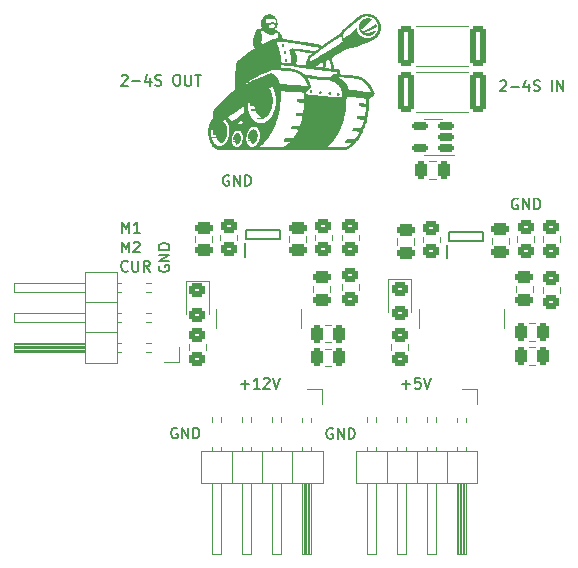
<source format=gto>
G04 #@! TF.GenerationSoftware,KiCad,Pcbnew,7.0.1*
G04 #@! TF.CreationDate,2023-08-31T02:32:27+03:00*
G04 #@! TF.ProjectId,miranda-pdb,6d697261-6e64-4612-9d70-64622e6b6963,rev?*
G04 #@! TF.SameCoordinates,Original*
G04 #@! TF.FileFunction,Legend,Top*
G04 #@! TF.FilePolarity,Positive*
%FSLAX46Y46*%
G04 Gerber Fmt 4.6, Leading zero omitted, Abs format (unit mm)*
G04 Created by KiCad (PCBNEW 7.0.1) date 2023-08-31 02:32:27*
%MOMM*%
%LPD*%
G01*
G04 APERTURE LIST*
G04 Aperture macros list*
%AMRoundRect*
0 Rectangle with rounded corners*
0 $1 Rounding radius*
0 $2 $3 $4 $5 $6 $7 $8 $9 X,Y pos of 4 corners*
0 Add a 4 corners polygon primitive as box body*
4,1,4,$2,$3,$4,$5,$6,$7,$8,$9,$2,$3,0*
0 Add four circle primitives for the rounded corners*
1,1,$1+$1,$2,$3*
1,1,$1+$1,$4,$5*
1,1,$1+$1,$6,$7*
1,1,$1+$1,$8,$9*
0 Add four rect primitives between the rounded corners*
20,1,$1+$1,$2,$3,$4,$5,0*
20,1,$1+$1,$4,$5,$6,$7,0*
20,1,$1+$1,$6,$7,$8,$9,0*
20,1,$1+$1,$8,$9,$2,$3,0*%
G04 Aperture macros list end*
%ADD10C,0.200000*%
%ADD11C,0.000000*%
%ADD12C,0.120000*%
%ADD13R,6.000000X4.000000*%
%ADD14R,1.700000X1.700000*%
%ADD15O,1.700000X1.700000*%
%ADD16C,2.000000*%
%ADD17C,3.000000*%
%ADD18RoundRect,0.250000X0.250000X0.475000X-0.250000X0.475000X-0.250000X-0.475000X0.250000X-0.475000X0*%
%ADD19RoundRect,0.250000X-0.475000X0.250000X-0.475000X-0.250000X0.475000X-0.250000X0.475000X0.250000X0*%
%ADD20RoundRect,0.250000X0.475000X-0.250000X0.475000X0.250000X-0.475000X0.250000X-0.475000X-0.250000X0*%
%ADD21R,0.450000X1.150000*%
%ADD22RoundRect,0.250000X-0.450000X0.325000X-0.450000X-0.325000X0.450000X-0.325000X0.450000X0.325000X0*%
%ADD23RoundRect,0.250000X0.450000X-0.350000X0.450000X0.350000X-0.450000X0.350000X-0.450000X-0.350000X0*%
%ADD24RoundRect,0.249999X0.450001X1.425001X-0.450001X1.425001X-0.450001X-1.425001X0.450001X-1.425001X0*%
%ADD25RoundRect,0.250000X-0.450000X0.350000X-0.450000X-0.350000X0.450000X-0.350000X0.450000X0.350000X0*%
%ADD26R,7.500000X3.000000*%
%ADD27RoundRect,0.150000X0.512500X0.150000X-0.512500X0.150000X-0.512500X-0.150000X0.512500X-0.150000X0*%
G04 APERTURE END LIST*
D10*
X80215200Y-101710071D02*
X80258057Y-101667214D01*
X80258057Y-101667214D02*
X80343772Y-101624357D01*
X80343772Y-101624357D02*
X80558057Y-101624357D01*
X80558057Y-101624357D02*
X80643772Y-101667214D01*
X80643772Y-101667214D02*
X80686629Y-101710071D01*
X80686629Y-101710071D02*
X80729486Y-101795785D01*
X80729486Y-101795785D02*
X80729486Y-101881500D01*
X80729486Y-101881500D02*
X80686629Y-102010071D01*
X80686629Y-102010071D02*
X80172343Y-102524357D01*
X80172343Y-102524357D02*
X80729486Y-102524357D01*
X81115200Y-102181500D02*
X81800915Y-102181500D01*
X82615201Y-101924357D02*
X82615201Y-102524357D01*
X82400915Y-101581500D02*
X82186629Y-102224357D01*
X82186629Y-102224357D02*
X82743772Y-102224357D01*
X83043772Y-102481500D02*
X83172344Y-102524357D01*
X83172344Y-102524357D02*
X83386629Y-102524357D01*
X83386629Y-102524357D02*
X83472344Y-102481500D01*
X83472344Y-102481500D02*
X83515201Y-102438642D01*
X83515201Y-102438642D02*
X83558058Y-102352928D01*
X83558058Y-102352928D02*
X83558058Y-102267214D01*
X83558058Y-102267214D02*
X83515201Y-102181500D01*
X83515201Y-102181500D02*
X83472344Y-102138642D01*
X83472344Y-102138642D02*
X83386629Y-102095785D01*
X83386629Y-102095785D02*
X83215201Y-102052928D01*
X83215201Y-102052928D02*
X83129486Y-102010071D01*
X83129486Y-102010071D02*
X83086629Y-101967214D01*
X83086629Y-101967214D02*
X83043772Y-101881500D01*
X83043772Y-101881500D02*
X83043772Y-101795785D01*
X83043772Y-101795785D02*
X83086629Y-101710071D01*
X83086629Y-101710071D02*
X83129486Y-101667214D01*
X83129486Y-101667214D02*
X83215201Y-101624357D01*
X83215201Y-101624357D02*
X83429486Y-101624357D01*
X83429486Y-101624357D02*
X83558058Y-101667214D01*
X84800915Y-101624357D02*
X84972343Y-101624357D01*
X84972343Y-101624357D02*
X85058058Y-101667214D01*
X85058058Y-101667214D02*
X85143772Y-101752928D01*
X85143772Y-101752928D02*
X85186629Y-101924357D01*
X85186629Y-101924357D02*
X85186629Y-102224357D01*
X85186629Y-102224357D02*
X85143772Y-102395785D01*
X85143772Y-102395785D02*
X85058058Y-102481500D01*
X85058058Y-102481500D02*
X84972343Y-102524357D01*
X84972343Y-102524357D02*
X84800915Y-102524357D01*
X84800915Y-102524357D02*
X84715201Y-102481500D01*
X84715201Y-102481500D02*
X84629486Y-102395785D01*
X84629486Y-102395785D02*
X84586629Y-102224357D01*
X84586629Y-102224357D02*
X84586629Y-101924357D01*
X84586629Y-101924357D02*
X84629486Y-101752928D01*
X84629486Y-101752928D02*
X84715201Y-101667214D01*
X84715201Y-101667214D02*
X84800915Y-101624357D01*
X85572343Y-101624357D02*
X85572343Y-102352928D01*
X85572343Y-102352928D02*
X85615200Y-102438642D01*
X85615200Y-102438642D02*
X85658058Y-102481500D01*
X85658058Y-102481500D02*
X85743772Y-102524357D01*
X85743772Y-102524357D02*
X85915200Y-102524357D01*
X85915200Y-102524357D02*
X86000915Y-102481500D01*
X86000915Y-102481500D02*
X86043772Y-102438642D01*
X86043772Y-102438642D02*
X86086629Y-102352928D01*
X86086629Y-102352928D02*
X86086629Y-101624357D01*
X86386629Y-101624357D02*
X86900915Y-101624357D01*
X86643772Y-102524357D02*
X86643772Y-101624357D01*
X89281086Y-110150814D02*
X89195372Y-110107957D01*
X89195372Y-110107957D02*
X89066800Y-110107957D01*
X89066800Y-110107957D02*
X88938229Y-110150814D01*
X88938229Y-110150814D02*
X88852514Y-110236528D01*
X88852514Y-110236528D02*
X88809657Y-110322242D01*
X88809657Y-110322242D02*
X88766800Y-110493671D01*
X88766800Y-110493671D02*
X88766800Y-110622242D01*
X88766800Y-110622242D02*
X88809657Y-110793671D01*
X88809657Y-110793671D02*
X88852514Y-110879385D01*
X88852514Y-110879385D02*
X88938229Y-110965100D01*
X88938229Y-110965100D02*
X89066800Y-111007957D01*
X89066800Y-111007957D02*
X89152514Y-111007957D01*
X89152514Y-111007957D02*
X89281086Y-110965100D01*
X89281086Y-110965100D02*
X89323943Y-110922242D01*
X89323943Y-110922242D02*
X89323943Y-110622242D01*
X89323943Y-110622242D02*
X89152514Y-110622242D01*
X89709657Y-111007957D02*
X89709657Y-110107957D01*
X89709657Y-110107957D02*
X90223943Y-111007957D01*
X90223943Y-111007957D02*
X90223943Y-110107957D01*
X90652514Y-111007957D02*
X90652514Y-110107957D01*
X90652514Y-110107957D02*
X90866800Y-110107957D01*
X90866800Y-110107957D02*
X90995371Y-110150814D01*
X90995371Y-110150814D02*
X91081086Y-110236528D01*
X91081086Y-110236528D02*
X91123943Y-110322242D01*
X91123943Y-110322242D02*
X91166800Y-110493671D01*
X91166800Y-110493671D02*
X91166800Y-110622242D01*
X91166800Y-110622242D02*
X91123943Y-110793671D01*
X91123943Y-110793671D02*
X91081086Y-110879385D01*
X91081086Y-110879385D02*
X90995371Y-110965100D01*
X90995371Y-110965100D02*
X90866800Y-111007957D01*
X90866800Y-111007957D02*
X90652514Y-111007957D01*
X112260400Y-102167271D02*
X112303257Y-102124414D01*
X112303257Y-102124414D02*
X112388972Y-102081557D01*
X112388972Y-102081557D02*
X112603257Y-102081557D01*
X112603257Y-102081557D02*
X112688972Y-102124414D01*
X112688972Y-102124414D02*
X112731829Y-102167271D01*
X112731829Y-102167271D02*
X112774686Y-102252985D01*
X112774686Y-102252985D02*
X112774686Y-102338700D01*
X112774686Y-102338700D02*
X112731829Y-102467271D01*
X112731829Y-102467271D02*
X112217543Y-102981557D01*
X112217543Y-102981557D02*
X112774686Y-102981557D01*
X113160400Y-102638700D02*
X113846115Y-102638700D01*
X114660401Y-102381557D02*
X114660401Y-102981557D01*
X114446115Y-102038700D02*
X114231829Y-102681557D01*
X114231829Y-102681557D02*
X114788972Y-102681557D01*
X115088972Y-102938700D02*
X115217544Y-102981557D01*
X115217544Y-102981557D02*
X115431829Y-102981557D01*
X115431829Y-102981557D02*
X115517544Y-102938700D01*
X115517544Y-102938700D02*
X115560401Y-102895842D01*
X115560401Y-102895842D02*
X115603258Y-102810128D01*
X115603258Y-102810128D02*
X115603258Y-102724414D01*
X115603258Y-102724414D02*
X115560401Y-102638700D01*
X115560401Y-102638700D02*
X115517544Y-102595842D01*
X115517544Y-102595842D02*
X115431829Y-102552985D01*
X115431829Y-102552985D02*
X115260401Y-102510128D01*
X115260401Y-102510128D02*
X115174686Y-102467271D01*
X115174686Y-102467271D02*
X115131829Y-102424414D01*
X115131829Y-102424414D02*
X115088972Y-102338700D01*
X115088972Y-102338700D02*
X115088972Y-102252985D01*
X115088972Y-102252985D02*
X115131829Y-102167271D01*
X115131829Y-102167271D02*
X115174686Y-102124414D01*
X115174686Y-102124414D02*
X115260401Y-102081557D01*
X115260401Y-102081557D02*
X115474686Y-102081557D01*
X115474686Y-102081557D02*
X115603258Y-102124414D01*
X116674686Y-102981557D02*
X116674686Y-102081557D01*
X117103257Y-102981557D02*
X117103257Y-102081557D01*
X117103257Y-102081557D02*
X117617543Y-102981557D01*
X117617543Y-102981557D02*
X117617543Y-102081557D01*
X113766686Y-112132014D02*
X113680972Y-112089157D01*
X113680972Y-112089157D02*
X113552400Y-112089157D01*
X113552400Y-112089157D02*
X113423829Y-112132014D01*
X113423829Y-112132014D02*
X113338114Y-112217728D01*
X113338114Y-112217728D02*
X113295257Y-112303442D01*
X113295257Y-112303442D02*
X113252400Y-112474871D01*
X113252400Y-112474871D02*
X113252400Y-112603442D01*
X113252400Y-112603442D02*
X113295257Y-112774871D01*
X113295257Y-112774871D02*
X113338114Y-112860585D01*
X113338114Y-112860585D02*
X113423829Y-112946300D01*
X113423829Y-112946300D02*
X113552400Y-112989157D01*
X113552400Y-112989157D02*
X113638114Y-112989157D01*
X113638114Y-112989157D02*
X113766686Y-112946300D01*
X113766686Y-112946300D02*
X113809543Y-112903442D01*
X113809543Y-112903442D02*
X113809543Y-112603442D01*
X113809543Y-112603442D02*
X113638114Y-112603442D01*
X114195257Y-112989157D02*
X114195257Y-112089157D01*
X114195257Y-112089157D02*
X114709543Y-112989157D01*
X114709543Y-112989157D02*
X114709543Y-112089157D01*
X115138114Y-112989157D02*
X115138114Y-112089157D01*
X115138114Y-112089157D02*
X115352400Y-112089157D01*
X115352400Y-112089157D02*
X115480971Y-112132014D01*
X115480971Y-112132014D02*
X115566686Y-112217728D01*
X115566686Y-112217728D02*
X115609543Y-112303442D01*
X115609543Y-112303442D02*
X115652400Y-112474871D01*
X115652400Y-112474871D02*
X115652400Y-112603442D01*
X115652400Y-112603442D02*
X115609543Y-112774871D01*
X115609543Y-112774871D02*
X115566686Y-112860585D01*
X115566686Y-112860585D02*
X115480971Y-112946300D01*
X115480971Y-112946300D02*
X115352400Y-112989157D01*
X115352400Y-112989157D02*
X115138114Y-112989157D01*
X90311485Y-127835500D02*
X90997200Y-127835500D01*
X90654342Y-128178357D02*
X90654342Y-127492642D01*
X91897200Y-128178357D02*
X91382914Y-128178357D01*
X91640057Y-128178357D02*
X91640057Y-127278357D01*
X91640057Y-127278357D02*
X91554343Y-127406928D01*
X91554343Y-127406928D02*
X91468628Y-127492642D01*
X91468628Y-127492642D02*
X91382914Y-127535500D01*
X92240057Y-127364071D02*
X92282914Y-127321214D01*
X92282914Y-127321214D02*
X92368629Y-127278357D01*
X92368629Y-127278357D02*
X92582914Y-127278357D01*
X92582914Y-127278357D02*
X92668629Y-127321214D01*
X92668629Y-127321214D02*
X92711486Y-127364071D01*
X92711486Y-127364071D02*
X92754343Y-127449785D01*
X92754343Y-127449785D02*
X92754343Y-127535500D01*
X92754343Y-127535500D02*
X92711486Y-127664071D01*
X92711486Y-127664071D02*
X92197200Y-128178357D01*
X92197200Y-128178357D02*
X92754343Y-128178357D01*
X93011486Y-127278357D02*
X93311486Y-128178357D01*
X93311486Y-128178357D02*
X93611486Y-127278357D01*
X103948056Y-127835500D02*
X104633771Y-127835500D01*
X104290913Y-128178357D02*
X104290913Y-127492642D01*
X105490914Y-127278357D02*
X105062342Y-127278357D01*
X105062342Y-127278357D02*
X105019485Y-127706928D01*
X105019485Y-127706928D02*
X105062342Y-127664071D01*
X105062342Y-127664071D02*
X105148057Y-127621214D01*
X105148057Y-127621214D02*
X105362342Y-127621214D01*
X105362342Y-127621214D02*
X105448057Y-127664071D01*
X105448057Y-127664071D02*
X105490914Y-127706928D01*
X105490914Y-127706928D02*
X105533771Y-127792642D01*
X105533771Y-127792642D02*
X105533771Y-128006928D01*
X105533771Y-128006928D02*
X105490914Y-128092642D01*
X105490914Y-128092642D02*
X105448057Y-128135500D01*
X105448057Y-128135500D02*
X105362342Y-128178357D01*
X105362342Y-128178357D02*
X105148057Y-128178357D01*
X105148057Y-128178357D02*
X105062342Y-128135500D01*
X105062342Y-128135500D02*
X105019485Y-128092642D01*
X105790914Y-127278357D02*
X106090914Y-128178357D01*
X106090914Y-128178357D02*
X106390914Y-127278357D01*
X98069486Y-131588414D02*
X97983772Y-131545557D01*
X97983772Y-131545557D02*
X97855200Y-131545557D01*
X97855200Y-131545557D02*
X97726629Y-131588414D01*
X97726629Y-131588414D02*
X97640914Y-131674128D01*
X97640914Y-131674128D02*
X97598057Y-131759842D01*
X97598057Y-131759842D02*
X97555200Y-131931271D01*
X97555200Y-131931271D02*
X97555200Y-132059842D01*
X97555200Y-132059842D02*
X97598057Y-132231271D01*
X97598057Y-132231271D02*
X97640914Y-132316985D01*
X97640914Y-132316985D02*
X97726629Y-132402700D01*
X97726629Y-132402700D02*
X97855200Y-132445557D01*
X97855200Y-132445557D02*
X97940914Y-132445557D01*
X97940914Y-132445557D02*
X98069486Y-132402700D01*
X98069486Y-132402700D02*
X98112343Y-132359842D01*
X98112343Y-132359842D02*
X98112343Y-132059842D01*
X98112343Y-132059842D02*
X97940914Y-132059842D01*
X98498057Y-132445557D02*
X98498057Y-131545557D01*
X98498057Y-131545557D02*
X99012343Y-132445557D01*
X99012343Y-132445557D02*
X99012343Y-131545557D01*
X99440914Y-132445557D02*
X99440914Y-131545557D01*
X99440914Y-131545557D02*
X99655200Y-131545557D01*
X99655200Y-131545557D02*
X99783771Y-131588414D01*
X99783771Y-131588414D02*
X99869486Y-131674128D01*
X99869486Y-131674128D02*
X99912343Y-131759842D01*
X99912343Y-131759842D02*
X99955200Y-131931271D01*
X99955200Y-131931271D02*
X99955200Y-132059842D01*
X99955200Y-132059842D02*
X99912343Y-132231271D01*
X99912343Y-132231271D02*
X99869486Y-132316985D01*
X99869486Y-132316985D02*
X99783771Y-132402700D01*
X99783771Y-132402700D02*
X99655200Y-132445557D01*
X99655200Y-132445557D02*
X99440914Y-132445557D01*
X84912286Y-131537614D02*
X84826572Y-131494757D01*
X84826572Y-131494757D02*
X84698000Y-131494757D01*
X84698000Y-131494757D02*
X84569429Y-131537614D01*
X84569429Y-131537614D02*
X84483714Y-131623328D01*
X84483714Y-131623328D02*
X84440857Y-131709042D01*
X84440857Y-131709042D02*
X84398000Y-131880471D01*
X84398000Y-131880471D02*
X84398000Y-132009042D01*
X84398000Y-132009042D02*
X84440857Y-132180471D01*
X84440857Y-132180471D02*
X84483714Y-132266185D01*
X84483714Y-132266185D02*
X84569429Y-132351900D01*
X84569429Y-132351900D02*
X84698000Y-132394757D01*
X84698000Y-132394757D02*
X84783714Y-132394757D01*
X84783714Y-132394757D02*
X84912286Y-132351900D01*
X84912286Y-132351900D02*
X84955143Y-132309042D01*
X84955143Y-132309042D02*
X84955143Y-132009042D01*
X84955143Y-132009042D02*
X84783714Y-132009042D01*
X85340857Y-132394757D02*
X85340857Y-131494757D01*
X85340857Y-131494757D02*
X85855143Y-132394757D01*
X85855143Y-132394757D02*
X85855143Y-131494757D01*
X86283714Y-132394757D02*
X86283714Y-131494757D01*
X86283714Y-131494757D02*
X86498000Y-131494757D01*
X86498000Y-131494757D02*
X86626571Y-131537614D01*
X86626571Y-131537614D02*
X86712286Y-131623328D01*
X86712286Y-131623328D02*
X86755143Y-131709042D01*
X86755143Y-131709042D02*
X86798000Y-131880471D01*
X86798000Y-131880471D02*
X86798000Y-132009042D01*
X86798000Y-132009042D02*
X86755143Y-132180471D01*
X86755143Y-132180471D02*
X86712286Y-132266185D01*
X86712286Y-132266185D02*
X86626571Y-132351900D01*
X86626571Y-132351900D02*
X86498000Y-132394757D01*
X86498000Y-132394757D02*
X86283714Y-132394757D01*
X83379214Y-117779713D02*
X83336357Y-117865428D01*
X83336357Y-117865428D02*
X83336357Y-117993999D01*
X83336357Y-117993999D02*
X83379214Y-118122570D01*
X83379214Y-118122570D02*
X83464928Y-118208285D01*
X83464928Y-118208285D02*
X83550642Y-118251142D01*
X83550642Y-118251142D02*
X83722071Y-118293999D01*
X83722071Y-118293999D02*
X83850642Y-118293999D01*
X83850642Y-118293999D02*
X84022071Y-118251142D01*
X84022071Y-118251142D02*
X84107785Y-118208285D01*
X84107785Y-118208285D02*
X84193500Y-118122570D01*
X84193500Y-118122570D02*
X84236357Y-117993999D01*
X84236357Y-117993999D02*
X84236357Y-117908285D01*
X84236357Y-117908285D02*
X84193500Y-117779713D01*
X84193500Y-117779713D02*
X84150642Y-117736856D01*
X84150642Y-117736856D02*
X83850642Y-117736856D01*
X83850642Y-117736856D02*
X83850642Y-117908285D01*
X84236357Y-117351142D02*
X83336357Y-117351142D01*
X83336357Y-117351142D02*
X84236357Y-116836856D01*
X84236357Y-116836856D02*
X83336357Y-116836856D01*
X84236357Y-116408285D02*
X83336357Y-116408285D01*
X83336357Y-116408285D02*
X83336357Y-116193999D01*
X83336357Y-116193999D02*
X83379214Y-116065428D01*
X83379214Y-116065428D02*
X83464928Y-115979713D01*
X83464928Y-115979713D02*
X83550642Y-115936856D01*
X83550642Y-115936856D02*
X83722071Y-115893999D01*
X83722071Y-115893999D02*
X83850642Y-115893999D01*
X83850642Y-115893999D02*
X84022071Y-115936856D01*
X84022071Y-115936856D02*
X84107785Y-115979713D01*
X84107785Y-115979713D02*
X84193500Y-116065428D01*
X84193500Y-116065428D02*
X84236357Y-116193999D01*
X84236357Y-116193999D02*
X84236357Y-116408285D01*
X80738743Y-118186642D02*
X80695886Y-118229500D01*
X80695886Y-118229500D02*
X80567314Y-118272357D01*
X80567314Y-118272357D02*
X80481600Y-118272357D01*
X80481600Y-118272357D02*
X80353029Y-118229500D01*
X80353029Y-118229500D02*
X80267314Y-118143785D01*
X80267314Y-118143785D02*
X80224457Y-118058071D01*
X80224457Y-118058071D02*
X80181600Y-117886642D01*
X80181600Y-117886642D02*
X80181600Y-117758071D01*
X80181600Y-117758071D02*
X80224457Y-117586642D01*
X80224457Y-117586642D02*
X80267314Y-117500928D01*
X80267314Y-117500928D02*
X80353029Y-117415214D01*
X80353029Y-117415214D02*
X80481600Y-117372357D01*
X80481600Y-117372357D02*
X80567314Y-117372357D01*
X80567314Y-117372357D02*
X80695886Y-117415214D01*
X80695886Y-117415214D02*
X80738743Y-117458071D01*
X81124457Y-117372357D02*
X81124457Y-118100928D01*
X81124457Y-118100928D02*
X81167314Y-118186642D01*
X81167314Y-118186642D02*
X81210172Y-118229500D01*
X81210172Y-118229500D02*
X81295886Y-118272357D01*
X81295886Y-118272357D02*
X81467314Y-118272357D01*
X81467314Y-118272357D02*
X81553029Y-118229500D01*
X81553029Y-118229500D02*
X81595886Y-118186642D01*
X81595886Y-118186642D02*
X81638743Y-118100928D01*
X81638743Y-118100928D02*
X81638743Y-117372357D01*
X82581600Y-118272357D02*
X82281600Y-117843785D01*
X82067314Y-118272357D02*
X82067314Y-117372357D01*
X82067314Y-117372357D02*
X82410171Y-117372357D01*
X82410171Y-117372357D02*
X82495886Y-117415214D01*
X82495886Y-117415214D02*
X82538743Y-117458071D01*
X82538743Y-117458071D02*
X82581600Y-117543785D01*
X82581600Y-117543785D02*
X82581600Y-117672357D01*
X82581600Y-117672357D02*
X82538743Y-117758071D01*
X82538743Y-117758071D02*
X82495886Y-117800928D01*
X82495886Y-117800928D02*
X82410171Y-117843785D01*
X82410171Y-117843785D02*
X82067314Y-117843785D01*
X80246628Y-114970357D02*
X80246628Y-114070357D01*
X80246628Y-114070357D02*
X80546628Y-114713214D01*
X80546628Y-114713214D02*
X80846628Y-114070357D01*
X80846628Y-114070357D02*
X80846628Y-114970357D01*
X81746628Y-114970357D02*
X81232342Y-114970357D01*
X81489485Y-114970357D02*
X81489485Y-114070357D01*
X81489485Y-114070357D02*
X81403771Y-114198928D01*
X81403771Y-114198928D02*
X81318056Y-114284642D01*
X81318056Y-114284642D02*
X81232342Y-114327500D01*
X80246628Y-116646757D02*
X80246628Y-115746757D01*
X80246628Y-115746757D02*
X80546628Y-116389614D01*
X80546628Y-116389614D02*
X80846628Y-115746757D01*
X80846628Y-115746757D02*
X80846628Y-116646757D01*
X81232342Y-115832471D02*
X81275199Y-115789614D01*
X81275199Y-115789614D02*
X81360914Y-115746757D01*
X81360914Y-115746757D02*
X81575199Y-115746757D01*
X81575199Y-115746757D02*
X81660914Y-115789614D01*
X81660914Y-115789614D02*
X81703771Y-115832471D01*
X81703771Y-115832471D02*
X81746628Y-115918185D01*
X81746628Y-115918185D02*
X81746628Y-116003900D01*
X81746628Y-116003900D02*
X81703771Y-116132471D01*
X81703771Y-116132471D02*
X81189485Y-116646757D01*
X81189485Y-116646757D02*
X81746628Y-116646757D01*
D11*
G36*
X90048136Y-106524912D02*
G01*
X90062413Y-106526221D01*
X90076477Y-106528251D01*
X90090238Y-106530999D01*
X90103608Y-106534464D01*
X90116500Y-106538642D01*
X90128824Y-106543532D01*
X90140492Y-106549131D01*
X90158132Y-106559868D01*
X90175274Y-106573483D01*
X90191831Y-106589769D01*
X90207713Y-106608514D01*
X90222832Y-106629510D01*
X90237100Y-106652548D01*
X90250429Y-106677419D01*
X90262729Y-106703913D01*
X90273914Y-106731820D01*
X90283894Y-106760932D01*
X90292581Y-106791040D01*
X90299887Y-106821933D01*
X90305723Y-106853403D01*
X90310001Y-106885241D01*
X90312633Y-106917237D01*
X90313529Y-106949181D01*
X90312562Y-106986275D01*
X90310255Y-107022535D01*
X90306609Y-107057949D01*
X90301623Y-107092503D01*
X90295298Y-107126182D01*
X90287633Y-107158973D01*
X90278629Y-107190862D01*
X90268286Y-107221834D01*
X90256603Y-107251877D01*
X90243580Y-107280975D01*
X90229218Y-107309115D01*
X90213517Y-107336283D01*
X90196476Y-107362465D01*
X90178096Y-107387648D01*
X90158376Y-107411816D01*
X90137317Y-107434956D01*
X90121904Y-107449905D01*
X90105539Y-107463764D01*
X90088389Y-107476483D01*
X90070617Y-107488014D01*
X90052390Y-107498307D01*
X90033872Y-107507315D01*
X90015229Y-107514988D01*
X89996625Y-107521277D01*
X89978226Y-107526134D01*
X89960196Y-107529509D01*
X89942701Y-107531354D01*
X89934206Y-107531688D01*
X89925907Y-107531620D01*
X89917823Y-107531146D01*
X89909977Y-107530259D01*
X89902388Y-107528952D01*
X89895078Y-107527221D01*
X89888066Y-107525057D01*
X89881373Y-107522457D01*
X89875021Y-107519413D01*
X89869029Y-107515919D01*
X89866074Y-107513909D01*
X89863768Y-107512046D01*
X89862126Y-107510327D01*
X89861560Y-107509521D01*
X89861166Y-107508750D01*
X89860947Y-107508014D01*
X89860904Y-107507313D01*
X89861040Y-107506645D01*
X89861356Y-107506012D01*
X89861854Y-107505413D01*
X89862537Y-107504847D01*
X89863407Y-107504314D01*
X89864465Y-107503814D01*
X89867156Y-107502911D01*
X89870626Y-107502136D01*
X89874892Y-107501487D01*
X89879968Y-107500961D01*
X89885873Y-107500556D01*
X89892622Y-107500270D01*
X89900231Y-107500100D01*
X89908717Y-107500044D01*
X89972217Y-107500044D01*
X89929355Y-107463532D01*
X89925009Y-107459652D01*
X89920338Y-107455191D01*
X89910205Y-107444730D01*
X89899329Y-107432557D01*
X89888080Y-107419081D01*
X89876831Y-107404713D01*
X89865954Y-107389861D01*
X89860771Y-107382382D01*
X89855821Y-107374935D01*
X89851150Y-107367572D01*
X89846804Y-107360344D01*
X89839977Y-107349654D01*
X89833711Y-107340159D01*
X89827895Y-107331790D01*
X89822422Y-107324477D01*
X89817180Y-107318149D01*
X89814613Y-107315333D01*
X89812063Y-107312738D01*
X89809516Y-107310354D01*
X89806959Y-107308173D01*
X89804378Y-107306186D01*
X89801759Y-107304385D01*
X89799090Y-107302760D01*
X89796355Y-107301304D01*
X89793543Y-107300007D01*
X89790638Y-107298860D01*
X89787627Y-107297855D01*
X89784496Y-107296983D01*
X89781233Y-107296236D01*
X89777823Y-107295604D01*
X89770507Y-107294653D01*
X89762441Y-107294060D01*
X89753514Y-107293755D01*
X89743617Y-107293669D01*
X89736344Y-107293576D01*
X89729413Y-107293297D01*
X89722831Y-107292832D01*
X89716605Y-107292181D01*
X89710741Y-107291344D01*
X89705247Y-107290321D01*
X89702641Y-107289739D01*
X89700130Y-107289112D01*
X89697715Y-107288437D01*
X89695397Y-107287716D01*
X89693176Y-107286949D01*
X89691054Y-107286135D01*
X89689031Y-107285274D01*
X89687109Y-107284368D01*
X89685288Y-107283414D01*
X89683568Y-107282414D01*
X89681952Y-107281368D01*
X89680440Y-107280275D01*
X89679032Y-107279135D01*
X89677729Y-107277949D01*
X89676533Y-107276717D01*
X89675445Y-107275438D01*
X89674464Y-107274112D01*
X89673592Y-107272740D01*
X89672831Y-107271322D01*
X89672180Y-107269857D01*
X89671199Y-107266450D01*
X89670660Y-107263364D01*
X89670596Y-107260585D01*
X89670752Y-107259306D01*
X89671039Y-107258099D01*
X89671460Y-107256962D01*
X89672021Y-107255892D01*
X89672724Y-107254889D01*
X89673575Y-107253950D01*
X89674577Y-107253075D01*
X89675734Y-107252260D01*
X89677050Y-107251504D01*
X89678530Y-107250806D01*
X89681995Y-107249576D01*
X89686163Y-107248555D01*
X89691066Y-107247730D01*
X89696736Y-107247086D01*
X89703206Y-107246609D01*
X89710509Y-107246286D01*
X89718677Y-107246102D01*
X89727742Y-107246044D01*
X89738395Y-107245998D01*
X89747781Y-107245827D01*
X89755972Y-107245479D01*
X89763039Y-107244903D01*
X89766174Y-107244513D01*
X89769055Y-107244048D01*
X89771692Y-107243500D01*
X89774093Y-107242863D01*
X89776267Y-107242130D01*
X89778223Y-107241296D01*
X89779971Y-107240354D01*
X89781519Y-107239297D01*
X89782876Y-107238119D01*
X89784051Y-107236814D01*
X89785054Y-107235375D01*
X89785894Y-107233797D01*
X89786578Y-107232071D01*
X89787117Y-107230193D01*
X89787519Y-107228155D01*
X89787794Y-107225952D01*
X89787950Y-107223577D01*
X89787997Y-107221023D01*
X89787797Y-107215355D01*
X89787267Y-107208895D01*
X89786480Y-107201594D01*
X89785555Y-107194833D01*
X89784517Y-107188804D01*
X89783288Y-107183459D01*
X89781791Y-107178749D01*
X89780919Y-107176617D01*
X89779951Y-107174625D01*
X89778877Y-107172767D01*
X89777689Y-107171038D01*
X89776377Y-107169430D01*
X89774930Y-107167939D01*
X89773340Y-107166558D01*
X89771597Y-107165280D01*
X89769691Y-107164100D01*
X89767612Y-107163011D01*
X89765352Y-107162008D01*
X89762900Y-107161085D01*
X89757382Y-107159451D01*
X89750984Y-107158062D01*
X89743627Y-107156868D01*
X89735236Y-107155820D01*
X89725733Y-107154870D01*
X89715042Y-107153969D01*
X89703549Y-107153084D01*
X89693422Y-107152168D01*
X89684573Y-107151154D01*
X89676917Y-107149976D01*
X89673510Y-107149303D01*
X89670368Y-107148565D01*
X89667482Y-107147751D01*
X89664840Y-107146853D01*
X89662432Y-107145864D01*
X89660247Y-107144775D01*
X89658274Y-107143577D01*
X89656503Y-107142261D01*
X89654922Y-107140821D01*
X89653521Y-107139246D01*
X89652290Y-107137528D01*
X89651216Y-107135660D01*
X89650291Y-107133633D01*
X89649502Y-107131438D01*
X89648840Y-107129066D01*
X89648293Y-107126510D01*
X89647850Y-107123762D01*
X89647502Y-107120811D01*
X89647043Y-107114272D01*
X89646831Y-107106827D01*
X89646779Y-107098407D01*
X89647117Y-107075249D01*
X89648120Y-107052228D01*
X89649778Y-107029367D01*
X89652075Y-107006691D01*
X89655001Y-106984225D01*
X89658542Y-106961992D01*
X89662684Y-106940017D01*
X89667417Y-106918325D01*
X89672726Y-106896939D01*
X89678599Y-106875885D01*
X89685023Y-106855187D01*
X89691986Y-106834869D01*
X89699474Y-106814956D01*
X89707475Y-106795472D01*
X89715976Y-106776441D01*
X89724964Y-106757888D01*
X89734426Y-106739837D01*
X89744350Y-106722313D01*
X89754723Y-106705341D01*
X89765532Y-106688943D01*
X89776764Y-106673146D01*
X89788407Y-106657973D01*
X89800447Y-106643449D01*
X89812872Y-106629598D01*
X89825669Y-106616445D01*
X89838825Y-106604014D01*
X89852328Y-106592329D01*
X89866165Y-106581415D01*
X89880322Y-106571297D01*
X89894788Y-106561998D01*
X89909549Y-106553543D01*
X89924592Y-106545957D01*
X89936818Y-106540673D01*
X89949626Y-106536131D01*
X89962927Y-106532329D01*
X89976632Y-106529263D01*
X89990654Y-106526933D01*
X90004903Y-106525335D01*
X90019292Y-106524467D01*
X90033733Y-106524327D01*
X90048136Y-106524912D01*
G37*
G36*
X91376513Y-106232549D02*
G01*
X91385966Y-106233647D01*
X91396180Y-106235303D01*
X91407352Y-106237516D01*
X91419679Y-106240288D01*
X91448592Y-106247506D01*
X91462041Y-106251377D01*
X91475291Y-106256129D01*
X91488332Y-106261743D01*
X91501150Y-106268197D01*
X91526075Y-106283543D01*
X91549969Y-106302003D01*
X91572738Y-106323411D01*
X91594286Y-106347603D01*
X91614517Y-106374413D01*
X91633338Y-106403677D01*
X91650651Y-106435229D01*
X91666362Y-106468904D01*
X91680375Y-106504537D01*
X91692596Y-106541963D01*
X91702928Y-106581017D01*
X91711277Y-106621534D01*
X91717547Y-106663348D01*
X91721642Y-106706294D01*
X91722916Y-106734395D01*
X91723182Y-106762702D01*
X91722465Y-106791161D01*
X91720789Y-106819717D01*
X91718180Y-106848316D01*
X91714662Y-106876904D01*
X91710260Y-106905426D01*
X91704998Y-106933828D01*
X91691995Y-106990054D01*
X91675850Y-107045148D01*
X91656760Y-107098674D01*
X91634925Y-107150199D01*
X91610541Y-107199286D01*
X91597455Y-107222780D01*
X91583806Y-107245501D01*
X91569618Y-107267396D01*
X91554917Y-107288410D01*
X91539727Y-107308488D01*
X91524073Y-107327577D01*
X91507979Y-107345621D01*
X91491471Y-107362567D01*
X91474572Y-107378361D01*
X91457308Y-107392947D01*
X91439703Y-107406271D01*
X91421783Y-107418280D01*
X91403571Y-107428918D01*
X91385092Y-107438131D01*
X91371516Y-107443803D01*
X91356548Y-107448903D01*
X91340437Y-107453416D01*
X91323428Y-107457330D01*
X91305768Y-107460630D01*
X91287703Y-107463301D01*
X91269480Y-107465331D01*
X91251345Y-107466706D01*
X91233546Y-107467410D01*
X91216327Y-107467431D01*
X91199937Y-107466755D01*
X91184621Y-107465367D01*
X91170625Y-107463253D01*
X91158198Y-107460400D01*
X91147583Y-107456793D01*
X91143034Y-107454703D01*
X91139030Y-107452419D01*
X91136204Y-107450410D01*
X91134283Y-107448546D01*
X91133665Y-107447669D01*
X91133278Y-107446828D01*
X91133122Y-107446021D01*
X91133201Y-107445250D01*
X91133514Y-107444514D01*
X91134063Y-107443813D01*
X91135876Y-107442513D01*
X91138653Y-107441347D01*
X91142403Y-107440314D01*
X91147140Y-107439412D01*
X91152874Y-107438637D01*
X91159617Y-107437988D01*
X91167381Y-107437462D01*
X91186019Y-107436770D01*
X91208879Y-107436544D01*
X91302542Y-107436544D01*
X91248567Y-107400032D01*
X91242752Y-107396062D01*
X91236648Y-107391338D01*
X91230303Y-107385926D01*
X91223762Y-107379891D01*
X91217073Y-107373297D01*
X91210281Y-107366211D01*
X91203433Y-107358696D01*
X91196577Y-107350819D01*
X91189757Y-107342644D01*
X91183021Y-107334237D01*
X91176415Y-107325662D01*
X91169986Y-107316985D01*
X91163780Y-107308271D01*
X91157844Y-107299585D01*
X91152224Y-107290992D01*
X91146967Y-107282557D01*
X91131089Y-107255306D01*
X91124353Y-107244274D01*
X91118169Y-107234807D01*
X91112347Y-107226783D01*
X91109513Y-107223272D01*
X91106700Y-107220076D01*
X91103883Y-107217179D01*
X91101038Y-107214566D01*
X91098144Y-107212220D01*
X91095175Y-107210127D01*
X91092108Y-107208271D01*
X91088921Y-107206637D01*
X91085588Y-107205209D01*
X91082087Y-107203972D01*
X91078395Y-107202911D01*
X91074487Y-107202010D01*
X91070340Y-107201254D01*
X91065930Y-107200627D01*
X91056230Y-107199699D01*
X91045197Y-107199104D01*
X91018380Y-107198419D01*
X91006184Y-107198359D01*
X90995153Y-107198162D01*
X90985225Y-107197802D01*
X90980654Y-107197553D01*
X90976336Y-107197254D01*
X90972261Y-107196901D01*
X90968423Y-107196491D01*
X90964814Y-107196022D01*
X90961425Y-107195489D01*
X90958249Y-107194890D01*
X90955278Y-107194222D01*
X90952503Y-107193481D01*
X90949919Y-107192665D01*
X90947515Y-107191769D01*
X90945285Y-107190791D01*
X90943221Y-107189727D01*
X90941314Y-107188575D01*
X90939558Y-107187331D01*
X90937944Y-107185992D01*
X90936464Y-107184554D01*
X90935110Y-107183015D01*
X90933875Y-107181372D01*
X90932751Y-107179621D01*
X90931729Y-107177758D01*
X90930803Y-107175782D01*
X90929964Y-107173688D01*
X90929204Y-107171473D01*
X90928516Y-107169134D01*
X90927892Y-107166669D01*
X90926601Y-107161603D01*
X90925749Y-107157101D01*
X90925405Y-107153128D01*
X90925444Y-107151330D01*
X90925635Y-107149653D01*
X90925986Y-107148092D01*
X90926506Y-107146643D01*
X90927204Y-107145302D01*
X90928087Y-107144066D01*
X90929165Y-107142929D01*
X90930445Y-107141888D01*
X90931936Y-107140940D01*
X90933647Y-107140078D01*
X90937760Y-107138603D01*
X90942852Y-107137431D01*
X90948991Y-107136528D01*
X90956244Y-107135862D01*
X90964678Y-107135400D01*
X90974360Y-107135111D01*
X90997742Y-107134919D01*
X91010127Y-107134875D01*
X91021139Y-107134718D01*
X91030859Y-107134406D01*
X91039364Y-107133902D01*
X91043187Y-107133565D01*
X91046735Y-107133165D01*
X91050020Y-107132697D01*
X91053050Y-107132156D01*
X91055837Y-107131538D01*
X91058389Y-107130836D01*
X91060717Y-107130047D01*
X91062830Y-107129164D01*
X91064738Y-107128185D01*
X91066452Y-107127102D01*
X91067981Y-107125912D01*
X91069335Y-107124610D01*
X91070524Y-107123190D01*
X91071557Y-107121647D01*
X91072445Y-107119978D01*
X91073198Y-107118176D01*
X91073825Y-107116237D01*
X91074337Y-107114156D01*
X91074743Y-107111927D01*
X91075052Y-107109547D01*
X91075276Y-107107010D01*
X91075424Y-107104311D01*
X91075530Y-107098407D01*
X91075297Y-107088185D01*
X91074562Y-107078916D01*
X91073269Y-107070550D01*
X91072396Y-107066689D01*
X91071363Y-107063035D01*
X91070162Y-107059581D01*
X91068786Y-107056320D01*
X91067229Y-107053247D01*
X91065484Y-107050354D01*
X91063543Y-107047635D01*
X91061400Y-107045085D01*
X91059048Y-107042696D01*
X91056480Y-107040463D01*
X91053688Y-107038378D01*
X91050666Y-107036436D01*
X91047407Y-107034630D01*
X91043904Y-107032953D01*
X91040149Y-107031400D01*
X91036137Y-107029964D01*
X91027309Y-107027416D01*
X91017366Y-107025258D01*
X91006250Y-107023440D01*
X90993907Y-107021911D01*
X90980280Y-107020619D01*
X90908842Y-107015857D01*
X90910430Y-106899970D01*
X90911269Y-106875364D01*
X90912609Y-106851504D01*
X90914465Y-106828319D01*
X90916854Y-106805736D01*
X90919791Y-106783684D01*
X90923294Y-106762089D01*
X90927378Y-106740881D01*
X90932059Y-106719986D01*
X90937355Y-106699334D01*
X90943280Y-106678851D01*
X90949852Y-106658465D01*
X90957087Y-106638106D01*
X90965001Y-106617700D01*
X90973610Y-106597175D01*
X90982931Y-106576460D01*
X90992980Y-106555482D01*
X91009270Y-106523247D01*
X91025446Y-106493163D01*
X91041580Y-106465149D01*
X91057745Y-106439123D01*
X91074012Y-106415004D01*
X91090453Y-106392710D01*
X91107141Y-106372160D01*
X91124147Y-106353274D01*
X91141544Y-106335968D01*
X91159404Y-106320162D01*
X91177798Y-106305775D01*
X91196800Y-106292725D01*
X91216480Y-106280931D01*
X91236912Y-106270311D01*
X91258167Y-106260784D01*
X91280317Y-106252269D01*
X91304542Y-106243860D01*
X91315028Y-106240493D01*
X91324693Y-106237684D01*
X91333734Y-106235433D01*
X91342351Y-106233740D01*
X91350739Y-106232605D01*
X91359097Y-106232028D01*
X91367622Y-106232010D01*
X91376513Y-106232549D01*
G37*
G36*
X98545708Y-103164979D02*
G01*
X98551690Y-103165355D01*
X98557643Y-103166038D01*
X98563555Y-103167027D01*
X98569412Y-103168321D01*
X98575201Y-103169920D01*
X98580908Y-103171822D01*
X98586518Y-103174029D01*
X98592019Y-103176538D01*
X98597397Y-103179349D01*
X98602637Y-103182462D01*
X98607728Y-103185877D01*
X98612653Y-103189591D01*
X98617402Y-103193606D01*
X98621958Y-103197920D01*
X98626309Y-103202533D01*
X98630442Y-103207445D01*
X98633956Y-103211979D01*
X98637344Y-103216632D01*
X98640592Y-103221373D01*
X98643687Y-103226172D01*
X98646615Y-103230999D01*
X98649361Y-103235824D01*
X98651912Y-103240616D01*
X98654254Y-103245346D01*
X98656372Y-103249982D01*
X98658253Y-103254496D01*
X98659884Y-103258856D01*
X98661248Y-103263032D01*
X98662334Y-103266994D01*
X98663127Y-103270712D01*
X98663613Y-103274155D01*
X98663778Y-103277294D01*
X98663599Y-103282222D01*
X98663070Y-103287176D01*
X98662202Y-103292142D01*
X98661010Y-103297110D01*
X98659504Y-103302068D01*
X98657699Y-103307003D01*
X98655605Y-103311904D01*
X98653237Y-103316758D01*
X98650605Y-103321555D01*
X98647724Y-103326281D01*
X98644604Y-103330926D01*
X98641259Y-103335477D01*
X98633944Y-103344249D01*
X98625878Y-103352502D01*
X98617160Y-103360141D01*
X98607891Y-103367072D01*
X98598171Y-103373197D01*
X98593174Y-103375928D01*
X98588100Y-103378423D01*
X98582964Y-103380668D01*
X98577778Y-103382653D01*
X98572554Y-103384365D01*
X98567305Y-103385793D01*
X98562043Y-103386924D01*
X98556780Y-103387747D01*
X98551530Y-103388249D01*
X98546304Y-103388419D01*
X98536637Y-103388094D01*
X98527290Y-103387135D01*
X98518274Y-103385571D01*
X98509603Y-103383430D01*
X98501288Y-103380739D01*
X98493343Y-103377526D01*
X98485781Y-103373817D01*
X98478612Y-103369642D01*
X98471851Y-103365027D01*
X98465509Y-103360000D01*
X98459599Y-103354589D01*
X98454133Y-103348822D01*
X98449124Y-103342725D01*
X98444585Y-103336327D01*
X98440528Y-103329655D01*
X98436965Y-103322736D01*
X98433909Y-103315600D01*
X98431373Y-103308272D01*
X98429368Y-103300781D01*
X98427908Y-103293154D01*
X98427005Y-103285419D01*
X98426672Y-103277603D01*
X98426920Y-103269735D01*
X98427763Y-103261841D01*
X98429212Y-103253949D01*
X98431281Y-103246088D01*
X98433982Y-103238284D01*
X98437328Y-103230565D01*
X98441330Y-103222959D01*
X98446002Y-103215494D01*
X98451356Y-103208196D01*
X98457404Y-103201094D01*
X98461969Y-103196490D01*
X98466725Y-103192201D01*
X98471658Y-103188227D01*
X98476755Y-103184568D01*
X98482002Y-103181223D01*
X98487385Y-103178191D01*
X98492891Y-103175472D01*
X98498505Y-103173065D01*
X98504215Y-103170970D01*
X98510007Y-103169185D01*
X98515867Y-103167712D01*
X98521781Y-103166548D01*
X98527736Y-103165693D01*
X98533718Y-103165147D01*
X98539713Y-103164909D01*
X98545708Y-103164979D01*
G37*
G36*
X97830032Y-103088397D02*
G01*
X97837448Y-103088904D01*
X97844817Y-103089902D01*
X97852114Y-103091384D01*
X97859314Y-103093343D01*
X97866393Y-103095772D01*
X97873327Y-103098663D01*
X97880091Y-103102010D01*
X97886661Y-103105804D01*
X97893012Y-103110039D01*
X97899121Y-103114708D01*
X97904962Y-103119803D01*
X97910511Y-103125316D01*
X97915743Y-103131241D01*
X97920636Y-103137571D01*
X97925163Y-103144297D01*
X97929300Y-103151414D01*
X97933024Y-103158913D01*
X97936309Y-103166787D01*
X97939131Y-103175029D01*
X97941466Y-103183632D01*
X97942580Y-103189313D01*
X97943251Y-103195035D01*
X97943493Y-103200784D01*
X97943318Y-103206545D01*
X97942739Y-103212304D01*
X97941770Y-103218046D01*
X97940424Y-103223757D01*
X97938713Y-103229421D01*
X97936652Y-103235025D01*
X97934252Y-103240555D01*
X97931527Y-103245994D01*
X97928491Y-103251330D01*
X97925155Y-103256547D01*
X97921534Y-103261631D01*
X97917640Y-103266567D01*
X97913487Y-103271341D01*
X97909087Y-103275938D01*
X97904454Y-103280344D01*
X97899600Y-103284545D01*
X97894539Y-103288525D01*
X97889284Y-103292270D01*
X97883848Y-103295765D01*
X97878244Y-103298997D01*
X97872485Y-103301950D01*
X97866584Y-103304610D01*
X97860554Y-103306963D01*
X97854409Y-103308994D01*
X97848161Y-103310688D01*
X97841823Y-103312031D01*
X97835409Y-103313008D01*
X97828932Y-103313605D01*
X97822404Y-103313807D01*
X97813188Y-103313472D01*
X97804299Y-103312487D01*
X97795750Y-103310881D01*
X97787550Y-103308682D01*
X97779713Y-103305919D01*
X97772248Y-103302620D01*
X97765167Y-103298816D01*
X97758482Y-103294534D01*
X97752204Y-103289803D01*
X97746345Y-103284652D01*
X97740915Y-103279109D01*
X97735926Y-103273205D01*
X97731389Y-103266966D01*
X97727316Y-103260423D01*
X97723718Y-103253603D01*
X97720606Y-103246537D01*
X97717991Y-103239251D01*
X97715886Y-103231776D01*
X97714301Y-103224140D01*
X97713248Y-103216371D01*
X97712738Y-103208499D01*
X97712782Y-103200552D01*
X97713391Y-103192560D01*
X97714578Y-103184550D01*
X97716353Y-103176551D01*
X97718728Y-103168594D01*
X97721714Y-103160705D01*
X97725322Y-103152914D01*
X97729564Y-103145250D01*
X97734450Y-103137742D01*
X97739994Y-103130418D01*
X97746204Y-103123307D01*
X97752288Y-103117348D01*
X97758618Y-103111968D01*
X97765168Y-103107159D01*
X97771914Y-103102914D01*
X97778833Y-103099227D01*
X97785900Y-103096089D01*
X97793089Y-103093493D01*
X97800378Y-103091433D01*
X97807741Y-103089900D01*
X97815154Y-103088888D01*
X97822592Y-103088390D01*
X97830032Y-103088397D01*
G37*
G36*
X97043230Y-103009078D02*
G01*
X97051132Y-103010091D01*
X97058932Y-103011649D01*
X97066598Y-103013739D01*
X97074096Y-103016349D01*
X97081395Y-103019465D01*
X97088461Y-103023076D01*
X97095261Y-103027169D01*
X97101763Y-103031731D01*
X97107933Y-103036750D01*
X97113739Y-103042213D01*
X97119148Y-103048109D01*
X97124127Y-103054424D01*
X97128644Y-103061146D01*
X97132664Y-103068262D01*
X97136157Y-103075761D01*
X97139088Y-103083628D01*
X97141424Y-103091853D01*
X97143134Y-103100422D01*
X97144184Y-103109323D01*
X97144542Y-103118544D01*
X97144339Y-103125072D01*
X97143742Y-103131549D01*
X97142765Y-103137963D01*
X97141422Y-103144301D01*
X97139728Y-103150549D01*
X97137698Y-103156694D01*
X97135345Y-103162724D01*
X97132685Y-103168625D01*
X97129732Y-103174384D01*
X97126500Y-103179988D01*
X97123005Y-103185424D01*
X97119259Y-103190679D01*
X97115280Y-103195740D01*
X97111079Y-103200594D01*
X97106673Y-103205227D01*
X97102076Y-103209627D01*
X97097302Y-103213780D01*
X97092366Y-103217674D01*
X97087282Y-103221295D01*
X97082065Y-103224631D01*
X97076729Y-103227667D01*
X97071290Y-103230392D01*
X97065761Y-103232792D01*
X97060156Y-103234854D01*
X97054492Y-103236564D01*
X97048781Y-103237910D01*
X97043039Y-103238879D01*
X97037280Y-103239458D01*
X97031519Y-103239633D01*
X97025770Y-103239392D01*
X97020048Y-103238721D01*
X97014367Y-103237607D01*
X97005480Y-103235159D01*
X96996981Y-103232293D01*
X96988875Y-103229026D01*
X96981169Y-103225378D01*
X96973869Y-103221368D01*
X96966980Y-103217013D01*
X96960510Y-103212332D01*
X96954464Y-103207345D01*
X96948847Y-103202069D01*
X96943668Y-103196524D01*
X96938930Y-103190727D01*
X96934641Y-103184698D01*
X96930807Y-103178455D01*
X96927434Y-103172017D01*
X96924527Y-103165402D01*
X96922093Y-103158629D01*
X96920139Y-103151716D01*
X96918669Y-103144682D01*
X96917691Y-103137546D01*
X96917210Y-103130326D01*
X96917232Y-103123042D01*
X96917765Y-103115710D01*
X96918812Y-103108351D01*
X96920382Y-103100982D01*
X96922479Y-103093623D01*
X96925111Y-103086292D01*
X96928282Y-103079007D01*
X96932000Y-103071787D01*
X96936270Y-103064651D01*
X96941098Y-103057618D01*
X96946491Y-103050705D01*
X96952455Y-103043932D01*
X96959011Y-103037437D01*
X96965861Y-103031637D01*
X96972970Y-103026518D01*
X96980307Y-103022069D01*
X96987838Y-103018277D01*
X96995530Y-103015130D01*
X97003350Y-103012614D01*
X97011266Y-103010718D01*
X97019245Y-103009429D01*
X97027254Y-103008734D01*
X97035260Y-103008621D01*
X97043230Y-103009078D01*
G37*
G36*
X96248864Y-102927210D02*
G01*
X96258966Y-102928565D01*
X96268873Y-102930844D01*
X96278529Y-102934001D01*
X96287876Y-102937986D01*
X96296856Y-102942752D01*
X96305412Y-102948252D01*
X96313485Y-102954436D01*
X96321019Y-102961258D01*
X96327956Y-102968669D01*
X96334239Y-102976622D01*
X96339809Y-102985067D01*
X96344610Y-102993958D01*
X96348583Y-103003246D01*
X96351672Y-103012884D01*
X96353818Y-103022823D01*
X96354964Y-103033015D01*
X96355052Y-103043413D01*
X96354026Y-103053969D01*
X96351827Y-103064634D01*
X96348398Y-103075361D01*
X96343681Y-103086101D01*
X96337619Y-103096808D01*
X96330154Y-103107431D01*
X96325423Y-103113145D01*
X96320735Y-103118389D01*
X96316055Y-103123177D01*
X96311352Y-103127524D01*
X96306594Y-103131442D01*
X96301747Y-103134946D01*
X96296779Y-103138051D01*
X96291658Y-103140769D01*
X96286350Y-103143116D01*
X96280824Y-103145104D01*
X96275047Y-103146748D01*
X96268986Y-103148062D01*
X96262609Y-103149060D01*
X96255883Y-103149755D01*
X96248776Y-103150162D01*
X96241255Y-103150295D01*
X96231597Y-103149978D01*
X96222276Y-103149046D01*
X96213305Y-103147524D01*
X96204695Y-103145439D01*
X96196459Y-103142817D01*
X96188608Y-103139684D01*
X96181153Y-103136065D01*
X96174108Y-103131989D01*
X96167484Y-103127479D01*
X96161292Y-103122564D01*
X96155545Y-103117268D01*
X96150255Y-103111618D01*
X96145434Y-103105640D01*
X96141093Y-103099360D01*
X96137244Y-103092805D01*
X96133900Y-103086001D01*
X96131072Y-103078973D01*
X96128772Y-103071748D01*
X96127012Y-103064352D01*
X96125804Y-103056812D01*
X96125160Y-103049153D01*
X96125092Y-103041401D01*
X96125612Y-103033583D01*
X96126731Y-103025725D01*
X96128462Y-103017853D01*
X96130817Y-103009994D01*
X96133807Y-103002172D01*
X96137444Y-102994416D01*
X96141740Y-102986749D01*
X96146708Y-102979200D01*
X96152359Y-102971794D01*
X96158705Y-102964557D01*
X96167964Y-102955429D01*
X96177548Y-102947657D01*
X96187397Y-102941194D01*
X96197456Y-102935991D01*
X96207665Y-102932001D01*
X96217968Y-102929176D01*
X96228307Y-102927468D01*
X96238625Y-102926829D01*
X96248864Y-102927210D01*
G37*
G36*
X94130785Y-100277126D02*
G01*
X94134980Y-100277733D01*
X94139273Y-100278722D01*
X94143649Y-100280076D01*
X94148091Y-100281776D01*
X94152583Y-100283805D01*
X94157109Y-100286145D01*
X94161654Y-100288776D01*
X94170735Y-100294845D01*
X94179697Y-100301867D01*
X94188412Y-100309698D01*
X94196753Y-100318195D01*
X94204592Y-100327212D01*
X94211800Y-100336606D01*
X94218251Y-100346232D01*
X94223815Y-100355947D01*
X94228365Y-100365606D01*
X94230221Y-100370370D01*
X94231774Y-100375065D01*
X94233010Y-100379675D01*
X94233913Y-100384180D01*
X94234467Y-100388564D01*
X94234655Y-100392807D01*
X94234489Y-100397906D01*
X94234001Y-100403075D01*
X94233203Y-100408296D01*
X94232106Y-100413556D01*
X94230723Y-100418839D01*
X94229067Y-100424131D01*
X94227148Y-100429415D01*
X94224981Y-100434677D01*
X94222576Y-100439903D01*
X94219946Y-100445075D01*
X94217104Y-100450181D01*
X94214060Y-100455203D01*
X94207421Y-100464941D01*
X94200126Y-100474167D01*
X94196264Y-100478550D01*
X94192273Y-100482760D01*
X94188168Y-100486781D01*
X94183960Y-100490600D01*
X94179661Y-100494199D01*
X94175284Y-100497565D01*
X94170840Y-100500682D01*
X94166342Y-100503535D01*
X94161803Y-100506109D01*
X94157234Y-100508389D01*
X94152647Y-100510360D01*
X94148055Y-100512006D01*
X94143470Y-100513313D01*
X94138904Y-100514265D01*
X94134370Y-100514847D01*
X94129879Y-100515045D01*
X94121384Y-100514642D01*
X94113172Y-100513459D01*
X94105256Y-100511536D01*
X94097649Y-100508912D01*
X94090364Y-100505624D01*
X94083414Y-100501713D01*
X94076812Y-100497217D01*
X94070571Y-100492175D01*
X94064705Y-100486626D01*
X94059227Y-100480609D01*
X94054149Y-100474163D01*
X94049484Y-100467327D01*
X94045247Y-100460139D01*
X94041449Y-100452640D01*
X94038104Y-100444867D01*
X94035225Y-100436860D01*
X94032825Y-100428658D01*
X94030917Y-100420299D01*
X94029514Y-100411823D01*
X94028630Y-100403269D01*
X94028277Y-100394674D01*
X94028468Y-100386080D01*
X94029217Y-100377523D01*
X94030537Y-100369044D01*
X94032440Y-100360681D01*
X94034940Y-100352474D01*
X94038050Y-100344461D01*
X94041783Y-100336680D01*
X94046151Y-100329172D01*
X94051169Y-100321975D01*
X94056849Y-100315128D01*
X94063205Y-100308669D01*
X94066883Y-100305435D01*
X94070751Y-100302292D01*
X94074778Y-100299255D01*
X94078931Y-100296341D01*
X94083176Y-100293568D01*
X94087482Y-100290950D01*
X94091816Y-100288504D01*
X94096145Y-100286246D01*
X94100437Y-100284193D01*
X94104659Y-100282361D01*
X94108779Y-100280766D01*
X94112764Y-100279425D01*
X94116582Y-100278353D01*
X94120199Y-100277568D01*
X94123584Y-100277084D01*
X94126704Y-100276920D01*
X94130785Y-100277126D01*
G37*
G36*
X94049720Y-99624764D02*
G01*
X94056803Y-99625440D01*
X94063778Y-99626714D01*
X94070617Y-99628573D01*
X94077293Y-99631005D01*
X94083779Y-99634001D01*
X94090047Y-99637548D01*
X94096068Y-99641635D01*
X94101816Y-99646251D01*
X94107263Y-99651384D01*
X94112381Y-99657024D01*
X94117143Y-99663158D01*
X94121520Y-99669775D01*
X94125486Y-99676865D01*
X94129013Y-99684415D01*
X94132073Y-99692415D01*
X94134639Y-99700852D01*
X94136682Y-99709717D01*
X94138176Y-99718997D01*
X94139093Y-99728680D01*
X94139405Y-99738757D01*
X94139307Y-99745217D01*
X94139016Y-99751498D01*
X94138532Y-99757599D01*
X94137857Y-99763518D01*
X94136993Y-99769254D01*
X94135941Y-99774804D01*
X94134702Y-99780166D01*
X94133278Y-99785340D01*
X94131670Y-99790323D01*
X94129880Y-99795114D01*
X94127909Y-99799711D01*
X94125759Y-99804111D01*
X94123431Y-99808314D01*
X94120926Y-99812318D01*
X94118246Y-99816120D01*
X94115393Y-99819720D01*
X94112368Y-99823114D01*
X94109172Y-99826303D01*
X94105807Y-99829283D01*
X94102275Y-99832054D01*
X94098576Y-99834613D01*
X94094712Y-99836958D01*
X94090685Y-99839089D01*
X94086496Y-99841002D01*
X94082146Y-99842697D01*
X94077638Y-99844172D01*
X94072972Y-99845424D01*
X94068150Y-99846453D01*
X94063173Y-99847256D01*
X94058043Y-99847832D01*
X94052761Y-99848179D01*
X94047329Y-99848295D01*
X94037888Y-99848141D01*
X94029169Y-99847659D01*
X94021116Y-99846819D01*
X94017321Y-99846255D01*
X94013670Y-99845591D01*
X94010156Y-99844822D01*
X94006772Y-99843944D01*
X94003511Y-99842954D01*
X94000365Y-99841849D01*
X93997327Y-99840623D01*
X93994391Y-99839274D01*
X93991547Y-99837797D01*
X93988790Y-99836190D01*
X93986113Y-99834448D01*
X93983507Y-99832567D01*
X93980965Y-99830543D01*
X93978481Y-99828373D01*
X93976047Y-99826054D01*
X93973655Y-99823580D01*
X93971299Y-99820949D01*
X93968972Y-99818157D01*
X93964371Y-99812073D01*
X93959797Y-99805299D01*
X93955190Y-99797803D01*
X93950492Y-99789557D01*
X93946066Y-99780597D01*
X93942319Y-99772129D01*
X93939260Y-99764083D01*
X93936899Y-99756393D01*
X93935983Y-99752661D01*
X93935245Y-99748992D01*
X93934686Y-99745378D01*
X93934307Y-99741811D01*
X93934110Y-99738283D01*
X93934095Y-99734784D01*
X93934263Y-99731307D01*
X93934617Y-99727843D01*
X93935157Y-99724384D01*
X93935884Y-99720921D01*
X93936799Y-99717445D01*
X93937904Y-99713949D01*
X93939199Y-99710424D01*
X93940687Y-99706862D01*
X93942367Y-99703253D01*
X93944241Y-99699590D01*
X93948578Y-99692068D01*
X93953704Y-99684227D01*
X93959631Y-99676000D01*
X93966367Y-99667319D01*
X93972590Y-99659950D01*
X93979036Y-99653314D01*
X93985679Y-99647400D01*
X93992489Y-99642195D01*
X93999441Y-99637689D01*
X94006505Y-99633871D01*
X94013655Y-99630729D01*
X94020863Y-99628252D01*
X94028101Y-99626428D01*
X94035341Y-99625246D01*
X94042557Y-99624695D01*
X94049720Y-99624764D01*
G37*
G36*
X93878459Y-99024184D02*
G01*
X93883102Y-99024656D01*
X93887726Y-99025401D01*
X93892324Y-99026419D01*
X93896892Y-99027709D01*
X93901424Y-99029270D01*
X93905914Y-99031101D01*
X93910358Y-99033201D01*
X93914748Y-99035569D01*
X93919081Y-99038205D01*
X93923350Y-99041107D01*
X93927549Y-99044275D01*
X93931674Y-99047708D01*
X93935719Y-99051404D01*
X93939678Y-99055364D01*
X93943546Y-99059586D01*
X93947317Y-99064069D01*
X93951345Y-99069273D01*
X93955094Y-99074467D01*
X93958565Y-99079650D01*
X93961759Y-99084822D01*
X93964677Y-99089980D01*
X93967318Y-99095124D01*
X93969684Y-99100255D01*
X93971774Y-99105369D01*
X93973591Y-99110468D01*
X93975133Y-99115549D01*
X93976402Y-99120612D01*
X93977399Y-99125656D01*
X93978123Y-99130681D01*
X93978576Y-99135685D01*
X93978758Y-99140667D01*
X93978670Y-99145627D01*
X93978312Y-99150564D01*
X93977685Y-99155477D01*
X93976789Y-99160364D01*
X93975625Y-99165226D01*
X93974194Y-99170061D01*
X93972496Y-99174869D01*
X93970532Y-99179648D01*
X93968302Y-99184397D01*
X93965806Y-99189117D01*
X93963047Y-99193805D01*
X93960023Y-99198461D01*
X93956736Y-99203084D01*
X93953187Y-99207674D01*
X93949375Y-99212229D01*
X93945301Y-99216749D01*
X93940967Y-99221232D01*
X93932180Y-99229884D01*
X93927886Y-99233779D01*
X93923653Y-99237389D01*
X93919476Y-99240714D01*
X93915350Y-99243755D01*
X93911270Y-99246513D01*
X93907232Y-99248988D01*
X93903232Y-99251183D01*
X93899264Y-99253096D01*
X93895324Y-99254730D01*
X93891407Y-99256086D01*
X93887509Y-99257163D01*
X93883625Y-99257963D01*
X93879750Y-99258488D01*
X93875880Y-99258737D01*
X93872009Y-99258711D01*
X93868134Y-99258412D01*
X93864250Y-99257841D01*
X93860352Y-99256997D01*
X93856435Y-99255883D01*
X93852495Y-99254499D01*
X93848527Y-99252845D01*
X93844527Y-99250923D01*
X93840489Y-99248734D01*
X93836409Y-99246278D01*
X93832283Y-99243557D01*
X93828106Y-99240570D01*
X93823873Y-99237320D01*
X93819580Y-99233807D01*
X93810792Y-99225995D01*
X93806602Y-99221858D01*
X93802664Y-99217494D01*
X93798978Y-99212918D01*
X93795547Y-99208144D01*
X93792370Y-99203189D01*
X93789448Y-99198065D01*
X93786783Y-99192788D01*
X93784375Y-99187374D01*
X93782225Y-99181836D01*
X93780335Y-99176189D01*
X93778704Y-99170449D01*
X93777334Y-99164631D01*
X93776225Y-99158748D01*
X93775379Y-99152816D01*
X93774796Y-99146850D01*
X93774478Y-99140865D01*
X93774425Y-99134875D01*
X93774637Y-99128895D01*
X93775117Y-99122940D01*
X93775864Y-99117024D01*
X93776880Y-99111164D01*
X93778165Y-99105373D01*
X93779721Y-99099666D01*
X93781547Y-99094058D01*
X93783646Y-99088565D01*
X93786018Y-99083200D01*
X93788664Y-99077979D01*
X93791584Y-99072916D01*
X93794780Y-99068026D01*
X93798252Y-99063324D01*
X93802001Y-99058826D01*
X93806029Y-99054545D01*
X93810233Y-99050522D01*
X93814505Y-99046786D01*
X93818841Y-99043337D01*
X93823235Y-99040174D01*
X93827681Y-99037295D01*
X93832173Y-99034701D01*
X93836707Y-99032389D01*
X93841277Y-99030360D01*
X93845877Y-99028612D01*
X93850502Y-99027145D01*
X93855146Y-99025958D01*
X93859803Y-99025049D01*
X93864469Y-99024418D01*
X93869137Y-99024064D01*
X93873802Y-99023986D01*
X93878459Y-99024184D01*
G37*
G36*
X101062119Y-96821251D02*
G01*
X101095829Y-96822519D01*
X101136890Y-96824591D01*
X101155047Y-96825910D01*
X101171905Y-96827481D01*
X101187674Y-96829349D01*
X101202566Y-96831561D01*
X101216794Y-96834164D01*
X101230568Y-96837204D01*
X101244100Y-96840728D01*
X101257602Y-96844782D01*
X101271285Y-96849413D01*
X101285361Y-96854667D01*
X101300042Y-96860591D01*
X101315539Y-96867230D01*
X101349828Y-96882845D01*
X101371024Y-96893320D01*
X101392145Y-96904363D01*
X101412895Y-96915759D01*
X101432974Y-96927295D01*
X101452086Y-96938756D01*
X101469933Y-96949929D01*
X101486217Y-96960600D01*
X101500641Y-96970554D01*
X101512907Y-96979578D01*
X101522718Y-96987458D01*
X101529774Y-96993981D01*
X101532177Y-96996665D01*
X101533780Y-96998931D01*
X101534546Y-97000749D01*
X101534438Y-97002095D01*
X101534044Y-97002582D01*
X101533417Y-97002940D01*
X101531449Y-97003259D01*
X101528494Y-97003024D01*
X101524515Y-97002210D01*
X101519477Y-97000788D01*
X101513341Y-96998732D01*
X101492820Y-96991456D01*
X101474038Y-96985096D01*
X101456875Y-96979638D01*
X101441209Y-96975068D01*
X101426920Y-96971373D01*
X101413887Y-96968539D01*
X101407803Y-96967439D01*
X101401989Y-96966550D01*
X101396427Y-96965869D01*
X101391104Y-96965395D01*
X101386004Y-96965124D01*
X101381112Y-96965057D01*
X101376414Y-96965191D01*
X101371893Y-96965525D01*
X101367535Y-96966056D01*
X101363324Y-96966783D01*
X101359247Y-96967704D01*
X101355286Y-96968818D01*
X101351428Y-96970122D01*
X101347657Y-96971615D01*
X101343958Y-96973296D01*
X101340317Y-96975161D01*
X101336717Y-96977211D01*
X101333144Y-96979443D01*
X101326017Y-96984445D01*
X101262948Y-97038438D01*
X101156923Y-97134513D01*
X100879334Y-97393226D01*
X100619902Y-97641223D01*
X100536573Y-97723903D01*
X100513433Y-97748386D01*
X100505279Y-97759144D01*
X100505539Y-97761754D01*
X100506300Y-97765086D01*
X100509208Y-97773714D01*
X100513766Y-97784625D01*
X100519740Y-97797418D01*
X100526896Y-97811690D01*
X100534998Y-97827038D01*
X100553103Y-97859356D01*
X100572174Y-97891152D01*
X100581486Y-97905849D01*
X100590334Y-97919209D01*
X100598485Y-97930830D01*
X100605703Y-97940309D01*
X100611754Y-97947244D01*
X100614269Y-97949631D01*
X100616403Y-97951232D01*
X100620225Y-97952362D01*
X100625916Y-97952085D01*
X100633746Y-97950259D01*
X100643986Y-97946742D01*
X100672772Y-97934070D01*
X100714432Y-97912934D01*
X100771123Y-97882198D01*
X100845004Y-97840727D01*
X101052967Y-97721045D01*
X101237845Y-97614146D01*
X101389591Y-97526948D01*
X101511087Y-97457870D01*
X101605218Y-97405330D01*
X101642922Y-97384769D01*
X101674866Y-97367748D01*
X101701411Y-97354072D01*
X101722916Y-97343542D01*
X101739743Y-97335961D01*
X101752251Y-97331130D01*
X101756999Y-97329685D01*
X101760802Y-97328853D01*
X101763705Y-97328611D01*
X101765754Y-97328932D01*
X101768013Y-97330105D01*
X101770320Y-97331819D01*
X101775047Y-97336773D01*
X101779871Y-97343593D01*
X101784730Y-97352075D01*
X101789561Y-97362017D01*
X101794302Y-97373218D01*
X101798888Y-97385474D01*
X101803259Y-97398584D01*
X101807351Y-97412344D01*
X101811100Y-97426554D01*
X101814445Y-97441010D01*
X101817323Y-97455510D01*
X101819670Y-97469853D01*
X101821425Y-97483835D01*
X101822524Y-97497254D01*
X101822904Y-97509908D01*
X101822762Y-97517558D01*
X101822212Y-97524527D01*
X101821073Y-97530951D01*
X101819158Y-97536969D01*
X101816286Y-97542717D01*
X101812272Y-97548333D01*
X101806932Y-97553953D01*
X101800083Y-97559715D01*
X101791542Y-97565756D01*
X101781123Y-97572213D01*
X101768644Y-97579224D01*
X101753922Y-97586925D01*
X101717009Y-97604949D01*
X101668915Y-97627382D01*
X101127579Y-97881382D01*
X101061009Y-97912722D01*
X101002660Y-97940262D01*
X100952044Y-97964296D01*
X100929485Y-97975089D01*
X100908678Y-97985115D01*
X100889561Y-97994411D01*
X100872073Y-98003014D01*
X100856155Y-98010960D01*
X100841745Y-98018285D01*
X100828783Y-98025027D01*
X100817208Y-98031222D01*
X100806958Y-98036906D01*
X100797974Y-98042117D01*
X100790195Y-98046890D01*
X100786738Y-98049124D01*
X100783559Y-98051262D01*
X100780651Y-98053310D01*
X100778007Y-98055271D01*
X100775618Y-98057151D01*
X100773477Y-98058953D01*
X100771576Y-98060682D01*
X100769908Y-98062343D01*
X100768465Y-98063941D01*
X100767240Y-98065480D01*
X100766225Y-98066965D01*
X100765412Y-98068400D01*
X100764795Y-98069789D01*
X100764364Y-98071138D01*
X100764113Y-98072451D01*
X100764034Y-98073732D01*
X100764120Y-98074987D01*
X100764362Y-98076219D01*
X100764754Y-98077434D01*
X100765287Y-98078635D01*
X100765955Y-98079828D01*
X100766748Y-98081016D01*
X100767661Y-98082206D01*
X100768685Y-98083400D01*
X100771037Y-98085823D01*
X100773743Y-98088321D01*
X100776742Y-98090932D01*
X100802709Y-98110308D01*
X100816217Y-98117257D01*
X100831486Y-98122111D01*
X100849572Y-98124668D01*
X100871536Y-98124725D01*
X100898434Y-98122080D01*
X100931324Y-98116530D01*
X101019316Y-98095908D01*
X101143975Y-98061241D01*
X101537154Y-97943295D01*
X101577204Y-97931419D01*
X101614668Y-97920921D01*
X101648747Y-97911985D01*
X101678640Y-97904797D01*
X101691767Y-97901918D01*
X101703547Y-97899545D01*
X101713881Y-97897703D01*
X101722668Y-97896414D01*
X101729809Y-97895701D01*
X101735204Y-97895589D01*
X101737215Y-97895765D01*
X101738752Y-97896100D01*
X101739803Y-97896596D01*
X101740354Y-97897257D01*
X101741305Y-97901551D01*
X101741211Y-97906662D01*
X101740113Y-97912543D01*
X101738053Y-97919144D01*
X101731222Y-97934319D01*
X101721056Y-97951803D01*
X101707895Y-97971212D01*
X101692078Y-97992163D01*
X101673945Y-98014272D01*
X101653835Y-98037156D01*
X101632089Y-98060430D01*
X101609044Y-98083711D01*
X101585042Y-98106615D01*
X101560421Y-98128759D01*
X101535521Y-98149759D01*
X101510681Y-98169231D01*
X101486242Y-98186792D01*
X101462541Y-98202057D01*
X101422532Y-98225087D01*
X101381182Y-98245354D01*
X101338642Y-98262849D01*
X101295061Y-98277563D01*
X101250586Y-98289486D01*
X101205367Y-98298609D01*
X101159553Y-98304924D01*
X101113292Y-98308420D01*
X101066734Y-98309088D01*
X101020026Y-98306919D01*
X100973319Y-98301904D01*
X100926761Y-98294033D01*
X100880500Y-98283297D01*
X100834685Y-98269687D01*
X100789466Y-98253194D01*
X100744991Y-98233807D01*
X100721987Y-98221947D01*
X100697807Y-98207390D01*
X100672724Y-98190414D01*
X100647013Y-98171299D01*
X100620949Y-98150324D01*
X100594806Y-98127767D01*
X100568858Y-98103908D01*
X100543379Y-98079026D01*
X100518645Y-98053400D01*
X100494930Y-98027308D01*
X100472507Y-98001031D01*
X100451652Y-97974846D01*
X100432638Y-97949034D01*
X100415740Y-97923873D01*
X100401233Y-97899642D01*
X100389391Y-97876620D01*
X100372926Y-97839018D01*
X100358652Y-97800165D01*
X100346564Y-97760261D01*
X100336657Y-97719507D01*
X100328926Y-97678101D01*
X100323367Y-97636243D01*
X100319976Y-97594135D01*
X100318748Y-97551976D01*
X100319677Y-97509965D01*
X100322760Y-97468303D01*
X100327991Y-97427190D01*
X100335367Y-97386826D01*
X100344882Y-97347411D01*
X100356531Y-97309144D01*
X100370311Y-97272226D01*
X100386216Y-97236857D01*
X100404055Y-97202698D01*
X100424149Y-97169342D01*
X100446373Y-97136883D01*
X100470602Y-97105417D01*
X100496710Y-97075039D01*
X100524571Y-97045846D01*
X100554060Y-97017931D01*
X100585051Y-96991390D01*
X100617419Y-96966319D01*
X100651038Y-96942813D01*
X100685782Y-96920968D01*
X100721526Y-96900878D01*
X100758145Y-96882639D01*
X100795513Y-96866347D01*
X100833503Y-96852096D01*
X100871992Y-96839982D01*
X100894242Y-96834479D01*
X100918128Y-96829887D01*
X100943652Y-96826225D01*
X100970813Y-96823512D01*
X100999611Y-96821766D01*
X101030047Y-96821006D01*
X101062119Y-96821251D01*
G37*
G36*
X92074296Y-96999638D02*
G01*
X92457922Y-96999638D01*
X92458140Y-97019032D01*
X92459830Y-97065408D01*
X92460796Y-97079293D01*
X92461901Y-97092922D01*
X92463136Y-97106226D01*
X92464493Y-97119134D01*
X92465961Y-97131578D01*
X92467531Y-97143486D01*
X92469195Y-97154790D01*
X92470942Y-97165420D01*
X92472764Y-97175305D01*
X92474650Y-97184377D01*
X92476593Y-97192564D01*
X92478582Y-97199799D01*
X92480608Y-97206010D01*
X92482662Y-97211128D01*
X92484735Y-97215084D01*
X92485775Y-97216604D01*
X92486817Y-97217807D01*
X92489581Y-97219871D01*
X92493676Y-97221891D01*
X92499054Y-97223859D01*
X92505669Y-97225770D01*
X92522424Y-97229388D01*
X92543570Y-97232690D01*
X92568734Y-97235620D01*
X92597545Y-97238122D01*
X92629630Y-97240141D01*
X92664617Y-97241620D01*
X92823367Y-97247970D01*
X92882105Y-97182882D01*
X92942430Y-97117795D01*
X93028155Y-97128908D01*
X93055582Y-97133298D01*
X93066866Y-97135381D01*
X93076722Y-97137539D01*
X93081160Y-97138681D01*
X93085294Y-97139883D01*
X93089144Y-97141160D01*
X93092727Y-97142525D01*
X93096062Y-97143992D01*
X93099165Y-97145576D01*
X93102056Y-97147290D01*
X93104751Y-97149148D01*
X93107271Y-97151164D01*
X93109631Y-97153352D01*
X93111851Y-97155726D01*
X93113948Y-97158301D01*
X93115940Y-97161089D01*
X93117846Y-97164105D01*
X93119683Y-97167363D01*
X93121470Y-97170877D01*
X93124964Y-97178727D01*
X93128471Y-97187769D01*
X93132137Y-97198112D01*
X93136105Y-97209870D01*
X93139803Y-97220821D01*
X93143221Y-97230510D01*
X93146447Y-97239013D01*
X93149574Y-97246407D01*
X93151128Y-97249712D01*
X93152691Y-97252768D01*
X93154274Y-97255586D01*
X93155889Y-97258174D01*
X93157548Y-97260542D01*
X93159260Y-97262700D01*
X93161038Y-97264658D01*
X93162894Y-97266425D01*
X93164837Y-97268010D01*
X93166881Y-97269423D01*
X93169035Y-97270674D01*
X93171312Y-97271773D01*
X93173722Y-97272729D01*
X93176278Y-97273551D01*
X93178990Y-97274249D01*
X93181869Y-97274833D01*
X93184928Y-97275313D01*
X93188177Y-97275697D01*
X93195292Y-97276219D01*
X93203304Y-97276476D01*
X93212305Y-97276545D01*
X93223961Y-97276134D01*
X93234567Y-97274818D01*
X93244186Y-97272474D01*
X93252885Y-97268979D01*
X93256909Y-97266762D01*
X93260728Y-97264210D01*
X93264349Y-97261309D01*
X93267780Y-97258044D01*
X93271030Y-97254398D01*
X93274107Y-97250356D01*
X93279773Y-97241024D01*
X93284844Y-97229925D01*
X93289385Y-97216936D01*
X93293461Y-97201932D01*
X93297137Y-97184792D01*
X93300478Y-97165391D01*
X93303549Y-97143607D01*
X93306415Y-97119316D01*
X93309142Y-97092394D01*
X93310513Y-97076354D01*
X93311626Y-97062074D01*
X93312446Y-97049417D01*
X93312937Y-97038246D01*
X93313049Y-97033175D01*
X93313066Y-97028424D01*
X93312984Y-97023976D01*
X93312798Y-97019813D01*
X93312503Y-97015919D01*
X93312097Y-97012277D01*
X93311573Y-97008869D01*
X93310928Y-97005678D01*
X93310158Y-97002687D01*
X93309257Y-96999878D01*
X93308222Y-96997236D01*
X93307049Y-96994742D01*
X93305733Y-96992379D01*
X93304269Y-96990131D01*
X93302654Y-96987980D01*
X93300882Y-96985908D01*
X93298950Y-96983900D01*
X93296853Y-96981937D01*
X93294587Y-96980002D01*
X93292148Y-96978079D01*
X93289530Y-96976151D01*
X93286730Y-96974199D01*
X93280567Y-96970158D01*
X93276042Y-96967389D01*
X93270267Y-96964459D01*
X93263329Y-96961388D01*
X93255316Y-96958201D01*
X93236421Y-96951572D01*
X93214289Y-96944757D01*
X93189627Y-96937942D01*
X93163142Y-96931313D01*
X93135540Y-96925056D01*
X93107529Y-96919357D01*
X93045323Y-96910121D01*
X92966763Y-96901721D01*
X92878567Y-96894549D01*
X92787450Y-96888996D01*
X92700128Y-96885452D01*
X92623317Y-96884308D01*
X92590952Y-96884758D01*
X92563733Y-96885955D01*
X92542500Y-96887947D01*
X92528092Y-96890783D01*
X92516006Y-96894366D01*
X92505300Y-96898090D01*
X92495900Y-96902136D01*
X92487735Y-96906682D01*
X92484093Y-96909198D01*
X92480733Y-96911907D01*
X92477645Y-96914830D01*
X92474821Y-96917990D01*
X92472252Y-96921409D01*
X92469928Y-96925110D01*
X92467841Y-96929115D01*
X92465981Y-96933446D01*
X92464340Y-96938127D01*
X92462909Y-96943178D01*
X92460639Y-96954484D01*
X92459099Y-96967543D01*
X92458217Y-96982535D01*
X92457922Y-96999638D01*
X92074296Y-96999638D01*
X92076721Y-96997864D01*
X92082041Y-96993510D01*
X92086894Y-96989018D01*
X92091305Y-96984354D01*
X92095300Y-96979484D01*
X92098904Y-96974371D01*
X92102143Y-96968982D01*
X92105042Y-96963281D01*
X92107628Y-96957234D01*
X92109925Y-96950805D01*
X92111959Y-96943960D01*
X92113757Y-96936664D01*
X92115342Y-96928882D01*
X92121647Y-96901372D01*
X92130361Y-96873707D01*
X92141364Y-96846028D01*
X92154534Y-96818476D01*
X92169750Y-96791195D01*
X92186891Y-96764325D01*
X92205837Y-96738008D01*
X92226467Y-96712387D01*
X92248660Y-96687603D01*
X92272294Y-96663797D01*
X92297249Y-96641113D01*
X92323404Y-96619692D01*
X92350638Y-96599675D01*
X92378830Y-96581204D01*
X92407859Y-96564422D01*
X92437605Y-96549470D01*
X92465811Y-96536689D01*
X92478720Y-96531366D01*
X92491208Y-96526699D01*
X92503556Y-96522646D01*
X92516046Y-96519165D01*
X92528960Y-96516214D01*
X92542578Y-96513751D01*
X92557182Y-96511735D01*
X92573054Y-96510123D01*
X92590474Y-96508875D01*
X92609724Y-96507947D01*
X92654841Y-96506886D01*
X92710655Y-96506607D01*
X92767330Y-96506828D01*
X92791318Y-96507183D01*
X92812825Y-96507773D01*
X92832165Y-96508652D01*
X92849651Y-96509872D01*
X92865597Y-96511488D01*
X92880319Y-96513553D01*
X92894128Y-96516120D01*
X92907340Y-96519242D01*
X92920269Y-96522974D01*
X92933227Y-96527369D01*
X92946530Y-96532480D01*
X92960491Y-96538360D01*
X92975423Y-96545064D01*
X92991642Y-96552644D01*
X93012293Y-96562879D01*
X93033618Y-96574994D01*
X93055399Y-96588782D01*
X93077417Y-96604040D01*
X93099453Y-96620563D01*
X93121290Y-96638147D01*
X93142708Y-96656586D01*
X93163489Y-96675676D01*
X93183414Y-96695213D01*
X93202265Y-96714992D01*
X93219823Y-96734808D01*
X93235869Y-96754456D01*
X93250185Y-96773732D01*
X93262553Y-96792432D01*
X93272753Y-96810350D01*
X93276972Y-96818953D01*
X93280567Y-96827283D01*
X93283112Y-96832898D01*
X93285974Y-96838423D01*
X93289134Y-96843841D01*
X93292572Y-96849135D01*
X93296271Y-96854290D01*
X93300212Y-96859290D01*
X93304376Y-96864117D01*
X93308745Y-96868756D01*
X93313300Y-96873190D01*
X93318022Y-96877403D01*
X93322893Y-96881379D01*
X93327894Y-96885102D01*
X93333007Y-96888555D01*
X93338213Y-96891722D01*
X93343494Y-96894586D01*
X93348830Y-96897132D01*
X93398042Y-96917769D01*
X93388517Y-97044769D01*
X93387440Y-97063539D01*
X93386595Y-97080628D01*
X93385992Y-97096140D01*
X93385640Y-97110180D01*
X93385548Y-97122852D01*
X93385727Y-97134262D01*
X93386184Y-97144514D01*
X93386930Y-97153712D01*
X93387973Y-97161961D01*
X93388609Y-97165763D01*
X93389323Y-97169367D01*
X93390117Y-97172786D01*
X93390990Y-97176033D01*
X93391945Y-97179121D01*
X93392982Y-97182064D01*
X93394103Y-97184874D01*
X93395309Y-97187564D01*
X93396601Y-97190149D01*
X93397980Y-97192640D01*
X93399448Y-97195050D01*
X93401005Y-97197394D01*
X93404392Y-97201932D01*
X93408580Y-97206366D01*
X93412218Y-97210837D01*
X93415317Y-97215494D01*
X93417886Y-97220486D01*
X93419934Y-97225962D01*
X93421470Y-97232070D01*
X93422504Y-97238959D01*
X93423045Y-97246779D01*
X93423103Y-97255678D01*
X93422685Y-97265804D01*
X93421803Y-97277307D01*
X93420465Y-97290336D01*
X93416459Y-97321565D01*
X93410742Y-97360682D01*
X93404783Y-97401072D01*
X93399307Y-97436746D01*
X93394166Y-97468048D01*
X93389211Y-97495322D01*
X93386757Y-97507557D01*
X93384294Y-97518913D01*
X93381803Y-97529435D01*
X93379265Y-97539165D01*
X93376662Y-97548146D01*
X93373975Y-97556421D01*
X93371186Y-97564033D01*
X93368276Y-97571026D01*
X93365227Y-97577442D01*
X93362019Y-97583325D01*
X93358635Y-97588716D01*
X93355055Y-97593660D01*
X93351262Y-97598200D01*
X93347236Y-97602378D01*
X93342958Y-97606237D01*
X93338411Y-97609821D01*
X93333576Y-97613172D01*
X93328434Y-97616333D01*
X93322966Y-97619349D01*
X93317154Y-97622260D01*
X93304423Y-97627945D01*
X93290092Y-97633732D01*
X93280205Y-97637553D01*
X93270788Y-97641565D01*
X93261846Y-97645754D01*
X93253384Y-97650107D01*
X93245407Y-97654609D01*
X93237920Y-97659248D01*
X93230927Y-97664010D01*
X93224434Y-97668881D01*
X93218446Y-97673847D01*
X93212967Y-97678894D01*
X93208003Y-97684010D01*
X93203558Y-97689180D01*
X93199638Y-97694391D01*
X93196246Y-97699629D01*
X93193390Y-97704880D01*
X93191072Y-97710131D01*
X93189298Y-97715368D01*
X93188074Y-97720577D01*
X93187404Y-97725745D01*
X93187292Y-97730858D01*
X93187745Y-97735903D01*
X93188766Y-97740865D01*
X93190361Y-97745731D01*
X93192535Y-97750488D01*
X93195293Y-97755121D01*
X93198639Y-97759618D01*
X93202579Y-97763964D01*
X93207118Y-97768146D01*
X93212259Y-97772149D01*
X93218010Y-97775962D01*
X93224373Y-97779569D01*
X93231355Y-97782957D01*
X93269911Y-97802745D01*
X93319535Y-97830532D01*
X93375820Y-97863603D01*
X93434356Y-97899241D01*
X93490734Y-97934731D01*
X93540545Y-97967355D01*
X93579380Y-97994398D01*
X93593303Y-98004978D01*
X93602830Y-98013144D01*
X93612235Y-98024439D01*
X93623603Y-98040699D01*
X93651149Y-98085946D01*
X93683308Y-98144550D01*
X93717923Y-98212177D01*
X93752836Y-98284493D01*
X93785888Y-98357161D01*
X93814922Y-98425848D01*
X93837780Y-98486220D01*
X93874292Y-98592582D01*
X93979067Y-98608457D01*
X94949030Y-98754507D01*
X96346029Y-98960882D01*
X96742110Y-99019024D01*
X96947692Y-99049783D01*
X96955403Y-99050949D01*
X96963613Y-99052644D01*
X96972266Y-99054837D01*
X96981302Y-99057497D01*
X96990664Y-99060594D01*
X97000293Y-99064098D01*
X97010132Y-99067978D01*
X97020122Y-99072206D01*
X97030204Y-99076749D01*
X97040322Y-99081579D01*
X97050416Y-99086664D01*
X97060429Y-99091975D01*
X97070303Y-99097481D01*
X97079979Y-99103153D01*
X97089399Y-99108959D01*
X97098505Y-99114870D01*
X97115102Y-99125917D01*
X97131271Y-99136276D01*
X97146585Y-99145705D01*
X97160615Y-99153962D01*
X97172934Y-99160805D01*
X97178317Y-99163620D01*
X97183113Y-99165992D01*
X97187267Y-99167889D01*
X97190725Y-99169282D01*
X97193434Y-99170139D01*
X97194492Y-99170358D01*
X97195342Y-99170432D01*
X97275634Y-99119607D01*
X97509071Y-98959096D01*
X98505029Y-98260795D01*
X98568677Y-98215799D01*
X98630838Y-98172292D01*
X98720929Y-98109982D01*
X98729678Y-98103614D01*
X98738082Y-98096991D01*
X98746170Y-98090079D01*
X98753969Y-98082846D01*
X98761508Y-98075259D01*
X98768815Y-98067287D01*
X98775917Y-98058896D01*
X98782842Y-98050054D01*
X98789618Y-98040728D01*
X98796273Y-98030886D01*
X98802836Y-98020495D01*
X98809333Y-98009523D01*
X98815793Y-97997937D01*
X98822243Y-97985705D01*
X98828713Y-97972793D01*
X98835228Y-97959170D01*
X98840558Y-97948208D01*
X98846391Y-97936814D01*
X98859339Y-97913082D01*
X98873626Y-97888681D01*
X98888807Y-97864316D01*
X98904434Y-97840696D01*
X98920061Y-97818527D01*
X98927735Y-97808207D01*
X98935241Y-97798516D01*
X98942525Y-97789540D01*
X98949529Y-97781370D01*
X98979202Y-97750640D01*
X99031236Y-97703409D01*
X99230517Y-97536299D01*
X99603628Y-97233756D01*
X100206829Y-96749495D01*
X100277299Y-96693932D01*
X100343155Y-96643132D01*
X100371981Y-96621379D01*
X100396808Y-96603048D01*
X100416685Y-96588884D01*
X100430666Y-96579632D01*
X100447255Y-96569973D01*
X100465895Y-96560108D01*
X100486330Y-96550126D01*
X100508305Y-96540118D01*
X100555850Y-96520389D01*
X100606482Y-96501646D01*
X100658157Y-96484615D01*
X100708826Y-96470020D01*
X100733145Y-96463864D01*
X100756445Y-96458588D01*
X100778470Y-96454285D01*
X100798966Y-96451045D01*
X100824641Y-96448140D01*
X100852637Y-96445963D01*
X100914308Y-96443727D01*
X100981411Y-96444208D01*
X101051379Y-96447274D01*
X101121644Y-96452797D01*
X101189640Y-96460644D01*
X101221985Y-96465399D01*
X101252799Y-96470687D01*
X101281763Y-96476491D01*
X101308554Y-96482795D01*
X101359533Y-96497265D01*
X101409447Y-96514132D01*
X101458244Y-96533319D01*
X101505873Y-96554750D01*
X101552281Y-96578347D01*
X101597419Y-96604033D01*
X101641234Y-96631731D01*
X101683676Y-96661364D01*
X101724691Y-96692855D01*
X101764230Y-96726127D01*
X101802240Y-96761103D01*
X101838671Y-96797706D01*
X101906587Y-96875484D01*
X101967565Y-96958846D01*
X102021196Y-97047175D01*
X102067066Y-97139855D01*
X102086963Y-97187634D01*
X102104765Y-97236270D01*
X102120421Y-97285685D01*
X102133881Y-97335803D01*
X102145091Y-97386546D01*
X102154001Y-97437838D01*
X102160560Y-97489602D01*
X102164716Y-97541760D01*
X102166417Y-97594235D01*
X102165612Y-97646950D01*
X102162250Y-97699829D01*
X102156279Y-97752795D01*
X102146860Y-97811963D01*
X102135251Y-97869250D01*
X102121418Y-97924709D01*
X102105330Y-97978394D01*
X102086954Y-98030357D01*
X102066257Y-98080654D01*
X102043206Y-98129337D01*
X102017770Y-98176459D01*
X101989915Y-98222074D01*
X101959609Y-98266236D01*
X101926820Y-98308998D01*
X101891514Y-98350414D01*
X101853660Y-98390537D01*
X101813224Y-98429420D01*
X101770175Y-98467117D01*
X101724479Y-98503682D01*
X101677598Y-98539915D01*
X101633694Y-98570605D01*
X101575353Y-98603750D01*
X101485163Y-98647351D01*
X101139584Y-98797915D01*
X100457654Y-99086295D01*
X100332613Y-99139253D01*
X100220521Y-99187299D01*
X100133729Y-99224928D01*
X100084591Y-99246632D01*
X100062260Y-99256437D01*
X100039890Y-99265620D01*
X100017441Y-99274188D01*
X99994873Y-99282152D01*
X99972147Y-99289521D01*
X99949223Y-99296304D01*
X99926062Y-99302509D01*
X99902624Y-99308148D01*
X99878870Y-99313228D01*
X99854761Y-99317760D01*
X99830255Y-99321752D01*
X99805316Y-99325213D01*
X99779901Y-99328154D01*
X99753973Y-99330583D01*
X99700417Y-99333944D01*
X99555955Y-99340295D01*
X99160667Y-99551432D01*
X98385966Y-99967357D01*
X97993854Y-100175319D01*
X97993237Y-100176738D01*
X97993160Y-100179747D01*
X97994549Y-100190202D01*
X97997872Y-100206015D01*
X98002982Y-100226516D01*
X98009729Y-100251036D01*
X98017965Y-100278904D01*
X98027539Y-100309451D01*
X98038305Y-100342007D01*
X98063782Y-100419766D01*
X98086748Y-100494084D01*
X98107370Y-100565835D01*
X98125815Y-100635893D01*
X98142251Y-100705132D01*
X98156846Y-100774427D01*
X98169766Y-100844652D01*
X98181180Y-100916682D01*
X98185921Y-100949167D01*
X98190531Y-100979512D01*
X98194881Y-101007067D01*
X98198840Y-101031181D01*
X98202279Y-101051201D01*
X98205066Y-101066478D01*
X98207072Y-101076359D01*
X98207741Y-101079073D01*
X98208166Y-101080195D01*
X98212793Y-101081292D01*
X98224935Y-101083320D01*
X98268492Y-101089719D01*
X98409779Y-101108769D01*
X98442400Y-101112763D01*
X98471391Y-101116462D01*
X98497029Y-101119942D01*
X98519590Y-101123280D01*
X98539351Y-101126553D01*
X98548268Y-101128189D01*
X98556589Y-101129838D01*
X98564349Y-101131509D01*
X98571581Y-101133211D01*
X98578321Y-101134955D01*
X98584603Y-101136749D01*
X98590462Y-101138604D01*
X98595932Y-101140529D01*
X98601048Y-101142534D01*
X98605845Y-101144628D01*
X98610357Y-101146820D01*
X98614618Y-101149122D01*
X98618664Y-101151541D01*
X98622529Y-101154088D01*
X98626248Y-101156772D01*
X98629854Y-101159602D01*
X98633383Y-101162590D01*
X98636869Y-101165743D01*
X98643852Y-101172585D01*
X98651080Y-101180207D01*
X98658752Y-101189304D01*
X98665727Y-101198882D01*
X98672050Y-101209162D01*
X98677769Y-101220366D01*
X98682930Y-101232714D01*
X98687579Y-101246426D01*
X98691763Y-101261725D01*
X98695529Y-101278831D01*
X98698923Y-101297964D01*
X98701991Y-101319346D01*
X98707336Y-101369740D01*
X98711937Y-101431779D01*
X98716167Y-101507232D01*
X98719342Y-101586607D01*
X98949529Y-101597719D01*
X99205280Y-101612493D01*
X99453981Y-101632570D01*
X99691111Y-101657297D01*
X99912149Y-101686024D01*
X100112574Y-101718099D01*
X100203644Y-101735189D01*
X100287865Y-101752872D01*
X100364674Y-101771067D01*
X100433503Y-101789692D01*
X100493789Y-101808666D01*
X100544966Y-101827907D01*
X100611086Y-101858361D01*
X100677150Y-101894216D01*
X100742954Y-101935251D01*
X100808293Y-101981249D01*
X100872961Y-102031991D01*
X100936756Y-102087258D01*
X100999472Y-102146832D01*
X101060904Y-102210494D01*
X101120847Y-102278026D01*
X101179098Y-102349208D01*
X101235451Y-102423823D01*
X101289702Y-102501652D01*
X101341646Y-102582476D01*
X101391079Y-102666076D01*
X101437796Y-102752234D01*
X101481592Y-102840732D01*
X101523803Y-102930556D01*
X101556154Y-103000028D01*
X101569086Y-103028259D01*
X101580097Y-103052756D01*
X101589369Y-103073970D01*
X101597082Y-103092351D01*
X101603419Y-103108350D01*
X101608561Y-103122420D01*
X101612688Y-103135011D01*
X101615983Y-103146574D01*
X101618627Y-103157560D01*
X101620802Y-103168420D01*
X101622687Y-103179607D01*
X101624466Y-103191570D01*
X101627230Y-103210376D01*
X101628795Y-103227719D01*
X101628889Y-103243923D01*
X101627244Y-103259311D01*
X101625685Y-103266800D01*
X101623590Y-103274206D01*
X101620926Y-103281569D01*
X101617657Y-103288931D01*
X101613752Y-103296331D01*
X101609176Y-103303809D01*
X101597876Y-103319165D01*
X101583487Y-103335320D01*
X101565741Y-103352598D01*
X101544367Y-103371323D01*
X101519096Y-103391818D01*
X101489657Y-103414405D01*
X101455782Y-103439409D01*
X101373641Y-103497957D01*
X101145041Y-103659882D01*
X101135517Y-104099619D01*
X101131126Y-104274523D01*
X101124801Y-104430861D01*
X101116095Y-104573283D01*
X101104560Y-104706441D01*
X101089752Y-104834985D01*
X101071223Y-104963566D01*
X101048526Y-105096835D01*
X101021216Y-105239444D01*
X100984078Y-105410730D01*
X100944669Y-105571505D01*
X100902061Y-105724354D01*
X100855323Y-105871865D01*
X100803525Y-106016622D01*
X100745736Y-106161211D01*
X100681027Y-106308219D01*
X100608467Y-106460231D01*
X100548365Y-106576640D01*
X100516574Y-106636453D01*
X100484839Y-106694983D01*
X100454072Y-106750462D01*
X100425184Y-106801122D01*
X100399087Y-106845197D01*
X100376691Y-106880919D01*
X100325759Y-106957301D01*
X100271947Y-107033282D01*
X100215503Y-107108612D01*
X100156674Y-107183040D01*
X100095704Y-107256315D01*
X100032842Y-107328185D01*
X99968334Y-107398399D01*
X99902425Y-107466706D01*
X99835364Y-107532856D01*
X99767395Y-107596596D01*
X99698766Y-107657676D01*
X99629723Y-107715844D01*
X99560512Y-107770850D01*
X99491381Y-107822442D01*
X99422575Y-107870369D01*
X99354342Y-107914381D01*
X99227341Y-107992169D01*
X93806029Y-107988994D01*
X88384717Y-107984232D01*
X88297405Y-107947719D01*
X88251642Y-107926636D01*
X88206949Y-107902734D01*
X88120922Y-107846804D01*
X88039626Y-107780591D01*
X87996963Y-107738169D01*
X91832767Y-107738169D01*
X93845717Y-107738169D01*
X97616029Y-107738169D01*
X99201942Y-107738169D01*
X99357517Y-107622282D01*
X99424365Y-107570861D01*
X99458227Y-107544286D01*
X99491065Y-107518102D01*
X99521894Y-107493033D01*
X99549728Y-107469807D01*
X99573581Y-107449148D01*
X99592466Y-107431781D01*
X99671841Y-107358757D01*
X99400379Y-107357169D01*
X99283844Y-107356788D01*
X99237318Y-107355882D01*
X99198246Y-107354118D01*
X99181417Y-107352825D01*
X99166345Y-107351210D01*
X99152997Y-107349238D01*
X99141335Y-107346872D01*
X99131326Y-107344077D01*
X99122934Y-107340818D01*
X99116123Y-107337058D01*
X99110859Y-107332761D01*
X99107107Y-107327893D01*
X99105787Y-107325233D01*
X99104831Y-107322417D01*
X99103997Y-107316297D01*
X99104568Y-107309498D01*
X99106511Y-107301983D01*
X99109788Y-107293718D01*
X99114367Y-107284667D01*
X99120210Y-107274793D01*
X99127284Y-107264061D01*
X99135553Y-107252435D01*
X99155535Y-107226359D01*
X99179875Y-107196278D01*
X99208291Y-107161907D01*
X99271791Y-107085707D01*
X99598817Y-107088881D01*
X99925841Y-107092057D01*
X100017916Y-106966644D01*
X100054618Y-106913736D01*
X100100193Y-106844903D01*
X100150717Y-106766396D01*
X100202265Y-106684466D01*
X100250910Y-106605364D01*
X100292728Y-106535340D01*
X100323793Y-106480646D01*
X100334066Y-106461001D01*
X100340179Y-106447532D01*
X100340685Y-106444105D01*
X100339686Y-106440952D01*
X100336981Y-106438051D01*
X100332366Y-106435377D01*
X100325640Y-106432908D01*
X100316599Y-106430621D01*
X100290768Y-106426497D01*
X100253254Y-106422820D01*
X100202439Y-106419403D01*
X100136703Y-106416060D01*
X100054429Y-106412606D01*
X99980961Y-106409549D01*
X99918524Y-106406306D01*
X99891262Y-106404603D01*
X99866543Y-106402840D01*
X99844292Y-106401011D01*
X99824440Y-106399113D01*
X99806912Y-106397140D01*
X99791639Y-106395088D01*
X99778546Y-106392953D01*
X99767562Y-106390729D01*
X99758616Y-106388412D01*
X99751635Y-106385997D01*
X99748858Y-106384752D01*
X99746546Y-106383481D01*
X99744689Y-106382182D01*
X99743279Y-106380857D01*
X99741161Y-106377667D01*
X99739580Y-106374017D01*
X99738552Y-106369855D01*
X99738095Y-106365130D01*
X99738223Y-106359792D01*
X99738954Y-106353789D01*
X99740303Y-106347069D01*
X99742287Y-106339582D01*
X99744922Y-106331276D01*
X99748224Y-106322101D01*
X99752211Y-106312004D01*
X99756897Y-106300936D01*
X99768434Y-106275679D01*
X99782967Y-106245919D01*
X99840117Y-106131619D01*
X100105229Y-106144319D01*
X100308032Y-106153051D01*
X100381603Y-106155928D01*
X100422729Y-106157020D01*
X100440213Y-106157184D01*
X100447582Y-106156625D01*
X100454256Y-106155358D01*
X100460399Y-106153169D01*
X100463324Y-106151663D01*
X100466177Y-106149848D01*
X100471756Y-106145183D01*
X100477299Y-106138962D01*
X100482973Y-106130973D01*
X100488942Y-106121006D01*
X100495371Y-106108848D01*
X100502426Y-106094288D01*
X100519073Y-106057115D01*
X100540203Y-106007794D01*
X100567780Y-105937318D01*
X100598892Y-105851178D01*
X100631120Y-105756926D01*
X100662045Y-105662116D01*
X100689250Y-105574301D01*
X100710315Y-105501034D01*
X100722822Y-105449868D01*
X100725111Y-105434934D01*
X100725132Y-105430541D01*
X100724354Y-105428356D01*
X100722277Y-105427391D01*
X100717337Y-105426289D01*
X100699475Y-105423718D01*
X100636050Y-105417443D01*
X100543751Y-105410274D01*
X100432255Y-105402957D01*
X100371368Y-105398654D01*
X100315449Y-105394127D01*
X100265297Y-105389451D01*
X100221712Y-105384701D01*
X100185494Y-105379950D01*
X100170397Y-105377598D01*
X100157443Y-105375274D01*
X100146730Y-105372988D01*
X100138359Y-105370747D01*
X100132429Y-105368563D01*
X100130411Y-105367495D01*
X100129041Y-105366444D01*
X100126270Y-105363643D01*
X100123910Y-105360559D01*
X100121964Y-105357131D01*
X100120434Y-105353297D01*
X100119323Y-105348999D01*
X100118633Y-105344176D01*
X100118366Y-105338766D01*
X100118524Y-105332710D01*
X100119111Y-105325947D01*
X100120127Y-105318416D01*
X100121576Y-105310058D01*
X100123460Y-105300811D01*
X100128542Y-105279411D01*
X100135392Y-105253731D01*
X100140948Y-105234167D01*
X100146802Y-105215086D01*
X100152804Y-105196973D01*
X100158807Y-105180310D01*
X100161762Y-105172674D01*
X100164661Y-105165582D01*
X100167485Y-105159095D01*
X100170217Y-105153273D01*
X100172837Y-105148176D01*
X100175326Y-105143866D01*
X100177667Y-105140401D01*
X100179841Y-105137844D01*
X100183073Y-105135036D01*
X100187540Y-105132567D01*
X100193435Y-105130443D01*
X100200950Y-105128667D01*
X100210280Y-105127244D01*
X100221616Y-105126180D01*
X100251081Y-105125144D01*
X100290889Y-105125597D01*
X100342585Y-105127575D01*
X100407713Y-105131115D01*
X100487816Y-105136256D01*
X100547466Y-105139521D01*
X100603059Y-105142135D01*
X100653518Y-105144042D01*
X100697763Y-105145186D01*
X100734716Y-105145512D01*
X100763298Y-105144963D01*
X100774112Y-105144344D01*
X100782428Y-105143484D01*
X100788113Y-105142379D01*
X100789925Y-105141731D01*
X100791030Y-105141019D01*
X100795063Y-105132525D01*
X100799931Y-105115408D01*
X100811642Y-105059064D01*
X100825101Y-104979503D01*
X100839249Y-104884241D01*
X100853025Y-104780793D01*
X100865369Y-104676675D01*
X100875220Y-104579404D01*
X100881517Y-104496494D01*
X100883169Y-104468146D01*
X100884540Y-104443093D01*
X100885608Y-104421132D01*
X100886353Y-104402062D01*
X100886598Y-104393548D01*
X100886755Y-104385681D01*
X100886820Y-104378435D01*
X100886791Y-104371785D01*
X100886665Y-104365706D01*
X100886441Y-104360173D01*
X100886114Y-104355160D01*
X100885684Y-104350642D01*
X100885146Y-104346594D01*
X100884499Y-104342991D01*
X100883740Y-104339806D01*
X100882865Y-104337015D01*
X100882384Y-104335760D01*
X100881874Y-104334593D01*
X100881333Y-104333513D01*
X100880762Y-104332514D01*
X100880160Y-104331596D01*
X100879528Y-104330754D01*
X100878864Y-104329985D01*
X100878168Y-104329286D01*
X100877441Y-104328653D01*
X100876681Y-104328085D01*
X100875888Y-104327577D01*
X100875063Y-104327127D01*
X100874204Y-104326730D01*
X100873311Y-104326385D01*
X100871424Y-104325835D01*
X100869399Y-104325451D01*
X100867233Y-104325208D01*
X100864923Y-104325081D01*
X100862467Y-104325044D01*
X100823632Y-104323596D01*
X100760445Y-104319711D01*
X100595171Y-104307384D01*
X100434958Y-104293568D01*
X100378096Y-104287822D01*
X100348117Y-104283770D01*
X100341675Y-104282310D01*
X100336018Y-104280799D01*
X100331116Y-104279075D01*
X100326934Y-104276973D01*
X100323440Y-104274332D01*
X100321941Y-104272758D01*
X100320602Y-104270989D01*
X100319419Y-104269003D01*
X100318387Y-104266780D01*
X100316763Y-104261544D01*
X100315698Y-104255117D01*
X100315157Y-104247337D01*
X100315110Y-104238041D01*
X100315523Y-104227065D01*
X100316364Y-104214248D01*
X100317601Y-104199427D01*
X100321129Y-104163119D01*
X100323123Y-104140212D01*
X100325470Y-104118273D01*
X100328078Y-104097821D01*
X100330853Y-104079379D01*
X100333702Y-104063466D01*
X100335126Y-104056622D01*
X100336533Y-104050605D01*
X100337912Y-104045482D01*
X100339252Y-104041316D01*
X100340541Y-104038174D01*
X100341767Y-104036119D01*
X100345611Y-104033402D01*
X100353993Y-104031196D01*
X100383315Y-104028281D01*
X100427632Y-104027301D01*
X100484841Y-104028182D01*
X100552840Y-104030848D01*
X100629527Y-104035226D01*
X100712799Y-104041241D01*
X100800555Y-104048819D01*
X100898978Y-104058343D01*
X100891041Y-103878957D01*
X100889714Y-103841815D01*
X100888164Y-103805957D01*
X100886465Y-103772219D01*
X100884692Y-103741440D01*
X100882918Y-103714455D01*
X100881219Y-103692103D01*
X100879669Y-103675220D01*
X100878342Y-103664644D01*
X100874026Y-103652989D01*
X100868268Y-103647940D01*
X100857803Y-103643139D01*
X100815834Y-103633474D01*
X100734276Y-103622377D01*
X100397031Y-103589412D01*
X99735341Y-103531294D01*
X99469832Y-103506688D01*
X99374136Y-103497362D01*
X99321004Y-103491607D01*
X99255917Y-103482082D01*
X99246392Y-103844032D01*
X99241995Y-103987003D01*
X99236817Y-104112096D01*
X99230374Y-104224353D01*
X99222183Y-104328815D01*
X99211758Y-104430523D01*
X99198618Y-104534520D01*
X99182278Y-104645846D01*
X99162254Y-104769544D01*
X99142236Y-104882805D01*
X99119754Y-104996749D01*
X99067823Y-105225405D01*
X99007296Y-105452944D01*
X98939012Y-105676800D01*
X98863807Y-105894406D01*
X98823872Y-106000062D01*
X98782519Y-106103193D01*
X98739856Y-106203478D01*
X98695985Y-106300595D01*
X98651012Y-106394224D01*
X98605041Y-106484044D01*
X98563629Y-106560612D01*
X98522581Y-106633954D01*
X98481669Y-106704381D01*
X98440661Y-106772200D01*
X98399327Y-106837722D01*
X98357438Y-106901256D01*
X98314763Y-106963111D01*
X98271071Y-107023596D01*
X98226133Y-107083020D01*
X98179719Y-107141694D01*
X98131597Y-107199926D01*
X98081539Y-107258025D01*
X98029313Y-107316301D01*
X97974689Y-107375063D01*
X97917438Y-107434620D01*
X97857329Y-107495282D01*
X97616029Y-107738169D01*
X93845717Y-107738169D01*
X93971129Y-107666732D01*
X94010333Y-107643619D01*
X94050799Y-107618599D01*
X94092004Y-107592071D01*
X94133426Y-107564437D01*
X94174541Y-107536096D01*
X94214826Y-107507448D01*
X94253758Y-107478894D01*
X94290812Y-107450832D01*
X94325467Y-107423663D01*
X94357199Y-107397787D01*
X94385484Y-107373604D01*
X94409800Y-107351514D01*
X94429624Y-107331916D01*
X94444431Y-107315212D01*
X94449790Y-107308070D01*
X94453699Y-107301801D01*
X94456092Y-107296455D01*
X94456905Y-107292082D01*
X94455478Y-107290595D01*
X94451293Y-107289118D01*
X94435225Y-107286228D01*
X94409856Y-107283487D01*
X94376339Y-107280969D01*
X94335827Y-107278749D01*
X94289473Y-107276901D01*
X94238431Y-107275500D01*
X94183855Y-107274619D01*
X94076087Y-107272216D01*
X94032918Y-107270639D01*
X93996505Y-107268492D01*
X93980740Y-107267130D01*
X93966556Y-107265536D01*
X93953915Y-107263680D01*
X93942781Y-107261532D01*
X93933118Y-107259061D01*
X93924889Y-107256238D01*
X93918059Y-107253034D01*
X93912590Y-107249418D01*
X93908447Y-107245359D01*
X93906861Y-107243155D01*
X93905593Y-107240829D01*
X93904639Y-107238378D01*
X93903992Y-107235798D01*
X93903608Y-107230234D01*
X93904403Y-107224109D01*
X93906343Y-107217393D01*
X93909390Y-107210055D01*
X93913508Y-107202065D01*
X93918661Y-107193395D01*
X93924812Y-107184013D01*
X93939965Y-107162995D01*
X93958676Y-107138773D01*
X93980654Y-107111107D01*
X94063205Y-107006332D01*
X94387054Y-107007919D01*
X94452306Y-107008294D01*
X94513782Y-107008241D01*
X94570085Y-107007779D01*
X94619822Y-107006927D01*
X94661596Y-107005702D01*
X94694012Y-107004124D01*
X94706275Y-107003208D01*
X94715676Y-107002211D01*
X94722039Y-107001135D01*
X94725191Y-106999982D01*
X94739911Y-106986091D01*
X94761313Y-106958803D01*
X94788306Y-106920050D01*
X94819797Y-106871766D01*
X94891898Y-106754332D01*
X94968873Y-106621958D01*
X95041979Y-106490106D01*
X95102471Y-106374234D01*
X95125255Y-106327122D01*
X95141607Y-106289802D01*
X95150433Y-106264207D01*
X95151683Y-106256410D01*
X95150642Y-106252269D01*
X95148565Y-106251322D01*
X95143628Y-106250272D01*
X95125787Y-106247903D01*
X95062535Y-106242347D01*
X94970708Y-106236195D01*
X94860129Y-106230044D01*
X94749848Y-106224215D01*
X94658914Y-106219130D01*
X94574379Y-106214169D01*
X94574217Y-106214137D01*
X94574027Y-106214041D01*
X94573573Y-106213667D01*
X94573026Y-106213060D01*
X94572395Y-106212235D01*
X94571690Y-106211204D01*
X94570919Y-106209983D01*
X94569220Y-106207025D01*
X94567372Y-106203472D01*
X94565450Y-106199435D01*
X94563527Y-106195026D01*
X94561679Y-106190356D01*
X94561044Y-106187149D01*
X94560914Y-106182927D01*
X94561271Y-106177757D01*
X94562101Y-106171703D01*
X94563387Y-106164831D01*
X94565112Y-106157205D01*
X94569815Y-106139953D01*
X94576082Y-106120469D01*
X94583781Y-106099274D01*
X94592782Y-106076888D01*
X94602955Y-106053832D01*
X94652167Y-105942707D01*
X94964904Y-105953819D01*
X95277642Y-105964931D01*
X95328442Y-105823645D01*
X95349644Y-105758864D01*
X95377803Y-105664076D01*
X95442345Y-105431731D01*
X95472402Y-105317800D01*
X95496766Y-105221114D01*
X95512275Y-105153487D01*
X95515721Y-105134262D01*
X95515767Y-105126732D01*
X95492897Y-105124202D01*
X95432820Y-105119588D01*
X95344763Y-105113783D01*
X95237954Y-105107681D01*
X95169723Y-105102984D01*
X95111202Y-105098380D01*
X95085456Y-105096095D01*
X95061983Y-105093813D01*
X95040734Y-105091526D01*
X95021657Y-105089227D01*
X95004701Y-105086910D01*
X94989814Y-105084567D01*
X94976946Y-105082191D01*
X94966045Y-105079777D01*
X94957061Y-105077315D01*
X94949941Y-105074800D01*
X94947064Y-105073521D01*
X94944635Y-105072225D01*
X94942646Y-105070912D01*
X94941092Y-105069582D01*
X94938005Y-105065975D01*
X94935294Y-105062231D01*
X94932965Y-105058249D01*
X94931021Y-105053930D01*
X94929469Y-105049174D01*
X94928311Y-105043881D01*
X94927554Y-105037951D01*
X94927201Y-105031284D01*
X94927258Y-105023779D01*
X94927729Y-105015337D01*
X94928618Y-105005858D01*
X94929930Y-104995242D01*
X94933843Y-104970199D01*
X94939504Y-104939407D01*
X94943796Y-104917759D01*
X94948236Y-104897189D01*
X94952676Y-104878183D01*
X94956967Y-104861223D01*
X94960961Y-104846792D01*
X94962799Y-104840677D01*
X94964508Y-104835376D01*
X94966067Y-104830949D01*
X94967460Y-104827457D01*
X94968666Y-104824961D01*
X94969667Y-104823520D01*
X94972023Y-104822440D01*
X94977205Y-104821576D01*
X94995439Y-104820468D01*
X95023162Y-104820143D01*
X95059162Y-104820543D01*
X95151163Y-104823296D01*
X95261767Y-104828282D01*
X95318864Y-104831478D01*
X95372669Y-104833912D01*
X95421971Y-104835565D01*
X95465562Y-104836418D01*
X95502233Y-104836452D01*
X95530774Y-104835649D01*
X95541618Y-104834928D01*
X95549976Y-104833990D01*
X95555697Y-104832834D01*
X95557521Y-104832173D01*
X95558629Y-104831457D01*
X95562278Y-104824288D01*
X95566607Y-104809229D01*
X95576910Y-104758407D01*
X95588739Y-104684926D01*
X95601293Y-104594721D01*
X95613773Y-104493725D01*
X95625379Y-104387874D01*
X95635310Y-104283102D01*
X95642767Y-104185343D01*
X95646897Y-104123236D01*
X95648446Y-104097899D01*
X95649613Y-104076030D01*
X95650045Y-104066315D01*
X95650371Y-104057369D01*
X95650588Y-104049162D01*
X95650692Y-104041660D01*
X95650680Y-104034831D01*
X95650548Y-104028643D01*
X95650293Y-104023064D01*
X95649911Y-104018062D01*
X95649398Y-104013603D01*
X95648753Y-104009656D01*
X95647969Y-104006189D01*
X95647525Y-104004625D01*
X95647046Y-104003170D01*
X95646530Y-104001817D01*
X95645978Y-104000565D01*
X95645389Y-103999408D01*
X95644762Y-103998343D01*
X95644098Y-103997366D01*
X95643395Y-103996472D01*
X95642654Y-103995658D01*
X95641874Y-103994919D01*
X95641054Y-103994252D01*
X95640194Y-103993652D01*
X95639294Y-103993116D01*
X95638353Y-103992639D01*
X95636347Y-103991847D01*
X95634172Y-103991245D01*
X95631825Y-103990799D01*
X95629302Y-103990478D01*
X95626601Y-103990250D01*
X95623717Y-103990082D01*
X95590801Y-103988445D01*
X95524697Y-103984129D01*
X95331618Y-103971031D01*
X95260105Y-103965410D01*
X95229400Y-103962802D01*
X95201839Y-103960291D01*
X95177254Y-103957844D01*
X95155479Y-103955432D01*
X95136345Y-103953025D01*
X95119686Y-103950592D01*
X95105333Y-103948104D01*
X95093120Y-103945529D01*
X95087763Y-103944200D01*
X95082879Y-103942838D01*
X95078445Y-103941440D01*
X95074442Y-103940001D01*
X95070848Y-103938518D01*
X95067642Y-103936987D01*
X95064804Y-103935404D01*
X95062312Y-103933766D01*
X95060146Y-103932069D01*
X95058285Y-103930308D01*
X95056707Y-103928480D01*
X95055392Y-103926582D01*
X95053438Y-103922974D01*
X95051742Y-103918700D01*
X95050302Y-103913766D01*
X95049116Y-103908177D01*
X95048181Y-103901936D01*
X95047494Y-103895049D01*
X95047055Y-103887520D01*
X95046859Y-103879354D01*
X95047191Y-103861128D01*
X95048471Y-103840410D01*
X95050682Y-103817237D01*
X95053805Y-103791644D01*
X95068092Y-103682107D01*
X95147467Y-103682107D01*
X95195885Y-103683223D01*
X95268117Y-103686274D01*
X95354635Y-103690813D01*
X95445917Y-103696394D01*
X95663404Y-103709094D01*
X95663404Y-103169344D01*
X95663404Y-103118544D01*
X95620541Y-103118544D01*
X95369915Y-103104257D01*
X94958520Y-103078857D01*
X95838030Y-103078857D01*
X95838030Y-103169344D01*
X95838103Y-103178750D01*
X95838318Y-103187886D01*
X95838668Y-103196705D01*
X95839146Y-103205162D01*
X95839745Y-103213210D01*
X95840457Y-103220802D01*
X95841277Y-103227891D01*
X95842197Y-103234432D01*
X95843210Y-103240377D01*
X95844308Y-103245681D01*
X95845486Y-103250296D01*
X95846736Y-103254176D01*
X95847386Y-103255826D01*
X95848051Y-103257275D01*
X95848731Y-103258517D01*
X95849424Y-103259546D01*
X95850131Y-103260357D01*
X95850849Y-103260943D01*
X95851578Y-103261299D01*
X95852317Y-103261419D01*
X95930501Y-103268563D01*
X96101554Y-103285232D01*
X96616500Y-103334444D01*
X97211217Y-103388419D01*
X98163716Y-103475732D01*
X98814592Y-103536057D01*
X98878091Y-103539232D01*
X98876504Y-103340794D01*
X98875865Y-103296566D01*
X98874520Y-103254263D01*
X98872430Y-103213728D01*
X98869559Y-103174801D01*
X98865869Y-103137326D01*
X98861324Y-103101144D01*
X98855885Y-103066096D01*
X98849517Y-103032026D01*
X98842181Y-102998773D01*
X98833840Y-102966182D01*
X98824458Y-102934092D01*
X98813997Y-102902347D01*
X98802419Y-102870787D01*
X98789688Y-102839256D01*
X98775767Y-102807594D01*
X98760617Y-102775644D01*
X98739607Y-102734562D01*
X98717032Y-102694638D01*
X98692852Y-102655840D01*
X98667029Y-102618135D01*
X98639521Y-102581490D01*
X98610291Y-102545872D01*
X98579298Y-102511250D01*
X98546503Y-102477591D01*
X98511866Y-102444862D01*
X98475347Y-102413031D01*
X98436908Y-102382065D01*
X98396509Y-102351931D01*
X98354109Y-102322597D01*
X98309671Y-102294030D01*
X98263153Y-102266199D01*
X98214517Y-102239069D01*
X98123077Y-102190961D01*
X98033666Y-102152749D01*
X97983192Y-102136308D01*
X97925390Y-102121086D01*
X97777359Y-102092622D01*
X97568680Y-102064010D01*
X97278462Y-102031901D01*
X96369842Y-101943795D01*
X96231457Y-101930921D01*
X96112865Y-101919386D01*
X96026719Y-101910531D01*
X95985667Y-101905695D01*
X95978112Y-101904695D01*
X95971513Y-101904098D01*
X95965858Y-101903933D01*
X95963381Y-101904022D01*
X95961135Y-101904231D01*
X95959120Y-101904563D01*
X95957333Y-101905022D01*
X95955774Y-101905612D01*
X95954441Y-101906336D01*
X95953332Y-101907199D01*
X95952446Y-101908204D01*
X95951782Y-101909354D01*
X95951337Y-101910655D01*
X95951111Y-101912109D01*
X95951103Y-101913720D01*
X95951310Y-101915493D01*
X95951731Y-101917430D01*
X95952365Y-101919535D01*
X95953210Y-101921814D01*
X95954266Y-101924268D01*
X95955529Y-101926902D01*
X95958676Y-101932725D01*
X95962639Y-101939314D01*
X95967406Y-101946697D01*
X95972967Y-101954907D01*
X95991395Y-101983144D01*
X96010779Y-102016202D01*
X96030846Y-102053395D01*
X96051325Y-102094036D01*
X96092429Y-102182921D01*
X96131915Y-102277368D01*
X96167606Y-102371889D01*
X96183348Y-102417463D01*
X96197325Y-102460997D01*
X96209265Y-102501806D01*
X96218896Y-102539203D01*
X96225946Y-102572503D01*
X96230142Y-102601019D01*
X96238080Y-102681982D01*
X96038055Y-102880420D01*
X95838030Y-103078857D01*
X94958520Y-103078857D01*
X94829967Y-103070920D01*
X94246362Y-103033811D01*
X93890167Y-103012182D01*
X93694905Y-103002657D01*
X93694905Y-103207445D01*
X93692992Y-103332724D01*
X93687637Y-103480420D01*
X93679417Y-103642292D01*
X93668909Y-103810099D01*
X93656690Y-103975598D01*
X93643336Y-104130550D01*
X93629423Y-104266712D01*
X93615530Y-104375844D01*
X93585455Y-104563833D01*
X93550625Y-104749108D01*
X93511084Y-104931560D01*
X93466875Y-105111080D01*
X93418044Y-105287558D01*
X93364633Y-105460885D01*
X93306688Y-105630952D01*
X93244253Y-105797649D01*
X93177371Y-105960867D01*
X93106088Y-106120497D01*
X93030446Y-106276430D01*
X92950491Y-106428556D01*
X92866266Y-106576766D01*
X92777816Y-106720951D01*
X92685185Y-106861001D01*
X92588417Y-106996807D01*
X92560459Y-107033209D01*
X92528164Y-107072973D01*
X92452860Y-107160245D01*
X92367100Y-107253954D01*
X92275481Y-107349430D01*
X92182597Y-107442004D01*
X92093043Y-107527007D01*
X92050950Y-107565210D01*
X92011414Y-107599769D01*
X91975007Y-107630100D01*
X91942305Y-107655620D01*
X91832767Y-107738169D01*
X87996963Y-107738169D01*
X87963360Y-107704757D01*
X87892424Y-107619966D01*
X87827117Y-107526880D01*
X87767741Y-107426161D01*
X87714594Y-107318474D01*
X87667977Y-107204480D01*
X87628190Y-107084841D01*
X87595532Y-106960222D01*
X87570305Y-106831285D01*
X87552807Y-106698692D01*
X87548251Y-106633443D01*
X87801187Y-106633443D01*
X87802808Y-106704902D01*
X87804518Y-106734987D01*
X87806867Y-106760269D01*
X87816765Y-106831471D01*
X87829722Y-106900884D01*
X87845631Y-106968320D01*
X87864389Y-107033592D01*
X87885891Y-107096510D01*
X87910033Y-107156887D01*
X87936709Y-107214533D01*
X87950965Y-107242274D01*
X87965816Y-107269261D01*
X87981247Y-107295472D01*
X87997247Y-107320883D01*
X88013803Y-107345469D01*
X88030900Y-107369209D01*
X88048526Y-107392077D01*
X88066669Y-107414051D01*
X88085314Y-107435108D01*
X88104449Y-107455222D01*
X88124061Y-107474372D01*
X88144136Y-107492533D01*
X88164662Y-107509682D01*
X88185625Y-107525795D01*
X88207013Y-107540849D01*
X88228812Y-107554820D01*
X88251010Y-107567685D01*
X88273592Y-107579420D01*
X88297823Y-107591152D01*
X88309217Y-107596051D01*
X88320399Y-107600354D01*
X88331571Y-107604100D01*
X88342937Y-107607324D01*
X88354698Y-107610065D01*
X88367056Y-107612360D01*
X88380215Y-107614245D01*
X88394375Y-107615758D01*
X88409741Y-107616936D01*
X88426513Y-107617817D01*
X88465087Y-107618834D01*
X88511717Y-107619106D01*
X88562229Y-107618871D01*
X88583437Y-107618479D01*
X88602378Y-107617817D01*
X88619375Y-107616820D01*
X88634751Y-107615423D01*
X88648830Y-107613561D01*
X88661934Y-107611169D01*
X88674387Y-107608181D01*
X88686513Y-107604533D01*
X88698633Y-107600160D01*
X88711072Y-107594996D01*
X88724153Y-107588976D01*
X88738199Y-107582035D01*
X88770480Y-107565131D01*
X88807084Y-107543454D01*
X88843567Y-107518445D01*
X88879771Y-107490307D01*
X88915537Y-107459240D01*
X88950709Y-107425448D01*
X88985127Y-107389133D01*
X89018633Y-107350497D01*
X89051070Y-107309743D01*
X89082279Y-107267072D01*
X89112102Y-107222688D01*
X89140381Y-107176792D01*
X89166958Y-107129586D01*
X89177132Y-107109700D01*
X89538355Y-107109700D01*
X89538835Y-107148336D01*
X89540782Y-107186607D01*
X89544187Y-107224414D01*
X89549039Y-107261658D01*
X89555326Y-107298241D01*
X89563038Y-107334064D01*
X89572164Y-107369028D01*
X89582693Y-107403036D01*
X89594616Y-107435988D01*
X89607920Y-107467787D01*
X89622595Y-107498332D01*
X89638631Y-107527527D01*
X89656016Y-107555272D01*
X89674740Y-107581468D01*
X89694792Y-107606019D01*
X89716162Y-107628823D01*
X89738838Y-107649784D01*
X89762810Y-107668803D01*
X89788067Y-107685781D01*
X89803091Y-107694433D01*
X89819479Y-107701935D01*
X89837072Y-107708294D01*
X89855709Y-107713513D01*
X89875230Y-107717598D01*
X89895474Y-107720552D01*
X89916281Y-107722380D01*
X89937490Y-107723088D01*
X89958941Y-107722680D01*
X89980474Y-107721160D01*
X90001927Y-107718533D01*
X90023141Y-107714804D01*
X90043955Y-107709977D01*
X90064208Y-107704057D01*
X90083741Y-107697049D01*
X90102392Y-107688958D01*
X90140556Y-107667512D01*
X90177538Y-107640926D01*
X90213162Y-107609563D01*
X90247251Y-107573789D01*
X90279629Y-107533968D01*
X90310119Y-107490466D01*
X90338543Y-107443649D01*
X90364726Y-107393880D01*
X90388491Y-107341525D01*
X90409660Y-107286950D01*
X90428057Y-107230519D01*
X90443506Y-107172597D01*
X90455829Y-107113550D01*
X90464850Y-107053742D01*
X90469800Y-106999982D01*
X90770730Y-106999982D01*
X90771647Y-107047735D01*
X90773824Y-107093433D01*
X90777294Y-107137178D01*
X90782090Y-107179071D01*
X90788244Y-107219216D01*
X90795788Y-107257715D01*
X90804756Y-107294669D01*
X90815180Y-107330181D01*
X90827091Y-107364355D01*
X90840524Y-107397291D01*
X90855510Y-107429092D01*
X90872081Y-107459861D01*
X90890272Y-107489699D01*
X90910113Y-107518710D01*
X90931638Y-107546995D01*
X90954880Y-107574657D01*
X90971207Y-107592690D01*
X90987492Y-107609309D01*
X91003805Y-107624551D01*
X91020215Y-107638454D01*
X91036793Y-107651055D01*
X91053609Y-107662391D01*
X91070731Y-107672498D01*
X91088230Y-107681416D01*
X91106175Y-107689180D01*
X91124637Y-107695827D01*
X91143685Y-107701396D01*
X91163388Y-107705923D01*
X91183817Y-107709445D01*
X91205041Y-107712000D01*
X91227131Y-107713625D01*
X91250155Y-107714357D01*
X91276303Y-107713700D01*
X91301804Y-107711712D01*
X91326720Y-107708360D01*
X91351110Y-107703616D01*
X91375035Y-107697449D01*
X91398555Y-107689828D01*
X91421731Y-107680723D01*
X91444623Y-107670105D01*
X91467292Y-107657943D01*
X91489799Y-107644206D01*
X91512203Y-107628865D01*
X91534565Y-107611889D01*
X91556946Y-107593247D01*
X91579406Y-107572911D01*
X91602005Y-107550849D01*
X91624805Y-107527031D01*
X91646515Y-107502271D01*
X91668110Y-107475171D01*
X91689479Y-107445959D01*
X91710505Y-107414864D01*
X91731075Y-107382114D01*
X91751076Y-107347935D01*
X91770393Y-107312557D01*
X91788912Y-107276206D01*
X91806520Y-107239112D01*
X91823103Y-107201501D01*
X91838546Y-107163601D01*
X91852735Y-107125642D01*
X91865557Y-107087850D01*
X91876898Y-107050453D01*
X91886643Y-107013679D01*
X91894680Y-106977756D01*
X91900951Y-106941841D01*
X91906084Y-106904527D01*
X91910090Y-106866086D01*
X91912985Y-106826795D01*
X91914783Y-106786927D01*
X91915497Y-106746757D01*
X91915141Y-106706558D01*
X91913730Y-106666606D01*
X91911276Y-106627176D01*
X91907795Y-106588540D01*
X91903300Y-106550974D01*
X91897805Y-106514752D01*
X91891324Y-106480149D01*
X91883871Y-106447439D01*
X91875460Y-106416896D01*
X91866105Y-106388794D01*
X91855549Y-106361071D01*
X91844168Y-106333917D01*
X91832029Y-106307419D01*
X91819199Y-106281663D01*
X91805746Y-106256734D01*
X91791737Y-106232720D01*
X91777240Y-106209705D01*
X91762322Y-106187777D01*
X91747050Y-106167021D01*
X91731493Y-106147522D01*
X91715717Y-106129368D01*
X91699789Y-106112644D01*
X91683778Y-106097436D01*
X91667751Y-106083830D01*
X91651775Y-106071913D01*
X91643827Y-106066614D01*
X91635917Y-106061770D01*
X91617398Y-106051490D01*
X91598474Y-106042372D01*
X91579178Y-106034406D01*
X91559541Y-106027582D01*
X91539595Y-106021891D01*
X91519374Y-106017323D01*
X91498910Y-106013868D01*
X91478234Y-106011515D01*
X91457379Y-106010255D01*
X91436377Y-106010078D01*
X91415261Y-106010975D01*
X91394062Y-106012935D01*
X91372814Y-106015948D01*
X91351547Y-106020005D01*
X91330296Y-106025095D01*
X91309091Y-106031210D01*
X91287965Y-106038338D01*
X91266950Y-106046470D01*
X91246079Y-106055596D01*
X91225384Y-106065707D01*
X91204897Y-106076792D01*
X91184650Y-106088841D01*
X91164677Y-106101845D01*
X91145008Y-106115794D01*
X91125676Y-106130677D01*
X91106713Y-106146486D01*
X91088153Y-106163209D01*
X91070026Y-106180838D01*
X91052366Y-106199362D01*
X91035204Y-106218771D01*
X91018573Y-106239056D01*
X91002505Y-106260207D01*
X90973741Y-106301181D01*
X90946967Y-106342586D01*
X90922165Y-106384479D01*
X90899317Y-106426919D01*
X90878404Y-106469963D01*
X90859406Y-106513670D01*
X90842307Y-106558098D01*
X90827086Y-106603305D01*
X90813725Y-106649349D01*
X90802207Y-106696288D01*
X90792511Y-106744181D01*
X90784620Y-106793085D01*
X90778515Y-106843060D01*
X90774177Y-106894162D01*
X90771588Y-106946449D01*
X90770730Y-106999982D01*
X90469800Y-106999982D01*
X90470393Y-106993539D01*
X90472279Y-106933306D01*
X90471924Y-106908495D01*
X90470868Y-106883791D01*
X90469128Y-106859227D01*
X90466720Y-106834838D01*
X90463660Y-106810655D01*
X90459963Y-106786713D01*
X90455646Y-106763044D01*
X90450724Y-106739681D01*
X90445214Y-106716658D01*
X90439132Y-106694007D01*
X90432494Y-106671762D01*
X90425315Y-106649956D01*
X90417612Y-106628622D01*
X90409400Y-106607794D01*
X90400696Y-106587503D01*
X90391515Y-106567785D01*
X90381875Y-106548670D01*
X90371789Y-106530194D01*
X90361275Y-106512388D01*
X90350349Y-106495287D01*
X90339026Y-106478922D01*
X90327323Y-106463328D01*
X90315255Y-106448538D01*
X90302839Y-106434584D01*
X90290090Y-106421499D01*
X90277024Y-106409318D01*
X90263658Y-106398072D01*
X90250008Y-106387796D01*
X90236089Y-106378522D01*
X90221917Y-106370283D01*
X90207509Y-106363113D01*
X90192880Y-106357044D01*
X90174760Y-106350537D01*
X90156719Y-106345004D01*
X90138760Y-106340443D01*
X90120887Y-106336850D01*
X90103103Y-106334224D01*
X90085413Y-106332561D01*
X90067819Y-106331859D01*
X90050327Y-106332115D01*
X90032939Y-106333328D01*
X90015660Y-106335493D01*
X89998492Y-106338609D01*
X89981441Y-106342673D01*
X89964510Y-106347682D01*
X89947702Y-106353634D01*
X89931021Y-106360526D01*
X89914472Y-106368355D01*
X89898057Y-106377119D01*
X89881781Y-106386816D01*
X89865648Y-106397442D01*
X89849660Y-106408994D01*
X89833823Y-106421472D01*
X89818139Y-106434871D01*
X89802613Y-106449189D01*
X89787248Y-106464424D01*
X89772049Y-106480572D01*
X89757018Y-106497632D01*
X89742160Y-106515601D01*
X89727478Y-106534475D01*
X89698660Y-106574932D01*
X89670592Y-106618982D01*
X89651010Y-106653405D01*
X89633036Y-106688744D01*
X89616659Y-106724899D01*
X89601868Y-106761773D01*
X89588652Y-106799266D01*
X89577001Y-106837281D01*
X89566904Y-106875718D01*
X89558351Y-106914480D01*
X89551330Y-106953467D01*
X89545830Y-106992581D01*
X89541842Y-107031723D01*
X89539354Y-107070796D01*
X89538355Y-107109700D01*
X89177132Y-107109700D01*
X89191674Y-107081274D01*
X89214372Y-107032057D01*
X89234893Y-106982138D01*
X89253080Y-106931719D01*
X89282261Y-106835136D01*
X89305557Y-106737399D01*
X89323035Y-106638993D01*
X89334761Y-106540401D01*
X89340805Y-106442106D01*
X89341232Y-106344592D01*
X89336111Y-106248344D01*
X89325509Y-106153844D01*
X89309494Y-106061577D01*
X89288132Y-105972026D01*
X89261491Y-105885675D01*
X89229639Y-105803007D01*
X89192643Y-105724506D01*
X89159587Y-105666482D01*
X90026192Y-105666482D01*
X90034130Y-105752207D01*
X90035984Y-105769186D01*
X90037949Y-105785346D01*
X90039990Y-105800316D01*
X90042067Y-105813723D01*
X90044144Y-105825195D01*
X90045172Y-105830089D01*
X90046185Y-105834360D01*
X90047179Y-105837961D01*
X90048150Y-105840846D01*
X90049094Y-105842969D01*
X90049553Y-105843729D01*
X90050004Y-105844282D01*
X90052013Y-105844624D01*
X90056178Y-105843897D01*
X90070518Y-105839420D01*
X90092114Y-105831222D01*
X90120053Y-105819675D01*
X90153425Y-105805152D01*
X90191317Y-105788025D01*
X90232818Y-105768665D01*
X90277017Y-105747444D01*
X90494504Y-105641082D01*
X90453229Y-105606157D01*
X90448957Y-105602405D01*
X90444501Y-105598319D01*
X90435197Y-105589290D01*
X90425631Y-105579368D01*
X90416122Y-105568850D01*
X90411487Y-105563462D01*
X90406984Y-105558036D01*
X90402654Y-105552610D01*
X90398535Y-105547221D01*
X90394668Y-105541907D01*
X90391091Y-105536704D01*
X90387844Y-105531650D01*
X90384967Y-105526782D01*
X90381956Y-105522377D01*
X90378887Y-105518107D01*
X90375776Y-105513994D01*
X90372639Y-105510064D01*
X90369493Y-105506337D01*
X90366354Y-105502839D01*
X90363239Y-105499592D01*
X90360162Y-105496619D01*
X90357142Y-105493944D01*
X90354194Y-105491590D01*
X90351334Y-105489580D01*
X90349942Y-105488711D01*
X90348579Y-105487937D01*
X90347245Y-105487261D01*
X90345944Y-105486686D01*
X90344677Y-105486213D01*
X90343447Y-105485848D01*
X90342255Y-105485591D01*
X90341103Y-105485447D01*
X90339994Y-105485418D01*
X90338929Y-105485507D01*
X90336395Y-105485982D01*
X90332421Y-105487376D01*
X90320500Y-105492725D01*
X90303852Y-105501162D01*
X90283168Y-105512296D01*
X90259136Y-105525737D01*
X90232443Y-105541094D01*
X90203778Y-105557977D01*
X90173829Y-105575994D01*
X90026192Y-105666482D01*
X89159587Y-105666482D01*
X89150571Y-105650657D01*
X89103490Y-105581942D01*
X89078092Y-105549661D01*
X89051467Y-105518845D01*
X89033236Y-105499122D01*
X89015748Y-105480719D01*
X88999452Y-105464066D01*
X88984792Y-105449589D01*
X88978216Y-105443301D01*
X88972216Y-105437717D01*
X88966849Y-105432892D01*
X88962170Y-105428877D01*
X88958236Y-105425728D01*
X88955101Y-105423498D01*
X88953851Y-105422744D01*
X88952822Y-105422239D01*
X88952021Y-105421991D01*
X88951455Y-105422006D01*
X88949845Y-105422299D01*
X88947430Y-105423160D01*
X88940392Y-105426471D01*
X88930749Y-105431718D01*
X88918911Y-105438675D01*
X88905287Y-105447121D01*
X88890286Y-105456833D01*
X88874318Y-105467586D01*
X88857792Y-105479157D01*
X88773655Y-105536307D01*
X88833980Y-105579169D01*
X88863994Y-105602368D01*
X88892710Y-105627560D01*
X88920112Y-105654663D01*
X88946187Y-105683597D01*
X88994292Y-105746629D01*
X89036907Y-105816004D01*
X89073913Y-105891073D01*
X89105191Y-105971182D01*
X89130623Y-106055683D01*
X89150091Y-106143922D01*
X89163475Y-106235250D01*
X89170657Y-106329015D01*
X89171518Y-106424565D01*
X89165941Y-106521251D01*
X89153805Y-106618420D01*
X89134994Y-106715422D01*
X89109387Y-106811605D01*
X89076867Y-106906319D01*
X89060643Y-106945588D01*
X89042996Y-106984128D01*
X89024029Y-107021809D01*
X89003842Y-107058496D01*
X88982540Y-107094058D01*
X88960223Y-107128361D01*
X88936995Y-107161274D01*
X88912958Y-107192664D01*
X88888213Y-107222398D01*
X88862865Y-107250344D01*
X88837013Y-107276370D01*
X88810762Y-107300341D01*
X88784214Y-107322127D01*
X88757469Y-107341595D01*
X88730632Y-107358611D01*
X88703805Y-107373044D01*
X88680934Y-107382884D01*
X88656573Y-107391558D01*
X88631017Y-107399055D01*
X88604561Y-107405365D01*
X88577500Y-107410474D01*
X88550130Y-107414372D01*
X88522746Y-107417046D01*
X88495644Y-107418486D01*
X88469118Y-107418680D01*
X88443464Y-107417615D01*
X88418977Y-107415281D01*
X88395954Y-107411665D01*
X88374688Y-107406756D01*
X88355476Y-107400543D01*
X88346732Y-107396944D01*
X88338612Y-107393014D01*
X88331153Y-107388752D01*
X88324392Y-107384157D01*
X88320343Y-107381345D01*
X88317152Y-107378855D01*
X88314859Y-107376671D01*
X88313503Y-107374781D01*
X88313189Y-107373941D01*
X88313123Y-107373169D01*
X88313312Y-107372464D01*
X88313760Y-107371823D01*
X88314472Y-107371244D01*
X88315453Y-107370727D01*
X88318241Y-107369869D01*
X88322163Y-107369234D01*
X88327260Y-107368809D01*
X88333571Y-107368579D01*
X88341135Y-107368530D01*
X88360182Y-107368920D01*
X88384717Y-107369869D01*
X88403460Y-107370840D01*
X88422445Y-107371382D01*
X88441169Y-107371516D01*
X88459131Y-107371258D01*
X88475828Y-107370629D01*
X88490757Y-107369646D01*
X88503417Y-107368328D01*
X88508739Y-107367550D01*
X88513305Y-107366694D01*
X88526805Y-107362939D01*
X88532022Y-107361249D01*
X88536175Y-107359575D01*
X88537841Y-107358719D01*
X88539229Y-107357836D01*
X88540335Y-107356917D01*
X88541154Y-107355951D01*
X88541682Y-107354927D01*
X88541916Y-107353837D01*
X88541851Y-107352669D01*
X88541483Y-107351414D01*
X88540808Y-107350061D01*
X88539822Y-107348601D01*
X88538520Y-107347022D01*
X88536900Y-107345315D01*
X88532686Y-107341476D01*
X88527146Y-107337003D01*
X88520248Y-107331812D01*
X88511959Y-107325825D01*
X88491080Y-107311131D01*
X88477216Y-107300431D01*
X88463066Y-107288636D01*
X88448716Y-107275841D01*
X88434252Y-107262142D01*
X88419760Y-107247633D01*
X88405327Y-107232410D01*
X88391037Y-107216569D01*
X88376978Y-107200205D01*
X88363235Y-107183412D01*
X88349894Y-107166287D01*
X88337042Y-107148925D01*
X88324764Y-107131421D01*
X88313147Y-107113871D01*
X88302276Y-107096370D01*
X88292237Y-107079012D01*
X88283117Y-107061894D01*
X88277667Y-107051464D01*
X88272553Y-107042147D01*
X88267668Y-107033867D01*
X88262901Y-107026547D01*
X88258144Y-107020112D01*
X88253286Y-107014483D01*
X88250786Y-107011947D01*
X88248220Y-107009584D01*
X88245574Y-107007385D01*
X88242834Y-107005339D01*
X88239988Y-107003438D01*
X88237021Y-107001671D01*
X88233920Y-107000029D01*
X88230671Y-106998503D01*
X88223674Y-106995757D01*
X88215921Y-106993359D01*
X88207304Y-106991230D01*
X88197712Y-106989294D01*
X88187036Y-106987474D01*
X88175167Y-106985694D01*
X88159413Y-106983917D01*
X88142301Y-106982196D01*
X88106309Y-106979146D01*
X88088583Y-106977927D01*
X88071806Y-106976988D01*
X88056554Y-106976383D01*
X88043405Y-106976169D01*
X88032834Y-106975942D01*
X88023130Y-106975245D01*
X88018595Y-106974714D01*
X88014268Y-106974056D01*
X88010145Y-106973268D01*
X88006222Y-106972349D01*
X88002498Y-106971296D01*
X87998967Y-106970104D01*
X87995628Y-106968771D01*
X87992478Y-106967295D01*
X87989512Y-106965673D01*
X87986727Y-106963901D01*
X87984121Y-106961977D01*
X87981691Y-106959897D01*
X87979432Y-106957660D01*
X87977342Y-106955261D01*
X87975418Y-106952699D01*
X87973657Y-106949969D01*
X87972055Y-106947070D01*
X87970609Y-106943998D01*
X87969316Y-106940751D01*
X87968172Y-106937325D01*
X87967175Y-106933718D01*
X87966321Y-106929926D01*
X87965608Y-106925948D01*
X87965031Y-106921779D01*
X87964588Y-106917417D01*
X87964276Y-106912859D01*
X87964030Y-106903145D01*
X87964355Y-106900017D01*
X87965369Y-106897176D01*
X87967127Y-106894609D01*
X87969685Y-106892305D01*
X87973099Y-106890252D01*
X87977424Y-106888438D01*
X87982717Y-106886852D01*
X87989033Y-106885483D01*
X87996428Y-106884319D01*
X88004957Y-106883347D01*
X88014678Y-106882557D01*
X88025645Y-106881936D01*
X88051541Y-106881158D01*
X88083092Y-106880919D01*
X88106895Y-106880705D01*
X88129154Y-106880101D01*
X88149367Y-106879161D01*
X88158549Y-106878583D01*
X88167031Y-106877943D01*
X88174750Y-106877246D01*
X88181644Y-106876501D01*
X88187650Y-106875714D01*
X88192704Y-106874892D01*
X88196744Y-106874042D01*
X88199708Y-106873171D01*
X88200767Y-106872730D01*
X88201533Y-106872287D01*
X88201998Y-106871841D01*
X88202155Y-106871395D01*
X88201795Y-106868247D01*
X88200766Y-106862588D01*
X88196995Y-106845002D01*
X88191439Y-106821165D01*
X88184692Y-106793607D01*
X88167230Y-106723756D01*
X88076742Y-106714231D01*
X87956092Y-106701532D01*
X87950765Y-106700802D01*
X87946071Y-106699640D01*
X87941972Y-106697799D01*
X87938431Y-106695033D01*
X87935411Y-106691094D01*
X87932875Y-106685737D01*
X87930785Y-106678715D01*
X87929105Y-106669782D01*
X87927796Y-106658690D01*
X87926823Y-106645194D01*
X87925731Y-106610002D01*
X87925533Y-106562235D01*
X87925930Y-106499919D01*
X87926891Y-106456232D01*
X87928559Y-106412656D01*
X87930897Y-106370048D01*
X87933867Y-106329263D01*
X87937433Y-106291157D01*
X87941557Y-106256585D01*
X87946201Y-106226404D01*
X87948707Y-106213227D01*
X87951330Y-106201469D01*
X87953914Y-106191208D01*
X87956306Y-106181294D01*
X87958498Y-106171775D01*
X87960483Y-106162700D01*
X87962253Y-106154118D01*
X87963803Y-106146077D01*
X87965125Y-106138628D01*
X87966212Y-106131818D01*
X87967058Y-106125696D01*
X87967654Y-106120311D01*
X87967995Y-106115713D01*
X87968073Y-106111949D01*
X87967881Y-106109069D01*
X87967682Y-106107976D01*
X87967412Y-106107121D01*
X87967072Y-106106512D01*
X87966660Y-106106155D01*
X87966175Y-106106055D01*
X87965617Y-106106219D01*
X87956828Y-106110623D01*
X87947249Y-106116005D01*
X87937056Y-106122223D01*
X87926426Y-106129139D01*
X87915535Y-106136613D01*
X87904560Y-106144505D01*
X87893679Y-106152677D01*
X87883067Y-106160988D01*
X87872902Y-106169299D01*
X87863360Y-106177470D01*
X87854618Y-106185363D01*
X87846852Y-106192837D01*
X87840240Y-106199753D01*
X87834958Y-106205971D01*
X87832872Y-106208775D01*
X87831183Y-106211352D01*
X87829916Y-106213685D01*
X87829092Y-106215756D01*
X87825023Y-106231272D01*
X87821170Y-106252892D01*
X87814234Y-106311329D01*
X87808526Y-106384835D01*
X87804287Y-106467177D01*
X87801760Y-106552124D01*
X87801187Y-106633443D01*
X87548251Y-106633443D01*
X87543339Y-106563106D01*
X87542201Y-106425190D01*
X87549692Y-106285607D01*
X87556272Y-106219588D01*
X87564153Y-106155943D01*
X87573412Y-106094480D01*
X87584121Y-106035005D01*
X87596356Y-105977325D01*
X87610191Y-105921248D01*
X87625700Y-105866579D01*
X87642958Y-105813127D01*
X87662039Y-105760698D01*
X87683017Y-105709099D01*
X87705968Y-105658138D01*
X87730965Y-105607620D01*
X87758083Y-105557354D01*
X87787396Y-105507145D01*
X87818978Y-105456802D01*
X87852905Y-105406131D01*
X87948155Y-105266432D01*
X87948155Y-105221150D01*
X89233657Y-105221150D01*
X89233754Y-105222741D01*
X89234091Y-105224385D01*
X89234676Y-105226090D01*
X89235513Y-105227866D01*
X89236609Y-105229721D01*
X89237971Y-105231664D01*
X89239603Y-105233705D01*
X89243707Y-105238114D01*
X89248968Y-105243021D01*
X89255436Y-105248498D01*
X89263160Y-105254617D01*
X89272188Y-105261449D01*
X89294355Y-105277544D01*
X89302117Y-105283633D01*
X89310468Y-105290536D01*
X89328610Y-105306467D01*
X89348128Y-105324704D01*
X89368372Y-105344616D01*
X89388690Y-105365570D01*
X89408431Y-105386933D01*
X89426945Y-105408073D01*
X89443579Y-105428356D01*
X89459448Y-105447565D01*
X89474685Y-105465638D01*
X89488954Y-105482186D01*
X89501920Y-105496817D01*
X89513250Y-105509142D01*
X89518196Y-105514318D01*
X89522607Y-105518770D01*
X89526442Y-105522450D01*
X89529658Y-105525309D01*
X89532214Y-105527298D01*
X89533231Y-105527952D01*
X89534067Y-105528369D01*
X89547331Y-105521973D01*
X89579757Y-105502498D01*
X89693611Y-105429746D01*
X89858661Y-105320977D01*
X90057942Y-105187057D01*
X90424654Y-104937621D01*
X90591342Y-104825107D01*
X90595249Y-104822425D01*
X90598635Y-104819650D01*
X90601500Y-104816651D01*
X90603844Y-104813300D01*
X90605667Y-104809464D01*
X90606969Y-104805015D01*
X90607750Y-104799821D01*
X90608011Y-104793753D01*
X90607750Y-104786681D01*
X90606969Y-104778474D01*
X90605667Y-104769001D01*
X90603844Y-104758134D01*
X90598635Y-104731692D01*
X90591342Y-104698107D01*
X90586452Y-104672536D01*
X90581395Y-104642966D01*
X90571300Y-104576068D01*
X90562097Y-104505895D01*
X90554829Y-104440931D01*
X90543717Y-104293294D01*
X89908717Y-104739381D01*
X89246730Y-105204520D01*
X89242608Y-105207694D01*
X89239205Y-105210718D01*
X89236569Y-105213662D01*
X89235554Y-105215127D01*
X89234749Y-105216599D01*
X89234161Y-105218088D01*
X89233794Y-105219602D01*
X89233657Y-105221150D01*
X87948155Y-105221150D01*
X87948155Y-105093395D01*
X87949575Y-105025194D01*
X87953562Y-104951412D01*
X87959707Y-104875398D01*
X87967602Y-104800500D01*
X87976835Y-104730068D01*
X87986999Y-104667448D01*
X87992302Y-104640115D01*
X87997683Y-104615991D01*
X88003093Y-104595495D01*
X88008480Y-104579045D01*
X88025664Y-104550960D01*
X88061196Y-104505951D01*
X88180475Y-104372024D01*
X88352663Y-104190993D01*
X88406767Y-104136131D01*
X90885029Y-104136131D01*
X90887020Y-104190197D01*
X90892620Y-104257005D01*
X90901270Y-104332780D01*
X90912414Y-104413746D01*
X90925492Y-104496125D01*
X90939947Y-104576142D01*
X90955221Y-104650020D01*
X90970755Y-104713982D01*
X90986365Y-104767605D01*
X91003962Y-104821197D01*
X91023447Y-104874580D01*
X91044722Y-104927575D01*
X91067691Y-104980002D01*
X91092254Y-105031683D01*
X91118316Y-105082439D01*
X91145777Y-105132090D01*
X91174540Y-105180457D01*
X91204508Y-105227361D01*
X91235583Y-105272624D01*
X91267667Y-105316066D01*
X91300663Y-105357508D01*
X91334472Y-105396771D01*
X91368998Y-105433676D01*
X91404142Y-105468045D01*
X91456423Y-105513600D01*
X91510740Y-105554402D01*
X91566900Y-105590423D01*
X91624705Y-105621635D01*
X91683962Y-105648010D01*
X91744475Y-105669520D01*
X91806048Y-105686138D01*
X91868486Y-105697835D01*
X91931594Y-105704583D01*
X91995176Y-105706355D01*
X92059037Y-105703123D01*
X92122982Y-105694858D01*
X92186815Y-105681533D01*
X92250342Y-105663121D01*
X92313366Y-105639592D01*
X92375692Y-105610919D01*
X92452135Y-105568243D01*
X92526542Y-105518429D01*
X92598697Y-105461814D01*
X92668387Y-105398740D01*
X92735399Y-105329545D01*
X92799517Y-105254569D01*
X92860529Y-105174152D01*
X92918220Y-105088632D01*
X92972377Y-104998350D01*
X93022784Y-104903645D01*
X93069230Y-104804856D01*
X93111498Y-104702324D01*
X93149377Y-104596387D01*
X93182650Y-104487385D01*
X93211106Y-104375658D01*
X93234529Y-104261545D01*
X93250326Y-104162489D01*
X93262602Y-104063671D01*
X93271371Y-103965253D01*
X93276648Y-103867398D01*
X93278445Y-103770268D01*
X93276778Y-103674027D01*
X93271660Y-103578836D01*
X93263105Y-103484860D01*
X93251126Y-103392260D01*
X93235739Y-103301200D01*
X93216956Y-103211842D01*
X93194793Y-103124349D01*
X93169262Y-103038883D01*
X93140377Y-102955608D01*
X93108154Y-102874687D01*
X93072605Y-102796281D01*
X93055480Y-102761735D01*
X93038895Y-102728863D01*
X93023240Y-102698446D01*
X93008906Y-102671266D01*
X92996284Y-102648105D01*
X92985763Y-102629743D01*
X92981414Y-102622607D01*
X92977736Y-102616963D01*
X92974779Y-102612910D01*
X92972592Y-102610545D01*
X92971453Y-102609745D01*
X92970119Y-102609130D01*
X92966872Y-102608458D01*
X92962857Y-102608525D01*
X92958081Y-102609329D01*
X92952553Y-102610868D01*
X92946277Y-102613140D01*
X92939263Y-102616141D01*
X92931516Y-102619871D01*
X92923043Y-102624326D01*
X92913851Y-102629504D01*
X92903949Y-102635404D01*
X92893341Y-102642022D01*
X92870040Y-102657404D01*
X92844005Y-102675632D01*
X92821903Y-102692161D01*
X92801142Y-102708151D01*
X92782166Y-102723210D01*
X92765423Y-102736949D01*
X92758028Y-102743201D01*
X92751359Y-102748976D01*
X92745471Y-102754226D01*
X92740420Y-102758901D01*
X92736262Y-102762953D01*
X92733053Y-102766333D01*
X92730849Y-102768992D01*
X92730141Y-102770036D01*
X92729705Y-102770882D01*
X92729449Y-102771676D01*
X92729275Y-102772570D01*
X92729168Y-102774640D01*
X92729373Y-102777063D01*
X92729878Y-102779811D01*
X92730672Y-102782858D01*
X92731742Y-102786174D01*
X92733077Y-102789732D01*
X92734666Y-102793504D01*
X92736496Y-102797462D01*
X92738557Y-102801578D01*
X92740836Y-102805824D01*
X92743323Y-102810172D01*
X92746004Y-102814595D01*
X92748869Y-102819065D01*
X92751907Y-102823553D01*
X92755105Y-102828032D01*
X92772023Y-102853566D01*
X92788805Y-102881244D01*
X92805386Y-102910904D01*
X92821705Y-102942382D01*
X92837698Y-102975515D01*
X92853303Y-103010142D01*
X92868457Y-103046098D01*
X92883097Y-103083223D01*
X92910583Y-103160322D01*
X92935261Y-103240137D01*
X92946389Y-103280656D01*
X92956627Y-103321366D01*
X92965911Y-103362104D01*
X92974179Y-103402707D01*
X92980301Y-103439067D01*
X92985571Y-103479874D01*
X92993577Y-103572371D01*
X92998234Y-103675286D01*
X92999580Y-103783707D01*
X92997651Y-103892723D01*
X92992486Y-103997424D01*
X92984120Y-104092897D01*
X92978749Y-104135639D01*
X92972592Y-104174232D01*
X92958647Y-104245990D01*
X92942439Y-104316549D01*
X92924013Y-104385824D01*
X92903412Y-104453731D01*
X92880681Y-104520187D01*
X92855864Y-104585109D01*
X92829006Y-104648412D01*
X92800150Y-104710013D01*
X92769341Y-104769828D01*
X92736622Y-104827773D01*
X92702039Y-104883765D01*
X92665634Y-104937720D01*
X92627453Y-104989554D01*
X92587540Y-105039183D01*
X92545938Y-105086525D01*
X92502692Y-105131494D01*
X92479232Y-105154482D01*
X92456400Y-105175870D01*
X92434080Y-105195732D01*
X92412155Y-105214143D01*
X92390509Y-105231178D01*
X92369026Y-105246910D01*
X92347589Y-105261415D01*
X92326083Y-105274766D01*
X92304390Y-105287038D01*
X92282395Y-105298306D01*
X92259982Y-105308643D01*
X92237034Y-105318125D01*
X92213434Y-105326825D01*
X92189068Y-105334818D01*
X92163817Y-105342179D01*
X92137567Y-105348982D01*
X92112192Y-105354543D01*
X92087790Y-105359319D01*
X92064253Y-105363304D01*
X92041474Y-105366494D01*
X92019346Y-105368884D01*
X91997762Y-105370469D01*
X91976615Y-105371245D01*
X91955798Y-105371207D01*
X91935205Y-105370350D01*
X91914728Y-105368671D01*
X91894260Y-105366163D01*
X91873695Y-105362823D01*
X91852925Y-105358645D01*
X91831843Y-105353626D01*
X91810343Y-105347761D01*
X91788317Y-105341044D01*
X91736224Y-105324341D01*
X91715753Y-105317265D01*
X91698995Y-105311006D01*
X91685949Y-105305537D01*
X91676612Y-105300833D01*
X91673334Y-105298760D01*
X91670982Y-105296868D01*
X91669556Y-105295155D01*
X91669056Y-105293618D01*
X91669482Y-105292252D01*
X91670832Y-105291056D01*
X91673108Y-105290025D01*
X91676308Y-105289156D01*
X91685482Y-105287894D01*
X91698350Y-105287243D01*
X91714912Y-105287178D01*
X91735164Y-105287674D01*
X91759104Y-105288704D01*
X91786730Y-105290244D01*
X91816719Y-105291211D01*
X91847749Y-105291732D01*
X91878929Y-105291807D01*
X91909364Y-105291435D01*
X91938162Y-105290616D01*
X91964430Y-105289351D01*
X91987275Y-105287640D01*
X92005805Y-105285482D01*
X92083592Y-105274369D01*
X92024855Y-105244207D01*
X91998293Y-105229313D01*
X91971084Y-105211524D01*
X91943364Y-105190995D01*
X91915268Y-105167883D01*
X91886929Y-105142343D01*
X91858483Y-105114531D01*
X91830066Y-105084603D01*
X91801811Y-105052715D01*
X91773854Y-105019022D01*
X91746329Y-104983680D01*
X91719372Y-104946846D01*
X91693117Y-104908674D01*
X91667699Y-104869321D01*
X91643253Y-104828942D01*
X91619914Y-104787694D01*
X91597817Y-104745732D01*
X91589070Y-104728437D01*
X91584649Y-104721433D01*
X91579635Y-104715421D01*
X91573607Y-104710319D01*
X91566145Y-104706050D01*
X91556826Y-104702535D01*
X91545231Y-104699694D01*
X91530939Y-104697449D01*
X91513528Y-104695719D01*
X91492577Y-104694427D01*
X91467667Y-104693493D01*
X91404282Y-104692383D01*
X91320004Y-104691756D01*
X91175542Y-104690169D01*
X91158080Y-104628256D01*
X91154071Y-104615876D01*
X91150415Y-104603923D01*
X91147169Y-104592677D01*
X91144387Y-104582418D01*
X91142127Y-104573423D01*
X91140444Y-104565972D01*
X91139392Y-104560344D01*
X91139122Y-104558301D01*
X91139030Y-104556819D01*
X91140018Y-104555927D01*
X91142918Y-104555042D01*
X91154061Y-104553321D01*
X91171679Y-104551712D01*
X91194989Y-104550271D01*
X91223211Y-104549052D01*
X91255562Y-104548113D01*
X91291262Y-104547508D01*
X91329530Y-104547294D01*
X91367797Y-104547080D01*
X91403497Y-104546475D01*
X91435849Y-104545536D01*
X91464070Y-104544317D01*
X91487381Y-104542876D01*
X91496950Y-104542088D01*
X91504998Y-104541266D01*
X91511428Y-104540417D01*
X91516142Y-104539546D01*
X91519041Y-104538661D01*
X91519781Y-104538216D01*
X91520030Y-104537770D01*
X91519596Y-104534337D01*
X91518343Y-104527872D01*
X91513680Y-104507408D01*
X91506635Y-104479503D01*
X91502406Y-104463736D01*
X91497805Y-104447281D01*
X91488156Y-104411587D01*
X91478953Y-104376042D01*
X91471239Y-104344367D01*
X91468265Y-104331143D01*
X91466055Y-104320281D01*
X91456529Y-104277419D01*
X91275555Y-104277419D01*
X91248649Y-104277361D01*
X91224395Y-104277174D01*
X91202652Y-104276843D01*
X91183281Y-104276352D01*
X91166143Y-104275685D01*
X91151097Y-104274824D01*
X91144316Y-104274316D01*
X91138005Y-104273754D01*
X91132148Y-104273135D01*
X91126727Y-104272458D01*
X91121724Y-104271720D01*
X91117123Y-104270920D01*
X91112905Y-104270056D01*
X91109053Y-104269125D01*
X91105551Y-104268125D01*
X91102379Y-104267055D01*
X91099522Y-104265912D01*
X91096961Y-104264694D01*
X91094679Y-104263400D01*
X91092659Y-104262026D01*
X91090883Y-104260572D01*
X91089333Y-104259036D01*
X91087993Y-104257414D01*
X91086845Y-104255705D01*
X91085871Y-104253908D01*
X91085055Y-104252019D01*
X91083278Y-104243800D01*
X91081557Y-104230315D01*
X91079948Y-104212254D01*
X91078506Y-104190305D01*
X91077288Y-104165156D01*
X91076348Y-104137496D01*
X91075744Y-104108012D01*
X91075530Y-104077394D01*
X91075384Y-104047281D01*
X91074959Y-104019252D01*
X91074274Y-103993902D01*
X91073347Y-103971825D01*
X91072197Y-103953619D01*
X91071544Y-103946153D01*
X91070842Y-103939877D01*
X91070093Y-103934866D01*
X91069301Y-103931195D01*
X91068889Y-103929885D01*
X91068466Y-103928938D01*
X91068034Y-103928363D01*
X91067592Y-103928169D01*
X91066261Y-103928516D01*
X91064085Y-103929533D01*
X91057398Y-103933428D01*
X91047919Y-103939555D01*
X91036041Y-103947616D01*
X91006647Y-103968353D01*
X90972342Y-103993256D01*
X90944433Y-104014567D01*
X90933041Y-104023628D01*
X90923204Y-104031877D01*
X90914808Y-104039504D01*
X90911116Y-104043142D01*
X90907741Y-104046695D01*
X90904670Y-104050187D01*
X90901888Y-104053640D01*
X90899380Y-104057079D01*
X90897134Y-104060527D01*
X90895134Y-104064008D01*
X90893366Y-104067544D01*
X90891817Y-104071160D01*
X90890471Y-104074880D01*
X90889314Y-104078726D01*
X90888333Y-104082722D01*
X90887513Y-104086893D01*
X90886840Y-104091260D01*
X90885877Y-104100682D01*
X90885330Y-104111175D01*
X90885085Y-104122929D01*
X90885029Y-104136131D01*
X88406767Y-104136131D01*
X88564105Y-103976588D01*
X88801144Y-103742537D01*
X89050128Y-103502570D01*
X89297399Y-103270417D01*
X89529305Y-103059806D01*
X89800767Y-102816919D01*
X89806454Y-102549643D01*
X90465989Y-102549643D01*
X90466066Y-102550911D01*
X90467236Y-102551479D01*
X90469503Y-102551345D01*
X90472870Y-102550505D01*
X90477340Y-102548954D01*
X90489604Y-102543708D01*
X90506324Y-102535575D01*
X90527527Y-102524527D01*
X90553242Y-102510532D01*
X90841079Y-102354979D01*
X91107801Y-102214736D01*
X91356551Y-102088297D01*
X91590475Y-101974155D01*
X91812716Y-101870804D01*
X92026417Y-101776735D01*
X92234724Y-101690442D01*
X92440780Y-101610419D01*
X92545654Y-101573063D01*
X92598612Y-101554888D01*
X92649933Y-101537791D01*
X92698128Y-101522332D01*
X92741710Y-101509068D01*
X92779190Y-101498557D01*
X92809080Y-101491357D01*
X92929729Y-101462782D01*
X93020217Y-101507232D01*
X93041373Y-101518457D01*
X93063634Y-101531773D01*
X93086802Y-101547000D01*
X93110680Y-101563960D01*
X93135068Y-101582473D01*
X93159771Y-101602361D01*
X93184590Y-101623444D01*
X93209328Y-101645543D01*
X93233786Y-101668479D01*
X93257768Y-101692073D01*
X93281076Y-101716147D01*
X93303511Y-101740520D01*
X93324877Y-101765014D01*
X93344976Y-101789450D01*
X93363609Y-101813649D01*
X93380580Y-101837432D01*
X93394811Y-101859027D01*
X93409449Y-101882573D01*
X93439491Y-101934542D01*
X93469793Y-101991385D01*
X93499443Y-102051149D01*
X93527532Y-102111880D01*
X93553146Y-102171625D01*
X93575374Y-102228431D01*
X93593304Y-102280344D01*
X93601382Y-102315254D01*
X93604910Y-102329043D01*
X93610593Y-102340843D01*
X93620305Y-102350997D01*
X93635916Y-102359846D01*
X93659299Y-102367733D01*
X93692325Y-102374999D01*
X93794796Y-102389035D01*
X93958305Y-102404690D01*
X94528342Y-102451794D01*
X95166914Y-102505968D01*
X95631654Y-102547044D01*
X95764285Y-102558157D01*
X95873550Y-102566888D01*
X95915839Y-102569989D01*
X95947989Y-102572047D01*
X95968567Y-102572916D01*
X95974070Y-102572857D01*
X95976142Y-102572445D01*
X95976407Y-102571008D01*
X95976031Y-102567946D01*
X95973463Y-102557289D01*
X95968663Y-102541163D01*
X95961855Y-102520256D01*
X95953260Y-102495255D01*
X95943102Y-102466851D01*
X95918993Y-102402582D01*
X95883724Y-102317516D01*
X95844755Y-102234545D01*
X95802331Y-102153942D01*
X95756695Y-102075978D01*
X95708092Y-102000926D01*
X95656766Y-101929057D01*
X95602961Y-101860644D01*
X95546922Y-101795958D01*
X95488892Y-101735273D01*
X95429115Y-101678859D01*
X95367836Y-101626989D01*
X95305299Y-101579935D01*
X95241749Y-101537969D01*
X95177428Y-101501363D01*
X95112582Y-101470389D01*
X95080038Y-101457099D01*
X95047455Y-101445320D01*
X94945483Y-101413656D01*
X94835027Y-101385193D01*
X94714601Y-101359706D01*
X94582714Y-101336973D01*
X94437879Y-101316769D01*
X94278608Y-101298873D01*
X94103413Y-101283060D01*
X93910804Y-101269107D01*
X93753989Y-101258664D01*
X93598067Y-101247477D01*
X93361529Y-101229420D01*
X93276893Y-101222800D01*
X93239126Y-101220333D01*
X93204144Y-101218431D01*
X93171756Y-101217096D01*
X93141775Y-101216332D01*
X93114013Y-101216139D01*
X93088281Y-101216521D01*
X93064391Y-101217479D01*
X93042154Y-101219017D01*
X93021382Y-101221136D01*
X93001886Y-101223838D01*
X92983479Y-101227127D01*
X92965972Y-101231004D01*
X92949177Y-101235471D01*
X92932905Y-101240532D01*
X92769423Y-101296795D01*
X92630536Y-101345952D01*
X92509582Y-101390718D01*
X92399902Y-101433810D01*
X92294835Y-101477944D01*
X92187722Y-101525836D01*
X92071903Y-101580201D01*
X91940717Y-101643757D01*
X91790816Y-101719067D01*
X91636860Y-101800647D01*
X91479555Y-101888068D01*
X91319608Y-101980902D01*
X91157726Y-102078723D01*
X90994617Y-102181101D01*
X90830986Y-102287609D01*
X90667542Y-102397820D01*
X90593612Y-102449348D01*
X90562855Y-102471298D01*
X90536275Y-102490663D01*
X90513900Y-102507415D01*
X90495757Y-102521523D01*
X90481874Y-102532957D01*
X90472279Y-102541687D01*
X90469099Y-102545028D01*
X90467001Y-102547681D01*
X90465989Y-102549643D01*
X89806454Y-102549643D01*
X89810292Y-102369244D01*
X89819225Y-102085978D01*
X89832343Y-101794098D01*
X89848773Y-101505381D01*
X89867640Y-101231602D01*
X89886199Y-101007170D01*
X93663155Y-101007170D01*
X93715542Y-101007170D01*
X93772646Y-101008729D01*
X93850008Y-101013098D01*
X94044750Y-101028402D01*
X94258244Y-101049362D01*
X94359047Y-101060800D01*
X94448967Y-101072257D01*
X94606405Y-101095409D01*
X94678945Y-101107477D01*
X94747640Y-101119956D01*
X94812699Y-101132910D01*
X94874327Y-101146401D01*
X94932732Y-101160492D01*
X94988122Y-101175246D01*
X95040702Y-101190725D01*
X95090680Y-101206993D01*
X95138262Y-101224112D01*
X95183657Y-101242144D01*
X95227070Y-101261154D01*
X95268709Y-101281203D01*
X95308781Y-101302354D01*
X95347492Y-101324670D01*
X95375576Y-101342074D01*
X95404809Y-101360767D01*
X95465215Y-101400919D01*
X95525695Y-101442932D01*
X95583236Y-101484610D01*
X95634823Y-101523758D01*
X95657443Y-101541697D01*
X95677444Y-101558181D01*
X95694450Y-101572934D01*
X95708084Y-101585683D01*
X95717969Y-101596153D01*
X95721388Y-101600448D01*
X95723729Y-101604070D01*
X95726670Y-101607329D01*
X95732002Y-101610572D01*
X95739845Y-101613819D01*
X95750320Y-101617092D01*
X95779652Y-101623798D01*
X95820964Y-101630858D01*
X95875224Y-101638439D01*
X95943400Y-101646708D01*
X96125367Y-101665982D01*
X97044529Y-101761232D01*
X97701754Y-101829494D01*
X97748790Y-101834582D01*
X97767995Y-101836174D01*
X97784850Y-101836861D01*
X97792521Y-101836802D01*
X97799752Y-101836442D01*
X97806594Y-101835753D01*
X97813097Y-101834713D01*
X97819308Y-101833294D01*
X97825278Y-101831472D01*
X97831056Y-101829222D01*
X97836692Y-101826518D01*
X97842235Y-101823335D01*
X97847734Y-101819647D01*
X97851458Y-101816795D01*
X98544717Y-101816795D01*
X98663778Y-101877119D01*
X98740495Y-101917968D01*
X98813466Y-101961316D01*
X98882664Y-102007134D01*
X98948065Y-102055391D01*
X99009644Y-102106057D01*
X99067373Y-102159102D01*
X99121228Y-102214496D01*
X99171184Y-102272208D01*
X99217214Y-102332209D01*
X99259293Y-102394468D01*
X99297396Y-102458954D01*
X99331497Y-102525638D01*
X99361570Y-102594489D01*
X99387589Y-102665477D01*
X99409530Y-102738572D01*
X99427367Y-102813744D01*
X99430046Y-102826360D01*
X99432731Y-102838028D01*
X99435424Y-102848765D01*
X99436776Y-102853791D01*
X99438132Y-102858591D01*
X99439493Y-102863168D01*
X99440858Y-102867524D01*
X99442230Y-102871661D01*
X99443608Y-102875582D01*
X99444993Y-102879289D01*
X99446385Y-102882785D01*
X99447786Y-102886071D01*
X99449195Y-102889150D01*
X99450614Y-102892025D01*
X99452042Y-102894697D01*
X99453481Y-102897170D01*
X99454931Y-102899444D01*
X99456393Y-102901524D01*
X99457866Y-102903410D01*
X99459353Y-102905106D01*
X99460853Y-102906613D01*
X99462367Y-102907934D01*
X99463895Y-102909072D01*
X99465439Y-102910028D01*
X99466998Y-102910805D01*
X99468574Y-102911405D01*
X99470166Y-102911831D01*
X99471776Y-102912085D01*
X99473403Y-102912169D01*
X99828409Y-102943721D01*
X100489404Y-103007419D01*
X100873281Y-103044502D01*
X101131548Y-103068340D01*
X101217856Y-103075617D01*
X101277896Y-103079973D01*
X101313379Y-103081539D01*
X101322447Y-103081316D01*
X101324906Y-103080960D01*
X101326017Y-103080444D01*
X101326556Y-103078942D01*
X101326407Y-103076256D01*
X101324156Y-103067552D01*
X101312622Y-103038326D01*
X101293200Y-102996226D01*
X101267676Y-102944713D01*
X101237836Y-102887247D01*
X101205466Y-102827288D01*
X101172352Y-102768296D01*
X101140279Y-102713732D01*
X101098913Y-102648422D01*
X101056402Y-102585870D01*
X101012794Y-102526118D01*
X100968135Y-102469208D01*
X100922471Y-102415181D01*
X100875849Y-102364079D01*
X100828315Y-102315945D01*
X100779916Y-102270820D01*
X100730699Y-102228745D01*
X100680710Y-102189764D01*
X100629995Y-102153917D01*
X100578601Y-102121247D01*
X100526575Y-102091796D01*
X100473963Y-102065604D01*
X100420811Y-102042715D01*
X100367166Y-102023169D01*
X100270214Y-101997081D01*
X100134771Y-101969542D01*
X99968930Y-101941630D01*
X99780784Y-101914426D01*
X99578424Y-101889007D01*
X99369943Y-101866453D01*
X99163435Y-101847844D01*
X98966991Y-101834257D01*
X98847780Y-101827510D01*
X98740773Y-101821954D01*
X98657578Y-101818184D01*
X98609804Y-101816795D01*
X98544717Y-101816795D01*
X97851458Y-101816795D01*
X97853239Y-101815430D01*
X97858799Y-101810658D01*
X97864464Y-101805306D01*
X97870283Y-101799349D01*
X97882581Y-101785516D01*
X97896088Y-101768957D01*
X97911199Y-101749471D01*
X97947817Y-101700907D01*
X97964887Y-101678898D01*
X97981167Y-101659232D01*
X97996944Y-101641793D01*
X98012508Y-101626468D01*
X98028145Y-101613143D01*
X98044146Y-101601704D01*
X98060797Y-101592036D01*
X98078389Y-101584027D01*
X98097208Y-101577562D01*
X98117543Y-101572527D01*
X98139682Y-101568808D01*
X98163915Y-101566292D01*
X98190529Y-101564863D01*
X98219812Y-101564410D01*
X98252054Y-101564816D01*
X98287541Y-101565969D01*
X98347764Y-101567293D01*
X98372056Y-101567340D01*
X98392787Y-101566738D01*
X98401893Y-101566138D01*
X98410198Y-101565308D01*
X98417733Y-101564227D01*
X98424528Y-101562872D01*
X98430612Y-101561220D01*
X98436016Y-101559249D01*
X98440769Y-101556937D01*
X98444902Y-101554262D01*
X98448444Y-101551200D01*
X98451425Y-101547730D01*
X98453876Y-101543829D01*
X98455825Y-101539475D01*
X98457304Y-101534645D01*
X98458342Y-101529318D01*
X98458969Y-101523470D01*
X98459214Y-101517079D01*
X98459109Y-101510124D01*
X98458682Y-101502581D01*
X98456985Y-101485643D01*
X98454363Y-101466086D01*
X98451054Y-101443732D01*
X98439942Y-101377057D01*
X98285954Y-101358007D01*
X96163467Y-101100832D01*
X95482878Y-101017969D01*
X97462296Y-101017969D01*
X97462506Y-101021287D01*
X97462857Y-101022833D01*
X97463381Y-101024310D01*
X97464087Y-101025718D01*
X97464982Y-101027063D01*
X97466073Y-101028346D01*
X97467369Y-101029571D01*
X97470602Y-101031862D01*
X97474742Y-101033959D01*
X97479849Y-101035888D01*
X97485984Y-101037676D01*
X97493208Y-101039348D01*
X97501580Y-101040929D01*
X97511162Y-101042445D01*
X97522013Y-101043921D01*
X97547767Y-101046857D01*
X97656511Y-101060946D01*
X97789067Y-101078607D01*
X97819462Y-101083066D01*
X97848276Y-101086892D01*
X97874820Y-101090048D01*
X97898406Y-101092498D01*
X97918346Y-101094203D01*
X97933951Y-101095127D01*
X97939913Y-101095284D01*
X97944533Y-101095232D01*
X97947725Y-101094966D01*
X97948759Y-101094752D01*
X97949404Y-101094482D01*
X97950596Y-101092983D01*
X97951501Y-101090022D01*
X97952486Y-101080012D01*
X97952439Y-101065038D01*
X97951438Y-101045691D01*
X97946893Y-100996228D01*
X97939482Y-100936327D01*
X97929840Y-100870697D01*
X97918597Y-100804044D01*
X97906387Y-100741074D01*
X97893841Y-100686494D01*
X97879976Y-100635744D01*
X97861496Y-100572194D01*
X97840933Y-100503882D01*
X97820817Y-100438845D01*
X97815725Y-100424124D01*
X97810594Y-100409780D01*
X97805458Y-100395892D01*
X97800353Y-100382538D01*
X97795312Y-100369799D01*
X97790372Y-100357752D01*
X97785567Y-100346478D01*
X97780931Y-100336054D01*
X97776500Y-100326561D01*
X97772308Y-100318077D01*
X97768391Y-100310681D01*
X97764783Y-100304453D01*
X97761519Y-100299471D01*
X97760027Y-100297472D01*
X97758635Y-100295815D01*
X97757345Y-100294508D01*
X97756164Y-100293563D01*
X97755095Y-100292988D01*
X97754142Y-100292795D01*
X97751474Y-100293403D01*
X97747683Y-100294615D01*
X97737002Y-100298723D01*
X97722637Y-100304877D01*
X97705128Y-100312836D01*
X97685014Y-100322358D01*
X97662836Y-100333201D01*
X97639132Y-100345123D01*
X97614442Y-100357882D01*
X97495380Y-100421382D01*
X97501729Y-100603945D01*
X97503217Y-100662102D01*
X97502920Y-100718567D01*
X97500836Y-100773134D01*
X97496967Y-100825599D01*
X97494362Y-100850979D01*
X97491312Y-100875757D01*
X97487814Y-100899907D01*
X97483870Y-100923404D01*
X97479480Y-100946222D01*
X97474643Y-100968334D01*
X97469360Y-100989717D01*
X97463630Y-101010344D01*
X97462691Y-101014330D01*
X97462296Y-101017969D01*
X95482878Y-101017969D01*
X94560663Y-100905687D01*
X96634415Y-100905687D01*
X96634476Y-100906932D01*
X96634613Y-100908181D01*
X96634822Y-100909431D01*
X96635103Y-100910679D01*
X96635454Y-100911923D01*
X96635873Y-100913159D01*
X96636358Y-100914385D01*
X96636908Y-100915597D01*
X96637520Y-100916793D01*
X96638194Y-100917970D01*
X96638927Y-100919124D01*
X96639717Y-100920254D01*
X96640563Y-100921356D01*
X96641463Y-100922427D01*
X96642416Y-100923464D01*
X96643419Y-100924465D01*
X96644471Y-100925426D01*
X96645570Y-100926344D01*
X96646714Y-100927218D01*
X96647902Y-100928043D01*
X96649132Y-100928817D01*
X96650402Y-100929536D01*
X96651711Y-100930199D01*
X96653056Y-100930802D01*
X96654435Y-100931342D01*
X96655848Y-100931817D01*
X96657293Y-100932223D01*
X96658767Y-100932557D01*
X96697446Y-100940054D01*
X96767882Y-100950863D01*
X96959002Y-100976610D01*
X97142086Y-100998190D01*
X97202476Y-101003790D01*
X97219959Y-101004657D01*
X97227091Y-101003995D01*
X97231378Y-100997898D01*
X97235860Y-100988188D01*
X97240472Y-100975231D01*
X97245149Y-100959396D01*
X97254439Y-100920558D01*
X97263207Y-100874613D01*
X97270934Y-100824501D01*
X97277098Y-100773162D01*
X97281178Y-100723534D01*
X97282274Y-100700280D01*
X97282654Y-100678557D01*
X97282437Y-100651929D01*
X97281811Y-100627162D01*
X97281356Y-100615638D01*
X97280812Y-100604775D01*
X97280185Y-100594638D01*
X97279479Y-100585291D01*
X97278698Y-100576800D01*
X97277848Y-100569230D01*
X97276933Y-100562646D01*
X97275957Y-100557113D01*
X97274925Y-100552697D01*
X97273842Y-100549461D01*
X97273283Y-100548307D01*
X97272713Y-100547472D01*
X97272132Y-100546965D01*
X97271541Y-100546795D01*
X97258428Y-100550805D01*
X97233900Y-100561615D01*
X97157341Y-100599876D01*
X97055331Y-100654062D01*
X96941342Y-100716657D01*
X96828840Y-100780145D01*
X96731296Y-100837009D01*
X96662177Y-100879735D01*
X96642487Y-100893448D01*
X96634954Y-100900807D01*
X96634698Y-100902006D01*
X96634524Y-100903221D01*
X96634430Y-100904449D01*
X96634415Y-100905687D01*
X94560663Y-100905687D01*
X94025105Y-100840482D01*
X93896021Y-100824905D01*
X93787773Y-100812304D01*
X93711672Y-100803870D01*
X93679029Y-100800795D01*
X93678146Y-100800924D01*
X93677281Y-100801308D01*
X93675612Y-100802819D01*
X93674027Y-100805284D01*
X93672531Y-100808658D01*
X93671127Y-100812896D01*
X93669821Y-100817956D01*
X93668617Y-100823793D01*
X93667520Y-100830362D01*
X93665666Y-100845521D01*
X93664296Y-100863079D01*
X93663446Y-100882684D01*
X93663155Y-100903982D01*
X93663155Y-101007170D01*
X89886199Y-101007170D01*
X89888070Y-100984538D01*
X89909188Y-100775965D01*
X89930120Y-100617658D01*
X89940244Y-100561035D01*
X89949992Y-100521394D01*
X89954079Y-100511646D01*
X89960658Y-100500636D01*
X89970140Y-100488030D01*
X89982933Y-100473496D01*
X90020090Y-100437316D01*
X90075405Y-100389434D01*
X90152150Y-100327189D01*
X90253601Y-100247923D01*
X90543717Y-100027682D01*
X90630062Y-99963990D01*
X90742154Y-99883368D01*
X91004886Y-99698275D01*
X91254520Y-99526280D01*
X91350242Y-99462029D01*
X91413667Y-99421257D01*
X91419559Y-99417689D01*
X91425307Y-99414144D01*
X91436240Y-99407217D01*
X91446205Y-99400663D01*
X91450743Y-99397583D01*
X91454942Y-99394666D01*
X91458769Y-99391936D01*
X91462191Y-99389414D01*
X91465177Y-99387125D01*
X91467692Y-99385092D01*
X91469705Y-99383338D01*
X91471183Y-99381886D01*
X91471711Y-99381281D01*
X91472094Y-99380760D01*
X91472326Y-99380326D01*
X91472405Y-99379982D01*
X91471112Y-99376488D01*
X91467419Y-99368696D01*
X91453950Y-99342080D01*
X91410492Y-99257744D01*
X91392791Y-99224053D01*
X91377152Y-99192331D01*
X91363517Y-99162130D01*
X91351829Y-99133002D01*
X91342030Y-99104496D01*
X91334060Y-99076165D01*
X91327862Y-99047559D01*
X91323378Y-99018230D01*
X91320550Y-98987729D01*
X91319320Y-98955608D01*
X91319629Y-98921416D01*
X91321419Y-98884706D01*
X91324632Y-98845029D01*
X91329210Y-98801936D01*
X91342230Y-98703707D01*
X91345801Y-98681312D01*
X91937460Y-98681312D01*
X91938373Y-98684319D01*
X91942999Y-98694752D01*
X91951048Y-98710506D01*
X91962149Y-98730893D01*
X91975928Y-98755223D01*
X91992013Y-98782809D01*
X92010034Y-98812962D01*
X92029617Y-98844995D01*
X92126455Y-99003745D01*
X92361967Y-98887857D01*
X93358355Y-98887857D01*
X93358647Y-98893590D01*
X93359505Y-98900604D01*
X93362795Y-98918094D01*
X93367982Y-98939566D01*
X93374825Y-98964256D01*
X93383082Y-98991401D01*
X93392511Y-99020240D01*
X93402870Y-99050008D01*
X93413918Y-99079944D01*
X93464320Y-99217393D01*
X93512640Y-99366935D01*
X93558131Y-99525480D01*
X93600051Y-99689941D01*
X93637655Y-99857230D01*
X93670199Y-100024259D01*
X93696938Y-100187939D01*
X93717129Y-100345182D01*
X93721495Y-100386559D01*
X93726158Y-100425574D01*
X93730970Y-100461351D01*
X93735783Y-100493018D01*
X93740446Y-100519698D01*
X93742675Y-100530896D01*
X93744812Y-100540519D01*
X93746836Y-100548458D01*
X93748731Y-100554604D01*
X93750477Y-100558849D01*
X93751288Y-100560223D01*
X93752055Y-100561081D01*
X93764446Y-100565240D01*
X93792396Y-100570985D01*
X93886074Y-100586135D01*
X94162225Y-100623391D01*
X94438077Y-100655290D01*
X94531383Y-100663742D01*
X94559092Y-100665134D01*
X94571204Y-100664269D01*
X94573194Y-100662073D01*
X94574993Y-100658456D01*
X94576597Y-100653411D01*
X94578001Y-100646931D01*
X94580190Y-100629639D01*
X94581523Y-100606524D01*
X94581964Y-100577531D01*
X94581474Y-100542603D01*
X94580016Y-100501684D01*
X94577554Y-100454720D01*
X94571223Y-100355770D01*
X94562920Y-100258738D01*
X94552607Y-100163305D01*
X94540248Y-100069155D01*
X94525806Y-99975973D01*
X94509243Y-99883443D01*
X94490521Y-99791247D01*
X94469605Y-99699069D01*
X94448605Y-99614414D01*
X94871247Y-99614414D01*
X94871844Y-99617369D01*
X94873268Y-99621450D01*
X94875608Y-99626838D01*
X94883390Y-99642261D01*
X94895898Y-99665087D01*
X94937917Y-99738757D01*
X94955248Y-99770035D01*
X94970972Y-99799748D01*
X94985157Y-99828155D01*
X94997870Y-99855512D01*
X95009178Y-99882079D01*
X95019149Y-99908114D01*
X95027850Y-99933874D01*
X95035349Y-99959618D01*
X95041714Y-99985603D01*
X95047011Y-100012089D01*
X95051308Y-100039333D01*
X95054672Y-100067593D01*
X95057172Y-100097127D01*
X95058874Y-100128193D01*
X95059845Y-100161051D01*
X95060154Y-100195957D01*
X95059765Y-100229120D01*
X95058601Y-100261906D01*
X95056670Y-100294274D01*
X95053978Y-100326181D01*
X95050533Y-100357586D01*
X95046341Y-100388447D01*
X95041410Y-100418722D01*
X95035747Y-100448369D01*
X95029357Y-100477346D01*
X95022250Y-100505612D01*
X95014430Y-100533124D01*
X95005906Y-100559842D01*
X94996685Y-100585721D01*
X94986773Y-100610722D01*
X94976177Y-100634802D01*
X94964904Y-100657920D01*
X94933154Y-100719832D01*
X95001417Y-100727769D01*
X95192612Y-100751632D01*
X95441552Y-100780554D01*
X95657749Y-100804118D01*
X95725292Y-100810636D01*
X95750717Y-100811907D01*
X95759126Y-100787623D01*
X95779887Y-100723602D01*
X95845967Y-100515045D01*
X95885108Y-100393427D01*
X95891485Y-100374170D01*
X96141034Y-100374170D01*
X96141713Y-100392559D01*
X96143313Y-100410036D01*
X96145865Y-100426374D01*
X96149398Y-100441345D01*
X96153942Y-100454720D01*
X96169817Y-100497581D01*
X96380955Y-100368994D01*
X96569470Y-100254496D01*
X96727030Y-100157857D01*
X96943723Y-100025102D01*
X97274717Y-99824482D01*
X98504235Y-99078158D01*
X98831161Y-98879051D01*
X98947943Y-98806894D01*
X98948217Y-98806573D01*
X98948446Y-98806208D01*
X98948630Y-98805799D01*
X98948770Y-98805347D01*
X98948868Y-98804855D01*
X98948923Y-98804324D01*
X98948910Y-98803149D01*
X98948739Y-98801835D01*
X98948416Y-98800393D01*
X98947950Y-98798834D01*
X98947347Y-98797171D01*
X98946613Y-98795415D01*
X98945756Y-98793578D01*
X98944782Y-98791671D01*
X98943700Y-98789705D01*
X98942515Y-98787693D01*
X98941235Y-98785646D01*
X98939866Y-98783576D01*
X98938416Y-98781495D01*
X98936485Y-98778937D01*
X98934280Y-98775473D01*
X98929140Y-98766066D01*
X98923181Y-98753757D01*
X98916589Y-98739029D01*
X98909550Y-98722366D01*
X98902252Y-98704253D01*
X98894878Y-98685172D01*
X98887617Y-98665607D01*
X98880429Y-98643810D01*
X98873279Y-98618329D01*
X98866353Y-98590096D01*
X98859836Y-98560038D01*
X98853914Y-98529088D01*
X98848773Y-98498176D01*
X98844600Y-98468230D01*
X98841580Y-98440182D01*
X98836737Y-98384141D01*
X98968705Y-98384141D01*
X98970166Y-98416370D01*
X98972086Y-98440247D01*
X98974210Y-98462729D01*
X98976445Y-98483314D01*
X98978699Y-98501499D01*
X98980879Y-98516782D01*
X98982891Y-98528660D01*
X98983806Y-98533166D01*
X98984643Y-98536632D01*
X98985393Y-98538996D01*
X98985730Y-98539745D01*
X98986042Y-98540194D01*
X98989217Y-98539293D01*
X98997381Y-98534917D01*
X99027639Y-98516431D01*
X99136656Y-98445341D01*
X99296572Y-98337937D01*
X99490868Y-98205232D01*
X99987755Y-97863920D01*
X100008391Y-97744857D01*
X100013048Y-97719377D01*
X100018561Y-97693412D01*
X100024744Y-97667671D01*
X100031410Y-97642860D01*
X100038374Y-97619687D01*
X100045450Y-97598857D01*
X100048971Y-97589542D01*
X100052451Y-97581078D01*
X100055866Y-97573554D01*
X100059192Y-97567057D01*
X100087767Y-97509908D01*
X100095703Y-97651194D01*
X100097957Y-97680260D01*
X100101140Y-97709105D01*
X100105242Y-97737715D01*
X100110251Y-97766074D01*
X100116159Y-97794167D01*
X100122953Y-97821978D01*
X100139161Y-97876694D01*
X100158793Y-97930098D01*
X100181764Y-97982068D01*
X100207990Y-98032479D01*
X100237388Y-98081209D01*
X100269875Y-98128134D01*
X100305365Y-98173132D01*
X100343777Y-98216078D01*
X100385026Y-98256851D01*
X100429028Y-98295325D01*
X100475699Y-98331380D01*
X100524957Y-98364890D01*
X100576716Y-98395732D01*
X100603246Y-98410043D01*
X100629333Y-98423228D01*
X100655095Y-98435316D01*
X100680648Y-98446334D01*
X100706108Y-98456310D01*
X100731590Y-98465272D01*
X100757213Y-98473248D01*
X100783091Y-98480266D01*
X100809342Y-98486354D01*
X100836080Y-98491540D01*
X100863424Y-98495851D01*
X100891488Y-98499316D01*
X100920389Y-98501962D01*
X100950244Y-98503818D01*
X100981168Y-98504911D01*
X101013279Y-98505269D01*
X101064646Y-98504088D01*
X101114057Y-98501099D01*
X101161641Y-98496246D01*
X101207524Y-98489469D01*
X101251836Y-98480711D01*
X101294704Y-98469914D01*
X101336255Y-98457019D01*
X101376618Y-98441968D01*
X101415921Y-98424704D01*
X101454291Y-98405167D01*
X101491857Y-98383301D01*
X101528745Y-98359046D01*
X101565085Y-98332345D01*
X101601005Y-98303139D01*
X101636631Y-98271371D01*
X101672092Y-98236982D01*
X101703541Y-98204139D01*
X101732999Y-98170244D01*
X101760465Y-98135360D01*
X101785939Y-98099552D01*
X101809420Y-98062883D01*
X101830908Y-98025418D01*
X101850401Y-97987221D01*
X101867900Y-97948355D01*
X101883404Y-97908884D01*
X101896911Y-97868873D01*
X101908423Y-97828385D01*
X101917937Y-97787484D01*
X101925454Y-97746234D01*
X101930973Y-97704700D01*
X101934493Y-97662944D01*
X101936013Y-97621032D01*
X101935534Y-97579027D01*
X101933055Y-97536992D01*
X101928574Y-97494993D01*
X101922092Y-97453092D01*
X101913607Y-97411354D01*
X101903120Y-97369843D01*
X101890629Y-97328622D01*
X101876135Y-97287756D01*
X101859636Y-97247309D01*
X101841131Y-97207344D01*
X101820621Y-97167926D01*
X101798105Y-97129118D01*
X101773582Y-97090984D01*
X101747051Y-97053589D01*
X101718513Y-97016996D01*
X101687966Y-96981269D01*
X101667696Y-96959180D01*
X101647324Y-96938128D01*
X101626784Y-96918071D01*
X101606012Y-96898968D01*
X101584942Y-96880776D01*
X101563509Y-96863454D01*
X101541648Y-96846959D01*
X101519295Y-96831251D01*
X101496383Y-96816287D01*
X101472848Y-96802025D01*
X101448625Y-96788423D01*
X101423648Y-96775440D01*
X101397853Y-96763034D01*
X101371174Y-96751163D01*
X101343546Y-96739785D01*
X101314904Y-96728857D01*
X101280683Y-96717366D01*
X101248601Y-96707773D01*
X101217375Y-96699892D01*
X101201682Y-96696534D01*
X101185721Y-96693535D01*
X101169333Y-96690871D01*
X101152356Y-96688519D01*
X101115995Y-96684655D01*
X101075356Y-96681759D01*
X101029154Y-96679644D01*
X100961760Y-96678801D01*
X100930509Y-96678696D01*
X100901956Y-96678851D01*
X100876900Y-96679304D01*
X100856141Y-96680091D01*
X100840480Y-96681251D01*
X100834811Y-96681982D01*
X100830716Y-96682820D01*
X100747990Y-96703367D01*
X100711718Y-96713324D01*
X100678193Y-96723376D01*
X100646927Y-96733753D01*
X100617437Y-96744686D01*
X100589234Y-96756405D01*
X100561834Y-96769140D01*
X100534750Y-96783122D01*
X100507496Y-96798580D01*
X100479587Y-96815746D01*
X100450535Y-96834848D01*
X100419856Y-96856118D01*
X100387063Y-96879785D01*
X100313192Y-96935232D01*
X100161967Y-97054044D01*
X99987729Y-97194268D01*
X99802441Y-97345914D01*
X99618065Y-97498993D01*
X99446562Y-97643514D01*
X99299895Y-97769488D01*
X99190026Y-97866924D01*
X99152628Y-97901818D01*
X99128916Y-97925832D01*
X99109728Y-97948572D01*
X99091492Y-97973215D01*
X99074271Y-97999579D01*
X99058124Y-98027482D01*
X99043112Y-98056743D01*
X99029295Y-98087180D01*
X99016734Y-98118613D01*
X99005489Y-98150860D01*
X98995620Y-98183740D01*
X98987189Y-98217070D01*
X98980255Y-98250670D01*
X98974879Y-98284359D01*
X98971122Y-98317955D01*
X98969044Y-98351276D01*
X98968705Y-98384141D01*
X98836737Y-98384141D01*
X98830467Y-98311595D01*
X98258967Y-98708470D01*
X96954041Y-99611757D01*
X96763911Y-99744127D01*
X96605164Y-99855438D01*
X96475550Y-99947402D01*
X96372819Y-100021729D01*
X96330830Y-100052814D01*
X96294718Y-100080132D01*
X96264201Y-100103896D01*
X96238997Y-100124321D01*
X96218826Y-100141621D01*
X96203406Y-100156009D01*
X96192455Y-100167700D01*
X96188567Y-100172601D01*
X96185692Y-100176907D01*
X96178237Y-100190282D01*
X96171370Y-100205253D01*
X96165122Y-100221590D01*
X96159523Y-100239068D01*
X96154602Y-100257456D01*
X96150391Y-100276529D01*
X96146920Y-100296057D01*
X96144218Y-100315813D01*
X96142316Y-100335569D01*
X96141245Y-100355098D01*
X96141034Y-100374170D01*
X95891485Y-100374170D01*
X95923357Y-100277911D01*
X95956249Y-100181744D01*
X95969290Y-100145055D01*
X95979317Y-100118170D01*
X95993040Y-100085080D01*
X95999402Y-100071010D01*
X96005759Y-100058241D01*
X96012358Y-100046515D01*
X96019445Y-100035570D01*
X96027267Y-100025146D01*
X96036070Y-100014982D01*
X96046101Y-100004818D01*
X96057607Y-99994394D01*
X96070833Y-99983449D01*
X96086027Y-99971723D01*
X96103434Y-99958955D01*
X96123302Y-99944884D01*
X96171404Y-99911795D01*
X96322217Y-99808607D01*
X96250779Y-99797495D01*
X96010471Y-99762966D01*
X95533229Y-99697482D01*
X95075037Y-99635967D01*
X94877592Y-99610170D01*
X94873543Y-99610486D01*
X94872185Y-99611153D01*
X94871391Y-99612402D01*
X94871247Y-99614414D01*
X94448605Y-99614414D01*
X94418805Y-99494283D01*
X94466430Y-99456182D01*
X94477065Y-99448638D01*
X94489597Y-99440481D01*
X94503544Y-99431988D01*
X94518420Y-99423440D01*
X94533743Y-99415115D01*
X94549029Y-99407292D01*
X94563794Y-99400250D01*
X94577554Y-99394269D01*
X94605314Y-99385919D01*
X94645147Y-99382239D01*
X94712253Y-99384921D01*
X94821831Y-99395659D01*
X95229198Y-99448071D01*
X95988842Y-99553019D01*
X96297412Y-99595088D01*
X96412779Y-99610170D01*
X96480967Y-99618107D01*
X96576217Y-99629220D01*
X96769892Y-99492694D01*
X96845844Y-99437876D01*
X96909592Y-99391095D01*
X96934750Y-99372299D01*
X96954290Y-99357410D01*
X96967356Y-99347060D01*
X96971193Y-99343785D01*
X96973092Y-99341882D01*
X96973366Y-99341124D01*
X96973594Y-99340340D01*
X96973777Y-99339530D01*
X96973913Y-99338698D01*
X96974005Y-99337843D01*
X96974051Y-99336967D01*
X96974010Y-99335160D01*
X96973791Y-99333287D01*
X96973399Y-99331362D01*
X96972834Y-99329394D01*
X96972100Y-99327396D01*
X96971198Y-99325379D01*
X96970131Y-99323356D01*
X96968901Y-99321337D01*
X96967511Y-99319335D01*
X96965963Y-99317360D01*
X96964259Y-99315425D01*
X96962401Y-99313541D01*
X96960392Y-99311720D01*
X96816649Y-99285501D01*
X96440287Y-99226987D01*
X95218904Y-99048194D01*
X93989981Y-98873173D01*
X93606873Y-98820041D01*
X93455192Y-98800545D01*
X93449751Y-98800642D01*
X93444442Y-98800932D01*
X93439268Y-98801413D01*
X93434232Y-98802083D01*
X93429335Y-98802938D01*
X93424580Y-98803977D01*
X93419969Y-98805197D01*
X93415505Y-98806597D01*
X93411189Y-98808173D01*
X93407024Y-98809924D01*
X93403013Y-98811847D01*
X93399158Y-98813939D01*
X93395461Y-98816199D01*
X93391925Y-98818624D01*
X93388551Y-98821212D01*
X93385342Y-98823960D01*
X93382301Y-98826867D01*
X93379429Y-98829929D01*
X93376730Y-98833145D01*
X93374205Y-98836511D01*
X93371856Y-98840027D01*
X93369687Y-98843689D01*
X93367699Y-98847496D01*
X93365895Y-98851444D01*
X93364277Y-98855532D01*
X93362847Y-98859756D01*
X93361608Y-98864116D01*
X93360562Y-98868609D01*
X93359712Y-98873231D01*
X93359059Y-98877982D01*
X93358606Y-98882858D01*
X93358355Y-98887857D01*
X92361967Y-98887857D01*
X92526504Y-98806894D01*
X92678297Y-98733373D01*
X92744459Y-98702306D01*
X92805012Y-98674735D01*
X92860616Y-98650439D01*
X92911932Y-98629194D01*
X92959621Y-98610777D01*
X93004342Y-98594964D01*
X93046757Y-98581532D01*
X93087525Y-98570258D01*
X93127307Y-98560919D01*
X93166763Y-98553292D01*
X93206555Y-98547152D01*
X93247341Y-98542278D01*
X93289784Y-98538446D01*
X93334542Y-98535432D01*
X93357984Y-98533976D01*
X93378976Y-98532564D01*
X93397639Y-98531166D01*
X93414091Y-98529752D01*
X93421524Y-98529029D01*
X93428449Y-98528291D01*
X93434880Y-98527534D01*
X93440833Y-98526754D01*
X93446322Y-98525947D01*
X93451362Y-98525109D01*
X93455967Y-98524237D01*
X93460153Y-98523327D01*
X93463934Y-98522376D01*
X93467326Y-98521378D01*
X93470342Y-98520332D01*
X93472999Y-98519232D01*
X93475310Y-98518075D01*
X93476340Y-98517474D01*
X93477290Y-98516857D01*
X93478161Y-98516224D01*
X93478955Y-98515575D01*
X93479674Y-98514908D01*
X93480319Y-98514224D01*
X93480893Y-98513522D01*
X93481397Y-98512801D01*
X93481833Y-98512062D01*
X93482204Y-98511303D01*
X93482510Y-98510524D01*
X93482754Y-98509725D01*
X93482938Y-98508905D01*
X93483063Y-98508063D01*
X93483132Y-98507200D01*
X93483145Y-98506314D01*
X93483016Y-98504474D01*
X93482689Y-98502540D01*
X93482180Y-98500507D01*
X93478577Y-98487852D01*
X93474937Y-98472713D01*
X93467694Y-98436213D01*
X93460748Y-98393462D01*
X93454398Y-98346916D01*
X93448941Y-98299031D01*
X93444675Y-98252262D01*
X93441897Y-98209064D01*
X93440905Y-98171894D01*
X93440733Y-98153024D01*
X93440127Y-98136197D01*
X93438948Y-98121264D01*
X93437060Y-98108072D01*
X93435807Y-98102082D01*
X93434326Y-98096471D01*
X93432598Y-98091220D01*
X93430608Y-98086309D01*
X93428337Y-98081721D01*
X93425769Y-98077436D01*
X93422886Y-98073435D01*
X93419672Y-98069699D01*
X93416109Y-98066210D01*
X93412180Y-98062949D01*
X93407868Y-98059896D01*
X93403155Y-98057033D01*
X93398025Y-98054341D01*
X93392461Y-98051802D01*
X93386445Y-98049395D01*
X93379960Y-98047102D01*
X93365514Y-98042784D01*
X93348988Y-98038697D01*
X93330243Y-98034688D01*
X93309142Y-98030607D01*
X93300404Y-98028977D01*
X93292588Y-98027686D01*
X93285615Y-98026777D01*
X93282418Y-98026478D01*
X93279401Y-98026291D01*
X93276555Y-98026220D01*
X93273867Y-98026270D01*
X93271329Y-98026447D01*
X93268931Y-98026756D01*
X93266661Y-98027202D01*
X93264510Y-98027791D01*
X93262468Y-98028527D01*
X93260525Y-98029416D01*
X93258670Y-98030464D01*
X93256893Y-98031674D01*
X93255184Y-98033053D01*
X93253533Y-98034607D01*
X93251930Y-98036339D01*
X93250364Y-98038255D01*
X93248825Y-98040361D01*
X93247304Y-98042662D01*
X93245790Y-98045163D01*
X93244272Y-98047869D01*
X93241186Y-98053917D01*
X93237966Y-98060849D01*
X93234529Y-98068707D01*
X93229719Y-98079304D01*
X93224233Y-98089660D01*
X93218091Y-98099763D01*
X93211315Y-98109604D01*
X93195947Y-98128459D01*
X93178297Y-98146147D01*
X93158536Y-98162589D01*
X93136833Y-98177705D01*
X93113358Y-98191416D01*
X93088281Y-98203644D01*
X93061771Y-98214310D01*
X93033999Y-98223333D01*
X93005134Y-98230636D01*
X92975345Y-98236139D01*
X92944803Y-98239762D01*
X92913678Y-98241428D01*
X92882138Y-98241057D01*
X92850355Y-98238569D01*
X92823890Y-98235206D01*
X92797508Y-98231081D01*
X92771257Y-98226218D01*
X92745183Y-98220636D01*
X92719332Y-98214356D01*
X92693750Y-98207399D01*
X92668485Y-98199787D01*
X92643583Y-98191540D01*
X92619090Y-98182679D01*
X92595052Y-98173225D01*
X92571517Y-98163199D01*
X92548531Y-98152622D01*
X92526140Y-98141514D01*
X92504391Y-98129897D01*
X92483330Y-98117792D01*
X92463004Y-98105220D01*
X92442953Y-98091090D01*
X92421358Y-98075231D01*
X92398906Y-98058144D01*
X92376287Y-98040331D01*
X92354190Y-98022295D01*
X92333301Y-98004537D01*
X92314310Y-97987562D01*
X92305741Y-97979524D01*
X92297904Y-97971870D01*
X92226467Y-97902019D01*
X92120105Y-97916307D01*
X92108689Y-97917867D01*
X92097691Y-97919563D01*
X92087152Y-97921379D01*
X92077118Y-97923302D01*
X92067633Y-97925318D01*
X92058741Y-97927413D01*
X92050486Y-97929574D01*
X92042912Y-97931785D01*
X92036064Y-97934034D01*
X92029986Y-97936306D01*
X92024722Y-97938587D01*
X92022408Y-97939727D01*
X92020315Y-97940864D01*
X92018448Y-97941996D01*
X92016811Y-97943122D01*
X92015411Y-97944239D01*
X92014254Y-97945347D01*
X92013343Y-97946443D01*
X92012687Y-97947526D01*
X92012288Y-97948594D01*
X92012154Y-97949644D01*
X92012657Y-97954717D01*
X92014089Y-97962543D01*
X92016340Y-97972750D01*
X92019298Y-97984967D01*
X92026889Y-98013939D01*
X92035967Y-98046482D01*
X92043310Y-98071942D01*
X92050431Y-98099918D01*
X92063872Y-98162320D01*
X92076011Y-98231494D01*
X92086569Y-98305245D01*
X92095266Y-98381377D01*
X92101823Y-98457694D01*
X92105963Y-98532003D01*
X92107405Y-98602107D01*
X92107187Y-98635705D01*
X92106561Y-98666996D01*
X92105563Y-98695311D01*
X92104230Y-98719979D01*
X92103449Y-98730737D01*
X92102599Y-98740331D01*
X92101683Y-98748680D01*
X92100707Y-98755698D01*
X92099676Y-98761302D01*
X92098593Y-98765409D01*
X92098034Y-98766875D01*
X92097463Y-98767934D01*
X92096883Y-98768578D01*
X92096292Y-98768795D01*
X92094475Y-98768556D01*
X92092026Y-98767855D01*
X92088981Y-98766712D01*
X92085378Y-98765149D01*
X92076647Y-98760842D01*
X92066130Y-98755103D01*
X92054124Y-98748098D01*
X92040928Y-98739997D01*
X92026839Y-98730965D01*
X92012154Y-98721170D01*
X92005055Y-98716485D01*
X91998075Y-98711973D01*
X91991257Y-98707656D01*
X91984646Y-98703558D01*
X91978286Y-98699702D01*
X91972222Y-98696110D01*
X91966497Y-98692808D01*
X91961156Y-98689816D01*
X91956243Y-98687160D01*
X91951802Y-98684862D01*
X91947877Y-98682945D01*
X91944512Y-98681432D01*
X91941752Y-98680348D01*
X91939641Y-98679715D01*
X91938843Y-98679574D01*
X91938223Y-98679556D01*
X91937788Y-98679661D01*
X91937543Y-98679894D01*
X91937460Y-98681312D01*
X91345801Y-98681312D01*
X91357385Y-98608668D01*
X91374476Y-98516977D01*
X91393799Y-98427668D01*
X91415652Y-98339773D01*
X91440332Y-98252324D01*
X91468138Y-98164354D01*
X91499367Y-98074896D01*
X91534317Y-97982982D01*
X91559965Y-97919150D01*
X91571850Y-97892817D01*
X91583827Y-97869699D01*
X91596437Y-97849418D01*
X91610220Y-97831596D01*
X91617719Y-97823488D01*
X91625713Y-97815852D01*
X91634270Y-97808642D01*
X91643458Y-97801809D01*
X91663993Y-97789086D01*
X91687858Y-97777305D01*
X91715593Y-97766087D01*
X91747737Y-97755052D01*
X91784829Y-97743822D01*
X91827409Y-97732018D01*
X91931192Y-97705170D01*
X91965180Y-97696428D01*
X91995259Y-97688594D01*
X92021650Y-97681569D01*
X92044574Y-97675255D01*
X92054805Y-97672335D01*
X92064252Y-97669555D01*
X92072942Y-97666905D01*
X92080904Y-97664372D01*
X92088164Y-97661943D01*
X92094751Y-97659607D01*
X92100693Y-97657351D01*
X92106015Y-97655163D01*
X92110748Y-97653031D01*
X92114917Y-97650943D01*
X92118551Y-97648886D01*
X92121677Y-97646848D01*
X92124322Y-97644817D01*
X92125474Y-97643800D01*
X92126515Y-97642780D01*
X92127451Y-97641756D01*
X92128284Y-97640727D01*
X92129017Y-97639690D01*
X92129654Y-97638643D01*
X92130199Y-97637587D01*
X92130655Y-97636518D01*
X92131026Y-97635436D01*
X92131314Y-97634339D01*
X92131524Y-97633225D01*
X92131659Y-97632094D01*
X92131716Y-97629770D01*
X92131514Y-97627355D01*
X92131081Y-97624837D01*
X92130443Y-97622205D01*
X92129630Y-97619444D01*
X92128609Y-97615840D01*
X92127348Y-97612186D01*
X92125862Y-97608509D01*
X92124173Y-97604834D01*
X92122297Y-97601188D01*
X92120253Y-97597595D01*
X92118061Y-97594081D01*
X92115739Y-97590671D01*
X92113305Y-97587392D01*
X92110778Y-97584269D01*
X92108177Y-97581326D01*
X92105519Y-97578591D01*
X92102825Y-97576089D01*
X92100112Y-97573844D01*
X92097399Y-97571884D01*
X92096048Y-97571018D01*
X92094705Y-97570232D01*
X92081732Y-97560385D01*
X92063550Y-97546221D01*
X92053296Y-97538032D01*
X92042689Y-97529379D01*
X92032045Y-97520465D01*
X92021680Y-97511495D01*
X91972467Y-97470220D01*
X91972467Y-97431963D01*
X92658346Y-97431963D01*
X92658454Y-97438198D01*
X92658863Y-97444795D01*
X92660569Y-97459106D01*
X92663439Y-97474954D01*
X92667443Y-97492398D01*
X92672555Y-97511495D01*
X92675378Y-97520679D01*
X92678477Y-97529754D01*
X92681826Y-97538685D01*
X92685403Y-97547437D01*
X92689185Y-97555974D01*
X92693149Y-97564263D01*
X92697270Y-97572269D01*
X92701526Y-97579955D01*
X92705894Y-97587289D01*
X92710351Y-97594234D01*
X92714872Y-97600755D01*
X92719436Y-97606819D01*
X92724017Y-97612390D01*
X92728595Y-97617432D01*
X92733144Y-97621912D01*
X92737642Y-97625795D01*
X92754416Y-97637643D01*
X92772487Y-97648175D01*
X92791702Y-97657377D01*
X92811908Y-97665234D01*
X92832950Y-97671734D01*
X92854677Y-97676861D01*
X92876934Y-97680603D01*
X92899567Y-97682945D01*
X92922424Y-97683873D01*
X92945350Y-97683373D01*
X92968193Y-97681431D01*
X92990799Y-97678033D01*
X93013014Y-97673166D01*
X93034684Y-97666815D01*
X93055658Y-97658967D01*
X93075780Y-97649607D01*
X93081343Y-97646461D01*
X93086725Y-97642969D01*
X93091930Y-97639118D01*
X93096963Y-97634898D01*
X93101828Y-97630296D01*
X93106531Y-97625302D01*
X93111076Y-97619902D01*
X93115467Y-97614087D01*
X93119709Y-97607843D01*
X93123808Y-97601160D01*
X93127766Y-97594026D01*
X93131590Y-97586430D01*
X93135284Y-97578358D01*
X93138852Y-97569801D01*
X93142299Y-97560746D01*
X93145629Y-97551182D01*
X93149076Y-97541084D01*
X93152271Y-97531327D01*
X93155216Y-97521906D01*
X93157911Y-97512819D01*
X93160356Y-97504060D01*
X93162551Y-97495626D01*
X93164496Y-97487514D01*
X93166193Y-97479720D01*
X93167640Y-97472239D01*
X93168839Y-97465069D01*
X93169790Y-97458205D01*
X93170493Y-97451644D01*
X93170948Y-97445382D01*
X93171156Y-97439414D01*
X93171117Y-97433738D01*
X93170831Y-97428349D01*
X93170299Y-97423244D01*
X93169520Y-97418419D01*
X93168495Y-97413870D01*
X93167225Y-97409594D01*
X93165710Y-97405586D01*
X93163949Y-97401843D01*
X93161944Y-97398361D01*
X93159694Y-97395136D01*
X93157200Y-97392164D01*
X93154462Y-97389443D01*
X93151481Y-97386967D01*
X93148256Y-97384733D01*
X93144788Y-97382738D01*
X93141078Y-97380977D01*
X93137125Y-97379447D01*
X93132930Y-97378144D01*
X93128223Y-97376749D01*
X93123628Y-97374945D01*
X93119145Y-97372731D01*
X93114773Y-97370108D01*
X93110512Y-97367076D01*
X93106364Y-97363634D01*
X93102327Y-97359783D01*
X93098402Y-97355523D01*
X93094588Y-97350853D01*
X93090886Y-97345775D01*
X93087295Y-97340286D01*
X93083816Y-97334389D01*
X93080449Y-97328082D01*
X93077194Y-97321367D01*
X93074049Y-97314241D01*
X93071017Y-97306707D01*
X93068148Y-97299768D01*
X93065196Y-97293239D01*
X93062164Y-97287121D01*
X93059052Y-97281415D01*
X93055862Y-97276122D01*
X93052596Y-97271243D01*
X93049255Y-97266778D01*
X93045840Y-97262728D01*
X93042354Y-97259095D01*
X93038796Y-97255879D01*
X93035170Y-97253081D01*
X93031475Y-97250701D01*
X93027715Y-97248742D01*
X93023890Y-97247203D01*
X93020001Y-97246085D01*
X93016050Y-97245390D01*
X93012039Y-97245118D01*
X93007969Y-97245270D01*
X93003841Y-97245848D01*
X92999657Y-97246851D01*
X92995419Y-97248280D01*
X92991127Y-97250138D01*
X92986784Y-97252423D01*
X92982390Y-97255138D01*
X92977948Y-97258284D01*
X92973458Y-97261860D01*
X92968922Y-97265868D01*
X92964342Y-97270310D01*
X92959718Y-97275184D01*
X92955053Y-97280494D01*
X92950348Y-97286239D01*
X92945605Y-97292420D01*
X92938334Y-97301683D01*
X92930226Y-97310416D01*
X92921299Y-97318609D01*
X92911572Y-97326254D01*
X92901064Y-97333340D01*
X92889794Y-97339859D01*
X92877779Y-97345801D01*
X92865039Y-97351157D01*
X92851592Y-97355918D01*
X92837456Y-97360075D01*
X92822651Y-97363617D01*
X92807194Y-97366536D01*
X92791106Y-97368823D01*
X92774403Y-97370468D01*
X92757105Y-97371462D01*
X92739230Y-97371795D01*
X92724808Y-97372195D01*
X92711883Y-97373435D01*
X92705973Y-97374388D01*
X92700428Y-97375572D01*
X92695242Y-97376996D01*
X92690414Y-97378666D01*
X92685939Y-97380589D01*
X92681815Y-97382773D01*
X92678036Y-97385225D01*
X92674601Y-97387952D01*
X92671505Y-97390962D01*
X92668746Y-97394261D01*
X92666319Y-97397858D01*
X92664220Y-97401759D01*
X92662448Y-97405971D01*
X92660997Y-97410503D01*
X92659865Y-97415360D01*
X92659049Y-97420551D01*
X92658543Y-97426083D01*
X92658346Y-97431963D01*
X91972467Y-97431963D01*
X91972467Y-97297182D01*
X91972591Y-97259354D01*
X91973010Y-97225462D01*
X91973796Y-97195241D01*
X91974350Y-97181422D01*
X91975022Y-97168421D01*
X91975822Y-97156203D01*
X91976759Y-97144736D01*
X91977843Y-97133985D01*
X91979081Y-97123918D01*
X91980483Y-97114501D01*
X91982058Y-97105700D01*
X91983814Y-97097483D01*
X91985762Y-97089815D01*
X91987910Y-97082663D01*
X91990267Y-97075994D01*
X91992842Y-97069775D01*
X91995644Y-97063972D01*
X91998682Y-97058551D01*
X92001965Y-97053479D01*
X92005502Y-97048723D01*
X92009302Y-97044249D01*
X92013374Y-97040024D01*
X92017727Y-97036014D01*
X92022371Y-97032186D01*
X92027313Y-97028507D01*
X92032564Y-97024943D01*
X92038131Y-97021461D01*
X92044025Y-97018027D01*
X92050254Y-97014607D01*
X92057700Y-97010453D01*
X92064576Y-97006301D01*
X92070908Y-97002116D01*
X92074296Y-96999638D01*
G37*
D12*
X71140400Y-121779000D02*
X77140400Y-121779000D01*
X77140400Y-118289000D02*
X77140400Y-126029000D01*
X82670400Y-125079000D02*
X82283329Y-125079000D01*
X71140400Y-119999000D02*
X71140400Y-119239000D01*
X79800400Y-118289000D02*
X77140400Y-118289000D01*
X80197471Y-122539000D02*
X79800400Y-122539000D01*
X71140400Y-122539000D02*
X71140400Y-121779000D01*
X80197471Y-119999000D02*
X79800400Y-119999000D01*
X77140400Y-126029000D02*
X79800400Y-126029000D01*
X80197471Y-125079000D02*
X79800400Y-125079000D01*
X80197471Y-124319000D02*
X79800400Y-124319000D01*
X82737471Y-119239000D02*
X82283329Y-119239000D01*
X82670400Y-124319000D02*
X82283329Y-124319000D01*
X85050400Y-125969000D02*
X83780400Y-125969000D01*
X79800400Y-126029000D02*
X79800400Y-118289000D01*
X77140400Y-122539000D02*
X71140400Y-122539000D01*
X77140400Y-124899000D02*
X71140400Y-124899000D01*
X80197471Y-119239000D02*
X79800400Y-119239000D01*
X77140400Y-125019000D02*
X71140400Y-125019000D01*
X82737471Y-122539000D02*
X82283329Y-122539000D01*
X82737471Y-119999000D02*
X82283329Y-119999000D01*
X77140400Y-124659000D02*
X71140400Y-124659000D01*
X80197471Y-121779000D02*
X79800400Y-121779000D01*
X77140400Y-124419000D02*
X71140400Y-124419000D01*
X79800400Y-123429000D02*
X77140400Y-123429000D01*
X85050400Y-124699000D02*
X85050400Y-125969000D01*
X82737471Y-121779000D02*
X82283329Y-121779000D01*
X79800400Y-120889000D02*
X77140400Y-120889000D01*
X71140400Y-119239000D02*
X77140400Y-119239000D01*
X71140400Y-124319000D02*
X77140400Y-124319000D01*
X77140400Y-124779000D02*
X71140400Y-124779000D01*
X77140400Y-125079000D02*
X71140400Y-125079000D01*
X77140400Y-119999000D02*
X71140400Y-119999000D01*
X77140400Y-124539000D02*
X71140400Y-124539000D01*
X71140400Y-125079000D02*
X71140400Y-124319000D01*
X110336800Y-136168800D02*
X110336800Y-133508800D01*
X109386800Y-136168800D02*
X109386800Y-142168800D01*
X108626800Y-142168800D02*
X108626800Y-136168800D01*
X106086800Y-130571729D02*
X106086800Y-131025871D01*
X105196800Y-133508800D02*
X105196800Y-136168800D01*
X100056800Y-133508800D02*
X100056800Y-136168800D01*
X102656800Y-133508800D02*
X102656800Y-136168800D01*
X109206800Y-136168800D02*
X109206800Y-142168800D01*
X109006800Y-128258800D02*
X110276800Y-128258800D01*
X103546800Y-133111729D02*
X103546800Y-133508800D01*
X101766800Y-130571729D02*
X101766800Y-131025871D01*
X106086800Y-133111729D02*
X106086800Y-133508800D01*
X103546800Y-130571729D02*
X103546800Y-131025871D01*
X101006800Y-142168800D02*
X101006800Y-136168800D01*
X104306800Y-136168800D02*
X104306800Y-142168800D01*
X100056800Y-136168800D02*
X110336800Y-136168800D01*
X108846800Y-136168800D02*
X108846800Y-142168800D01*
X109386800Y-130638800D02*
X109386800Y-131025871D01*
X101766800Y-136168800D02*
X101766800Y-142168800D01*
X108966800Y-136168800D02*
X108966800Y-142168800D01*
X106846800Y-136168800D02*
X106846800Y-142168800D01*
X106846800Y-130571729D02*
X106846800Y-131025871D01*
X108626800Y-133111729D02*
X108626800Y-133508800D01*
X110276800Y-128258800D02*
X110276800Y-129528800D01*
X108726800Y-136168800D02*
X108726800Y-142168800D01*
X101006800Y-130571729D02*
X101006800Y-131025871D01*
X104306800Y-133111729D02*
X104306800Y-133508800D01*
X107736800Y-133508800D02*
X107736800Y-136168800D01*
X106846800Y-133111729D02*
X106846800Y-133508800D01*
X106846800Y-142168800D02*
X106086800Y-142168800D01*
X109326800Y-136168800D02*
X109326800Y-142168800D01*
X108626800Y-130638800D02*
X108626800Y-131025871D01*
X106086800Y-142168800D02*
X106086800Y-136168800D01*
X101766800Y-133111729D02*
X101766800Y-133508800D01*
X104306800Y-130571729D02*
X104306800Y-131025871D01*
X110336800Y-133508800D02*
X100056800Y-133508800D01*
X104306800Y-142168800D02*
X103546800Y-142168800D01*
X109386800Y-133111729D02*
X109386800Y-133508800D01*
X101766800Y-142168800D02*
X101006800Y-142168800D01*
X109086800Y-136168800D02*
X109086800Y-142168800D01*
X103546800Y-142168800D02*
X103546800Y-136168800D01*
X109386800Y-142168800D02*
X108626800Y-142168800D01*
X101006800Y-133111729D02*
X101006800Y-133508800D01*
X97230400Y-136168800D02*
X97230400Y-133508800D01*
X96280400Y-136168800D02*
X96280400Y-142168800D01*
X95520400Y-142168800D02*
X95520400Y-136168800D01*
X92980400Y-130571729D02*
X92980400Y-131025871D01*
X92090400Y-133508800D02*
X92090400Y-136168800D01*
X86950400Y-133508800D02*
X86950400Y-136168800D01*
X89550400Y-133508800D02*
X89550400Y-136168800D01*
X96100400Y-136168800D02*
X96100400Y-142168800D01*
X95900400Y-128258800D02*
X97170400Y-128258800D01*
X90440400Y-133111729D02*
X90440400Y-133508800D01*
X88660400Y-130571729D02*
X88660400Y-131025871D01*
X92980400Y-133111729D02*
X92980400Y-133508800D01*
X90440400Y-130571729D02*
X90440400Y-131025871D01*
X87900400Y-142168800D02*
X87900400Y-136168800D01*
X91200400Y-136168800D02*
X91200400Y-142168800D01*
X86950400Y-136168800D02*
X97230400Y-136168800D01*
X95740400Y-136168800D02*
X95740400Y-142168800D01*
X96280400Y-130638800D02*
X96280400Y-131025871D01*
X88660400Y-136168800D02*
X88660400Y-142168800D01*
X95860400Y-136168800D02*
X95860400Y-142168800D01*
X93740400Y-136168800D02*
X93740400Y-142168800D01*
X93740400Y-130571729D02*
X93740400Y-131025871D01*
X95520400Y-133111729D02*
X95520400Y-133508800D01*
X97170400Y-128258800D02*
X97170400Y-129528800D01*
X95620400Y-136168800D02*
X95620400Y-142168800D01*
X87900400Y-130571729D02*
X87900400Y-131025871D01*
X91200400Y-133111729D02*
X91200400Y-133508800D01*
X94630400Y-133508800D02*
X94630400Y-136168800D01*
X93740400Y-133111729D02*
X93740400Y-133508800D01*
X93740400Y-142168800D02*
X92980400Y-142168800D01*
X96220400Y-136168800D02*
X96220400Y-142168800D01*
X95520400Y-130638800D02*
X95520400Y-131025871D01*
X92980400Y-142168800D02*
X92980400Y-136168800D01*
X88660400Y-133111729D02*
X88660400Y-133508800D01*
X91200400Y-130571729D02*
X91200400Y-131025871D01*
X97230400Y-133508800D02*
X86950400Y-133508800D01*
X91200400Y-142168800D02*
X90440400Y-142168800D01*
X96280400Y-133111729D02*
X96280400Y-133508800D01*
X88660400Y-142168800D02*
X87900400Y-142168800D01*
X95980400Y-136168800D02*
X95980400Y-142168800D01*
X90440400Y-142168800D02*
X90440400Y-136168800D01*
X96280400Y-142168800D02*
X95520400Y-142168800D01*
X87900400Y-133111729D02*
X87900400Y-133508800D01*
X115196251Y-122672801D02*
X114673747Y-122672801D01*
X115196251Y-124142801D02*
X114673747Y-124142801D01*
X115196251Y-126160200D02*
X114673747Y-126160200D01*
X115196251Y-124690200D02*
X114673747Y-124690200D01*
X103532000Y-115465549D02*
X103532000Y-115988053D01*
X105002000Y-115465549D02*
X105002000Y-115988053D01*
X86412400Y-115272549D02*
X86412400Y-115795053D01*
X87882400Y-115272549D02*
X87882400Y-115795053D01*
X97924252Y-122799800D02*
X97401748Y-122799800D01*
X97924252Y-124269800D02*
X97401748Y-124269800D01*
X97924252Y-124791800D02*
X97401748Y-124791800D01*
X97924252Y-126261800D02*
X97401748Y-126261800D01*
X106788852Y-108942200D02*
X106266348Y-108942200D01*
X106788852Y-110412200D02*
X106266348Y-110412200D01*
X115035000Y-119986053D02*
X115035000Y-119463549D01*
X113565000Y-119986053D02*
X113565000Y-119463549D01*
X113003000Y-115922053D02*
X113003000Y-115399549D01*
X111533000Y-115922053D02*
X111533000Y-115399549D01*
X95858000Y-115795053D02*
X95858000Y-115272549D01*
X94388000Y-115795053D02*
X94388000Y-115272549D01*
X97889999Y-119986053D02*
X97889999Y-119463549D01*
X96419999Y-119986053D02*
X96419999Y-119463549D01*
D10*
X107897000Y-115654800D02*
X107897000Y-114904800D01*
X107897000Y-114904800D02*
X110797000Y-114904800D01*
X110797000Y-114904800D02*
X110797000Y-115654800D01*
X110797000Y-115654800D02*
X107897000Y-115654800D01*
X107797000Y-117154800D02*
X107797000Y-116004800D01*
X90726600Y-115527800D02*
X90726600Y-114777800D01*
X90726600Y-114777800D02*
X93626600Y-114777800D01*
X93626600Y-114777800D02*
X93626600Y-115527800D01*
X93626600Y-115527800D02*
X90726600Y-115527800D01*
X90626600Y-117027800D02*
X90626600Y-115877800D01*
D12*
X104719000Y-121740801D02*
X104719000Y-118880801D01*
X102799000Y-118880801D02*
X102799000Y-121740801D01*
X104719000Y-118880801D02*
X102799000Y-118880801D01*
X115851000Y-120078864D02*
X115851000Y-119624736D01*
X117321000Y-120078864D02*
X117321000Y-119624736D01*
X85879000Y-124904864D02*
X85879000Y-124450736D01*
X87349000Y-124904864D02*
X87349000Y-124450736D01*
X100302999Y-119824865D02*
X100302999Y-119370737D01*
X98832999Y-119824865D02*
X98832999Y-119370737D01*
X109517464Y-104783200D02*
X105163336Y-104783200D01*
X109517464Y-101363200D02*
X105163336Y-101363200D01*
X115162000Y-115306737D02*
X115162000Y-115760865D01*
X113692000Y-115306737D02*
X113692000Y-115760865D01*
X109517464Y-100871600D02*
X105163336Y-100871600D01*
X109517464Y-97451600D02*
X105163336Y-97451600D01*
X104493999Y-124904865D02*
X104493999Y-124450737D01*
X103023999Y-124904865D02*
X103023999Y-124450737D01*
X115851000Y-115760864D02*
X115851000Y-115306736D01*
X117321000Y-115760864D02*
X117321000Y-115306736D01*
X87574000Y-121904000D02*
X87574000Y-119044000D01*
X85654000Y-119044000D02*
X85654000Y-121904000D01*
X87574000Y-119044000D02*
X85654000Y-119044000D01*
X95431000Y-121464801D02*
X95431000Y-123064801D01*
X88211000Y-121464801D02*
X88211000Y-123064801D01*
X106578400Y-108443200D02*
X108378400Y-108443200D01*
X106578400Y-108443200D02*
X105778400Y-108443200D01*
X106578400Y-105323200D02*
X107378400Y-105323200D01*
X106578400Y-105323200D02*
X105778400Y-105323200D01*
X98017000Y-115179737D02*
X98017000Y-115633865D01*
X96547000Y-115179737D02*
X96547000Y-115633865D01*
X90015999Y-115179737D02*
X90015999Y-115633865D01*
X88545999Y-115179737D02*
X88545999Y-115633865D01*
X107160998Y-115322737D02*
X107160998Y-115776865D01*
X105690998Y-115322737D02*
X105690998Y-115776865D01*
X100303000Y-115633865D02*
X100303000Y-115179737D01*
X98833000Y-115633865D02*
X98833000Y-115179737D01*
X112576000Y-121464800D02*
X112576000Y-123064800D01*
X105356000Y-121464800D02*
X105356000Y-123064800D01*
%LPC*%
D13*
X83058000Y-109791200D03*
X83058000Y-104991200D03*
X114858800Y-105296000D03*
X114858800Y-110096000D03*
D14*
X83780400Y-124699000D03*
D15*
X81240400Y-124699000D03*
X83780400Y-122159000D03*
X81240400Y-122159000D03*
X83780400Y-119619000D03*
X81240400Y-119619000D03*
D14*
X109006800Y-129528800D03*
D15*
X109006800Y-132068800D03*
X106466800Y-129528800D03*
X106466800Y-132068800D03*
X103926800Y-129528800D03*
X103926800Y-132068800D03*
X101386800Y-129528800D03*
X101386800Y-132068800D03*
D14*
X95900400Y-129528800D03*
D15*
X95900400Y-132068800D03*
X93360400Y-129528800D03*
X93360400Y-132068800D03*
X90820400Y-129528800D03*
X90820400Y-132068800D03*
X88280400Y-129528800D03*
X88280400Y-132068800D03*
D16*
X100789600Y-89086000D03*
X113789600Y-89086000D03*
D17*
X103789600Y-94086000D03*
X107289600Y-94086000D03*
X110789600Y-94086000D03*
D16*
X83827600Y-89081600D03*
X96827600Y-89081600D03*
D17*
X86827600Y-94081600D03*
X90327600Y-94081600D03*
X93827600Y-94081600D03*
D18*
X115884999Y-123407801D03*
X113984999Y-123407801D03*
X113984999Y-125425200D03*
X115884999Y-125425200D03*
D19*
X104267000Y-114776801D03*
X104267000Y-116676801D03*
X87147400Y-114583801D03*
X87147400Y-116483801D03*
D18*
X98613000Y-123534800D03*
X96713000Y-123534800D03*
X98613000Y-125526800D03*
X96713000Y-125526800D03*
X107477600Y-109677200D03*
X105577600Y-109677200D03*
D20*
X114300000Y-120674801D03*
X114300000Y-118774801D03*
X112268000Y-116610801D03*
X112268000Y-114710801D03*
X95123000Y-116483801D03*
X95123000Y-114583801D03*
X97154999Y-120674801D03*
X97154999Y-118774801D03*
D21*
X108372000Y-116579800D03*
X109022000Y-116579800D03*
X109672000Y-116579800D03*
X110322000Y-116579800D03*
X110322000Y-113979800D03*
X109672000Y-113979800D03*
X109022000Y-113979800D03*
X108372000Y-113979800D03*
X91201600Y-116452800D03*
X91851600Y-116452800D03*
X92501600Y-116452800D03*
X93151600Y-116452800D03*
X93151600Y-113852800D03*
X92501600Y-113852800D03*
X91851600Y-113852800D03*
X91201600Y-113852800D03*
D22*
X103759000Y-121765801D03*
X103759000Y-119715801D03*
D23*
X116586000Y-120851800D03*
X116586000Y-118851800D03*
X86614000Y-125677800D03*
X86614000Y-123677800D03*
X99567999Y-118597801D03*
X99567999Y-120597801D03*
D24*
X110390400Y-103073200D03*
X104290400Y-103073200D03*
D25*
X114427000Y-114533801D03*
X114427000Y-116533801D03*
D24*
X110390400Y-99161600D03*
X104290400Y-99161600D03*
D23*
X103758999Y-123677801D03*
X103758999Y-125677801D03*
X116586000Y-116533800D03*
X116586000Y-114533800D03*
D22*
X86614000Y-121929000D03*
X86614000Y-119879000D03*
D26*
X91821000Y-119764801D03*
X91821000Y-124764801D03*
D27*
X107715900Y-107833200D03*
X107715900Y-106883200D03*
X107715900Y-105933200D03*
X105440900Y-105933200D03*
X105440900Y-107833200D03*
D25*
X97282000Y-114406801D03*
X97282000Y-116406801D03*
X89280999Y-114406801D03*
X89280999Y-116406801D03*
X106425998Y-114549801D03*
X106425998Y-116549801D03*
D23*
X99568000Y-114406801D03*
X99568000Y-116406801D03*
D26*
X108966000Y-119764800D03*
X108966000Y-124764800D03*
M02*

</source>
